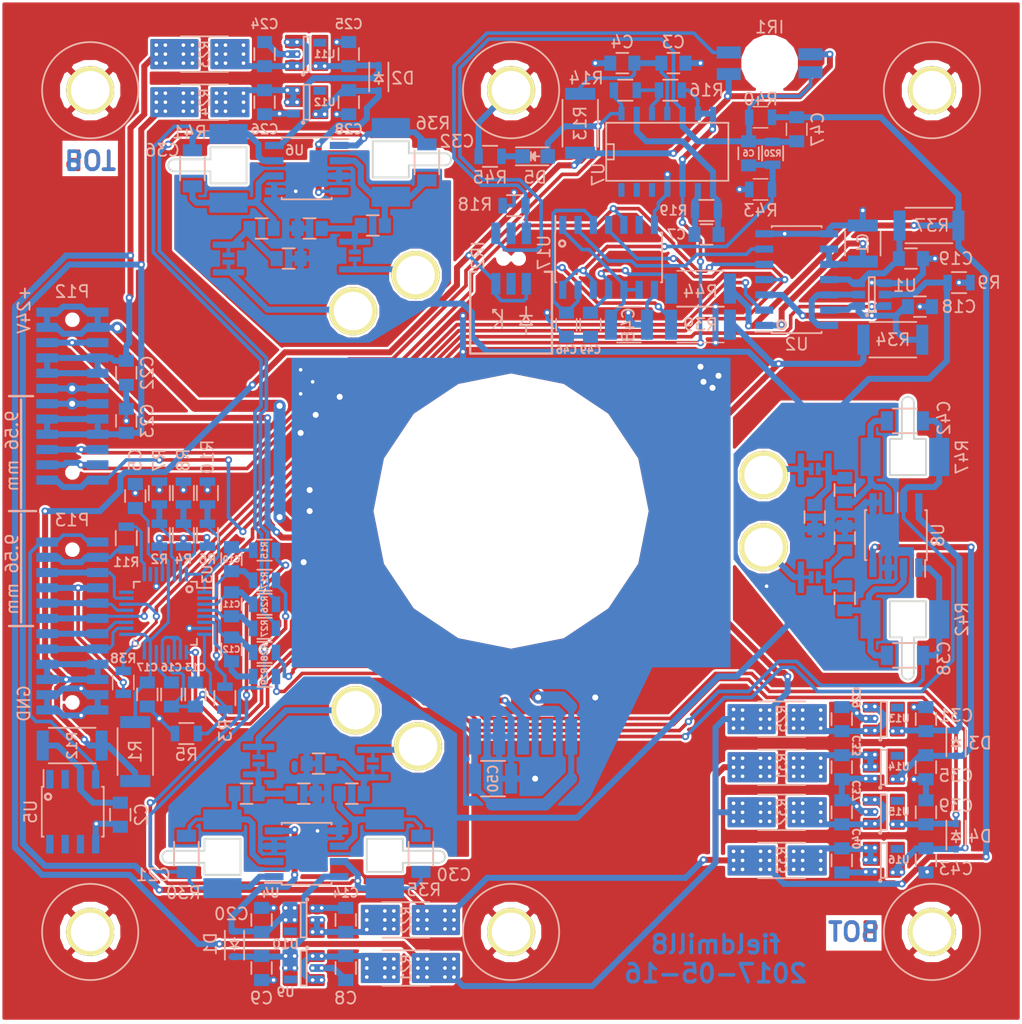
<source format=kicad_pcb>
(kicad_pcb (version 4) (host pcbnew 4.0.5+dfsg1-4)
  (layers (0 F.Cu signal) (31 B.Cu signal) (34 B.Paste user) (35 F.Paste user) (36 B.SilkS user) (37 F.SilkS user) (38 B.Mask user) (39 F.Mask user) (44 Edge.Cuts user))
  (net 0 "")
  (net 1 GND)
  (net 2 /channel1/SENSORP)
  (net 3 /channel1/SENSORN)
  (net 4 /channel2/SENSORP)
  (net 5 /channel2/SENSORN)
  (net 6 /channel3/SENSORP)
  (net 7 /channel3/SENSORN)
  (net 8 "Net-(IR1-PadK)")
  (net 9 "Net-(C24-Pad1)")
  (net 10 "Net-(C5-Pad2)")
  (net 11 "Net-(C10-Pad1)")
  (net 12 "Net-(C10-Pad2)")
  (net 13 "Net-(C11-Pad1)")
  (net 14 "Net-(C11-Pad2)")
  (net 15 "Net-(C12-Pad1)")
  (net 16 "Net-(C12-Pad2)")
  (net 17 "Net-(C13-Pad2)")
  (net 18 "Net-(C16-Pad1)")
  (net 19 +3V3)
  (net 20 /channel1/OUT+)
  (net 21 /channel1/OUT-)
  (net 22 "Net-(C29-Pad1)")
  (net 23 "Net-(C33-Pad1)")
  (net 24 /channel2/OUT+)
  (net 25 /channel2/OUT-)
  (net 26 "Net-(C37-Pad1)")
  (net 27 /channel3/OUT+)
  (net 28 /channel3/OUT-)
  (net 29 /MOSI)
  (net 30 "Net-(R2-Pad1)")
  (net 31 "Net-(R3-Pad1)")
  (net 32 "Net-(R4-Pad1)")
  (net 33 "Net-(R10-Pad1)")
  (net 34 "Net-(R11-Pad1)")
  (net 35 "Net-(R14-Pad1)")
  (net 36 "Net-(C1-Pad1)")
  (net 37 "Net-(C2-Pad1)")
  (net 38 "Net-(C3-Pad1)")
  (net 39 "Net-(C7-Pad1)")
  (net 40 "Net-(C7-Pad2)")
  (net 41 "Net-(C8-Pad1)")
  (net 42 /channel1/+2V5)
  (net 43 /vreg4/-2V5)
  (net 44 "Net-(C14-Pad1)")
  (net 45 "Net-(C15-Pad1)")
  (net 46 VGND)
  (net 47 VDD)
  (net 48 "Net-(C18-Pad1)")
  (net 49 "Net-(C19-Pad1)")
  (net 50 /channel1/-2V5)
  (net 51 "Net-(C21-Pad1)")
  (net 52 +5V)
  (net 53 -5V)
  (net 54 /channel2/+2V5)
  (net 55 "Net-(C26-Pad1)")
  (net 56 "Net-(C27-Pad2)")
  (net 57 /channel2/-2V5)
  (net 58 "Net-(C30-Pad1)")
  (net 59 /channel3/+2V5)
  (net 60 "Net-(C32-Pad1)")
  (net 61 "Net-(C34-Pad1)")
  (net 62 /channel3/-2V5)
  (net 63 "Net-(C36-Pad1)")
  (net 64 "Net-(C38-Pad1)")
  (net 65 /vreg4/+2V5)
  (net 66 "Net-(C40-Pad1)")
  (net 67 "Net-(C41-Pad2)")
  (net 68 "Net-(C42-Pad1)")
  (net 69 "Net-(C44-Pad1)")
  (net 70 "Net-(C45-Pad2)")
  (net 71 /PWM)
  (net 72 +24V)
  (net 73 /Tachometers/RAW_ITACH)
  (net 74 "Net-(U1-Pad2)")
  (net 75 /ITACH)
  (net 76 /EN_VGND)
  (net 77 /ONEWIRE)
  (net 78 /f_ADC)
  (net 79 //CS_ADC)
  (net 80 /MISO)
  (net 81 //DRDY)
  (net 82 //DONE)
  (net 83 "Net-(C6-Pad1)")
  (net 84 "Net-(C47-Pad1)")
  (net 85 "Net-(C46-Pad1)")
  (net 86 "Net-(C48-Pad1)")
  (net 87 "Net-(C49-Pad1)")
  (net 88 /CS_DACS)
  (net 89 "Net-(P13-Pad7)")
  (net 90 SCLK)
  (net 91 /Tachometers/DIN)
  (net 92 "Net-(D5-Pad1)")
  (module SCUBE:LPPB032NFSP-RC-ITR20001 (layer B.Cu) (at 100 79 180)
    (fp_text reference IR2 (at 2.75 0.25 450) (layer B.SilkS) (effects (justify mirror)))
    (fp_text value ITR20001)
    (pad A smd rect (at -1.27 -2.1 180) (size 0.76 1.8) (layers B.Cu B.Paste B.Mask) (net 19 +3V3))
    (pad K smd rect (at -1.27 2.1 180) (size 0.76 1.8) (layers B.Cu B.Paste B.Mask) (net 8 "Net-(IR1-PadK)"))
    (pad "" smd rect (at 0 -2.1 180) (size 0.76 1.8) (layers B.Cu B.Paste B.Mask))
    (pad "" smd rect (at 0 2.1 180) (size 0.76 1.8) (layers B.Cu B.Paste B.Mask))
    (pad C smd rect (at 1.27 -2.1 180) (size 0.76 1.8) (layers B.Cu B.Paste B.Mask) (net 19 +3V3))
    (pad E smd rect (at 1.27 2.1 180) (size 0.76 1.8) (layers B.Cu B.Paste B.Mask) (net 84 "Net-(C47-Pad1)"))
    (pad "" np_thru_hole circle (at 0.635 0 180) (size 0.8 0.8) (drill 0.8) (layers *.Cu))
    (pad "" np_thru_hole circle (at -0.635 0 180) (size 0.8 0.8) (drill 0.8) (layers *.Cu))
  )
  (module SCUBE:SG-2BC (layer B.Cu) (at 121.5 62.760908)
    (fp_text reference IR1 (at 0 -3) (layer B.SilkS) (effects (justify mirror)))
    (fp_text value SG-2BC)
    (pad "" np_thru_hole circle (at 0 0) (size 4.3 4.3) (drill 4.3) (layers B.Cu))
    (pad C smd rect (at -3.4 0.9) (size 2 1) (layers B.Cu B.Paste B.Mask) (net 19 +3V3))
    (pad K smd rect (at -3.4 -0.9) (size 2 1) (layers B.Cu B.Paste B.Mask) (net 8 "Net-(IR1-PadK)"))
    (pad E smd rect (at 3.4 0.75) (size 2 1) (layers B.Cu B.Paste B.Mask) (net 84 "Net-(C47-Pad1)"))
    (pad A smd rect (at 3.4 -0.75) (size 2 1) (layers B.Cu B.Paste B.Mask) (net 19 +3V3))
  )
  (module Resistors_SMD:R_0805 (layer B.Cu) (at 113.25 65 180)
    (fp_text reference R16 (at -3 0 180) (layer B.SilkS) (effects (justify mirror)))
    (fp_text value 1k)
    (pad 1 smd rect (at -0.95 0 180) (size 0.7 1.3) (layers B.Cu B.Paste B.Mask) (net 73 /Tachometers/RAW_ITACH))
    (pad 2 smd rect (at 0.95 0 180) (size 0.7 1.3) (layers B.Cu B.Paste B.Mask) (net 35 "Net-(R14-Pad1)"))
  )
  (module Housings_QFP:LQFP-32_5x5mm_Pitch0.5mm (layer B.Cu) (at 71.25 108.5 180)
    (fp_text reference U3 (at -3.5 3.25 270) (layer B.SilkS) (effects (font (size 0.8 0.8)) (justify mirror)))
    (fp_text value ADS131A04)
    (pad 1 smd rect (at -3.25 1.75 180) (size 1.2 0.28) (layers B.Cu B.Paste B.Mask) (net 11 "Net-(C10-Pad1)"))
    (pad 2 smd rect (at -3.25 1.25 180) (size 1.2 0.28) (layers B.Cu B.Paste B.Mask) (net 12 "Net-(C10-Pad2)"))
    (pad 3 smd rect (at -3.25 0.75 180) (size 1.2 0.28) (layers B.Cu B.Paste B.Mask) (net 13 "Net-(C11-Pad1)"))
    (pad 4 smd rect (at -3.25 0.25 180) (size 1.2 0.28) (layers B.Cu B.Paste B.Mask) (net 14 "Net-(C11-Pad2)"))
    (pad 5 smd rect (at -3.25 -0.25 180) (size 1.2 0.28) (layers B.Cu B.Paste B.Mask) (net 15 "Net-(C12-Pad1)"))
    (pad 6 smd rect (at -3.25 -0.75 180) (size 1.2 0.28) (layers B.Cu B.Paste B.Mask) (net 16 "Net-(C12-Pad2)"))
    (pad 7 smd rect (at -3.25 -1.25 180) (size 1.2 0.28) (layers B.Cu B.Paste B.Mask) (net 1 GND))
    (pad 8 smd rect (at -3.25 -1.75 180) (size 1.2 0.28) (layers B.Cu B.Paste B.Mask) (net 31 "Net-(R3-Pad1)"))
    (pad 9 smd rect (at -1.75 -3.25 90) (size 1.2 0.28) (layers B.Cu B.Paste B.Mask) (net 65 /vreg4/+2V5))
    (pad 10 smd rect (at -1.25 -3.25 90) (size 1.2 0.28) (layers B.Cu B.Paste B.Mask) (net 43 /vreg4/-2V5))
    (pad 11 smd rect (at -0.75 -3.25 90) (size 1.2 0.28) (layers B.Cu B.Paste B.Mask) (net 43 /vreg4/-2V5))
    (pad 12 smd rect (at -0.25 -3.25 90) (size 1.2 0.28) (layers B.Cu B.Paste B.Mask) (net 17 "Net-(C13-Pad2)"))
    (pad 13 smd rect (at 0.25 -3.25 90) (size 1.2 0.28) (layers B.Cu B.Paste B.Mask) (net 43 /vreg4/-2V5))
    (pad 14 smd rect (at 0.75 -3.25 90) (size 1.2 0.28) (layers B.Cu B.Paste B.Mask) (net 18 "Net-(C16-Pad1)"))
    (pad 15 smd rect (at 1.25 -3.25 90) (size 1.2 0.28) (layers B.Cu B.Paste B.Mask) (net 47 VDD))
    (pad 16 smd rect (at 1.75 -3.25 90) (size 1.2 0.28) (layers B.Cu B.Paste B.Mask) (net 47 VDD))
    (pad 17 smd rect (at 3.25 -1.75 180) (size 1.2 0.28) (layers B.Cu B.Paste B.Mask) (net 47 VDD))
    (pad 18 smd rect (at 3.25 -1.25 180) (size 1.2 0.28) (layers B.Cu B.Paste B.Mask) (net 82 //DONE))
    (pad 19 smd rect (at 3.25 -0.75 180) (size 1.2 0.28) (layers B.Cu B.Paste B.Mask) (net 81 //DRDY))
    (pad 20 smd rect (at 3.25 -0.25 180) (size 1.2 0.28) (layers B.Cu B.Paste B.Mask) (net 29 /MOSI))
    (pad 21 smd rect (at 3.25 0.25 180) (size 1.2 0.28) (layers B.Cu B.Paste B.Mask) (net 80 /MISO))
    (pad 22 smd rect (at 3.25 0.75 180) (size 1.2 0.28) (layers B.Cu B.Paste B.Mask) (net 90 SCLK))
    (pad 23 smd rect (at 3.25 1.25 180) (size 1.2 0.28) (layers B.Cu B.Paste B.Mask) (net 79 //CS_ADC))
    (pad 24 smd rect (at 3.25 1.75 180) (size 1.2 0.28) (layers B.Cu B.Paste B.Mask))
    (pad 25 smd rect (at 1.75 3.25 90) (size 1.2 0.28) (layers B.Cu B.Paste B.Mask) (net 34 "Net-(R11-Pad1)"))
    (pad 26 smd rect (at 1.25 3.25 90) (size 1.2 0.28) (layers B.Cu B.Paste B.Mask))
    (pad 27 smd rect (at 0.75 3.25 90) (size 1.2 0.28) (layers B.Cu B.Paste B.Mask) (net 1 GND))
    (pad 28 smd rect (at 0.25 3.25 90) (size 1.2 0.28) (layers B.Cu B.Paste B.Mask) (net 10 "Net-(C5-Pad2)"))
    (pad 29 smd rect (at -0.25 3.25 90) (size 1.2 0.28) (layers B.Cu B.Paste B.Mask) (net 47 VDD))
    (pad 30 smd rect (at -0.75 3.25 90) (size 1.2 0.28) (layers B.Cu B.Paste B.Mask) (net 30 "Net-(R2-Pad1)"))
    (pad 31 smd rect (at -1.25 3.25 90) (size 1.2 0.28) (layers B.Cu B.Paste B.Mask) (net 32 "Net-(R4-Pad1)"))
    (pad 32 smd rect (at -1.75 3.25 90) (size 1.2 0.28) (layers B.Cu B.Paste B.Mask) (net 33 "Net-(R10-Pad1)"))
  )
  (module Housings_SOIC:SOIC-8_3.9x4.9mm_Pitch1.27mm (layer B.Cu) (at 132 102 90)
    (fp_text reference U8 (at 0 3.5 90) (layer B.SilkS) (effects (justify mirror)))
    (fp_text value LTC6241IS8#PBF)
    (pad 1 smd rect (at -2.7 1.905 90) (size 1.55 0.6) (layers B.Cu B.Paste B.Mask) (net 28 /channel3/OUT-))
    (pad 2 smd rect (at -2.7 0.635 90) (size 1.55 0.6) (layers B.Cu B.Paste B.Mask) (net 64 "Net-(C38-Pad1)"))
    (pad 3 smd rect (at -2.7 -0.635 90) (size 1.55 0.6) (layers B.Cu B.Paste B.Mask) (net 46 VGND))
    (pad 4 smd rect (at -2.7 -1.905 90) (size 1.55 0.6) (layers B.Cu B.Paste B.Mask) (net 62 /channel3/-2V5))
    (pad 5 smd rect (at 2.7 -1.905 90) (size 1.55 0.6) (layers B.Cu B.Paste B.Mask) (net 46 VGND))
    (pad 6 smd rect (at 2.7 -0.635 90) (size 1.55 0.6) (layers B.Cu B.Paste B.Mask) (net 68 "Net-(C42-Pad1)"))
    (pad 7 smd rect (at 2.7 0.635 90) (size 1.55 0.6) (layers B.Cu B.Paste B.Mask) (net 27 /channel3/OUT+))
    (pad 8 smd rect (at 2.7 1.905 90) (size 1.55 0.6) (layers B.Cu B.Paste B.Mask) (net 59 /channel3/+2V5))
  )
  (module Resistors_SMD:R_0805 (layer B.Cu) (at 76.2 115.55 90)
    (fp_text reference R3 (at -2.7 0.05 90) (layer B.SilkS) (effects (justify mirror)))
    (fp_text value 10k)
    (pad 1 smd rect (at -0.95 0 90) (size 0.7 1.3) (layers B.Cu B.Paste B.Mask) (net 31 "Net-(R3-Pad1)"))
    (pad 2 smd rect (at 0.95 0 90) (size 0.7 1.3) (layers B.Cu B.Paste B.Mask) (net 73 /Tachometers/RAW_ITACH))
  )
  (module Capacitors_SMD:C_0805 (layer B.Cu) (at 86.25 134 90)
    (fp_text reference C14 (at 2.25 0 180) (layer B.SilkS) (effects (font (size 0.75 0.75)) (justify mirror)))
    (fp_text value 10u)
    (pad 1 smd rect (at -1 0 90) (size 1 1.25) (layers B.Cu B.Paste B.Mask) (net 44 "Net-(C14-Pad1)"))
    (pad 2 smd rect (at 1 0 90) (size 1 1.25) (layers B.Cu B.Paste B.Mask) (net 1 GND))
  )
  (module Capacitors_SMD:C_0805 (layer B.Cu) (at 82.75 123.5)
    (fp_text reference C15)
    (fp_text value 4p7)
    (pad 1 smd rect (at -1 0) (size 1 1.25) (layers B.Cu B.Paste B.Mask) (net 45 "Net-(C15-Pad1)"))
    (pad 2 smd rect (at 1 0) (size 1 1.25) (layers B.Cu B.Paste B.Mask) (net 46 VGND))
  )
  (module Capacitors_SMD:C_0805 (layer B.Cu) (at 134.5 121.3 270)
    (fp_text reference C35 (at 0.7 -2.5 360) (layer B.SilkS) (effects (justify mirror)))
    (fp_text value 10u)
    (pad 1 smd rect (at -1 0 270) (size 1 1.25) (layers B.Cu B.Paste B.Mask) (net 62 /channel3/-2V5))
    (pad 2 smd rect (at 1 0 270) (size 1 1.25) (layers B.Cu B.Paste B.Mask) (net 1 GND))
  )
  (module Resistors_SMD:R_2010 (layer B.Cu) (at 105.75 67.75 270)
    (fp_text reference R13 (at 0 0 270) (layer B.SilkS) (effects (justify mirror)))
    (fp_text value 56)
    (pad 1 smd rect (at -2.45 0 270) (size 1 2.5) (layers B.Cu B.Paste B.Mask) (net 38 "Net-(C3-Pad1)"))
    (pad 2 smd rect (at 2.45 0 270) (size 1 2.5) (layers B.Cu B.Paste B.Mask) (net 19 +3V3))
  )
  (module Resistors_SMD:R_2010 (layer B.Cu) (at 91.25 138)
    (fp_text reference R21 (at 0 0 90) (layer B.SilkS) (effects (font (size 0.8 0.8)) (justify mirror)))
    (fp_text value 270)
    (pad 1 smd rect (at -2.45 0) (size 1 2.5) (layers B.Cu B.Paste B.Mask) (net 41 "Net-(C8-Pad1)"))
    (pad 2 smd rect (at 2.45 0) (size 1 2.5) (layers B.Cu B.Paste B.Mask) (net 52 +5V))
  )
  (module Resistors_SMD:R_0805 (layer B.Cu) (at 116.25 75 180)
    (fp_text reference R19 (at 2.75 0 180) (layer B.SilkS) (effects (font (size 0.8 0.8)) (justify mirror)))
    (fp_text value 10k)
    (pad 1 smd rect (at -0.95 0 180) (size 0.7 1.3) (layers B.Cu B.Paste B.Mask) (net 39 "Net-(C7-Pad1)"))
    (pad 2 smd rect (at 0.95 0 180) (size 0.7 1.3) (layers B.Cu B.Paste B.Mask) (net 40 "Net-(C7-Pad2)"))
  )
  (module SCUBE:M3_PTH (layer F.Cu) (at 92.053848 80.370835 30)
    (fp_text reference P4 hide)
    (fp_text value SENSOR)
    (pad 1 thru_hole circle (at 0 0 30) (size 4 4) (drill 3.2) (layers *.Cu *.Mask F.SilkS) (net 5 /channel2/SENSORN))
  )
  (module SCUBE:M3_PTH (layer F.Cu) (at 92.25833 119.562178 150)
    (fp_text reference P1 hide)
    (fp_text value SENSOR)
    (pad 1 thru_hole circle (at 0 0 150) (size 4 4) (drill 3.2) (layers *.Cu *.Mask F.SilkS) (net 2 /channel1/SENSORP))
  )
  (module SCUBE:M3_PTH (layer F.Cu) (at 87.062178 116.562178 150)
    (fp_text reference P2 hide)
    (fp_text value SENSOR)
    (pad 1 thru_hole circle (at 0 0 150) (size 4 4) (drill 3.2) (layers *.Cu *.Mask F.SilkS) (net 3 /channel1/SENSORN))
  )
  (module SCUBE:M3_PTH (layer F.Cu) (at 86.857695 83.370835 30)
    (fp_text reference P3 hide)
    (fp_text value SENSOR)
    (pad 1 thru_hole circle (at 0 0 30) (size 4 4) (drill 3.2) (layers *.Cu *.Mask F.SilkS) (net 4 /channel2/SENSORP))
  )
  (module SCUBE:M3_PTH (layer F.Cu) (at 121 97 270)
    (fp_text reference P5 hide)
    (fp_text value SENSOR)
    (pad 1 thru_hole circle (at 0 0 270) (size 4 4) (drill 3.2) (layers *.Cu *.Mask F.SilkS) (net 6 /channel3/SENSORP))
  )
  (module SCUBE:M3_PTH (layer F.Cu) (at 121 103 270)
    (fp_text reference P6 hide)
    (fp_text value SENSOR)
    (pad 1 thru_hole circle (at 0 0 270) (size 4 4) (drill 3.2) (layers *.Cu *.Mask F.SilkS) (net 7 /channel3/SENSORN))
  )
  (module Capacitors_SMD:C_0805 (layer B.Cu) (at 68 88.5 270)
    (fp_text reference C22 (at 0 -1.75 270) (layer B.SilkS) (effects (justify mirror)))
    (fp_text value 10u)
    (pad 1 smd rect (at -1 0 270) (size 1 1.25) (layers B.Cu B.Paste B.Mask) (net 52 +5V))
    (pad 2 smd rect (at 1 0 270) (size 1 1.25) (layers B.Cu B.Paste B.Mask) (net 1 GND))
  )
  (module Capacitors_SMD:C_0805 (layer B.Cu) (at 68 92.5 270)
    (fp_text reference C23 (at 0 -1.75 270) (layer B.SilkS) (effects (justify mirror)))
    (fp_text value 10u)
    (pad 1 smd rect (at -1 0 270) (size 1 1.25) (layers B.Cu B.Paste B.Mask) (net 1 GND))
    (pad 2 smd rect (at 1 0 270) (size 1 1.25) (layers B.Cu B.Paste B.Mask) (net 53 -5V))
  )
  (module Resistors_SMD:R_0805 (layer B.Cu) (at 100.25 74.6 180)
    (fp_text reference R18 (at 3.25 0.1 180) (layer B.SilkS) (effects (justify mirror)))
    (fp_text value 680)
    (pad 1 smd rect (at -0.95 0 180) (size 0.7 1.3) (layers B.Cu B.Paste B.Mask) (net 8 "Net-(IR1-PadK)"))
    (pad 2 smd rect (at 0.95 0 180) (size 0.7 1.3) (layers B.Cu B.Paste B.Mask) (net 1 GND))
  )
  (module Resistors_SMD:R_0805 (layer B.Cu) (at 121.75 70.25 270)
    (fp_text reference R20 (at 0 0 360) (layer B.SilkS) (effects (font (size 0.5 0.5) (thickness 0.125)) (justify mirror)))
    (fp_text value 100k)
    (pad 1 smd rect (at -0.95 0 270) (size 0.7 1.3) (layers B.Cu B.Paste B.Mask) (net 84 "Net-(C47-Pad1)"))
    (pad 2 smd rect (at 0.95 0 270) (size 0.7 1.3) (layers B.Cu B.Paste B.Mask) (net 83 "Net-(C6-Pad1)"))
  )
  (module Capacitors_SMD:C_0805 (layer B.Cu) (at 79.5 62 90)
    (fp_text reference C24 (at 2.5 0 180) (layer B.SilkS) (effects (font (size 0.8 0.8)) (justify mirror)))
    (fp_text value 10u)
    (pad 1 smd rect (at -1 0 90) (size 1 1.25) (layers B.Cu B.Paste B.Mask) (net 9 "Net-(C24-Pad1)"))
    (pad 2 smd rect (at 1 0 90) (size 1 1.25) (layers B.Cu B.Paste B.Mask) (net 1 GND))
  )
  (module Capacitors_SMD:C_0805 (layer B.Cu) (at 86.5 62 90)
    (fp_text reference C25 (at 2.5 0 180) (layer B.SilkS) (effects (font (size 0.8 0.8)) (justify mirror)))
    (fp_text value 10u)
    (pad 1 smd rect (at -1 0 90) (size 1 1.25) (layers B.Cu B.Paste B.Mask) (net 54 /channel2/+2V5))
    (pad 2 smd rect (at 1 0 90) (size 1 1.25) (layers B.Cu B.Paste B.Mask) (net 1 GND))
  )
  (module Capacitors_SMD:C_0805 (layer B.Cu) (at 79.5 66 270)
    (fp_text reference C26 (at 2.25 0 360) (layer B.SilkS) (effects (font (size 0.8 0.8)) (justify mirror)))
    (fp_text value 10u)
    (pad 1 smd rect (at -1 0 270) (size 1 1.25) (layers B.Cu B.Paste B.Mask) (net 55 "Net-(C26-Pad1)"))
    (pad 2 smd rect (at 1 0 270) (size 1 1.25) (layers B.Cu B.Paste B.Mask) (net 1 GND))
  )
  (module Capacitors_SMD:C_0805 (layer B.Cu) (at 67.5 125.25 270)
    (fp_text reference C2 (at 0 -1.75 270) (layer B.SilkS) (effects (justify mirror)))
    (fp_text value 10u)
    (pad 1 smd rect (at -1 0 270) (size 1 1.25) (layers B.Cu B.Paste B.Mask) (net 37 "Net-(C2-Pad1)"))
    (pad 2 smd rect (at 1 0 270) (size 1 1.25) (layers B.Cu B.Paste B.Mask) (net 1 GND))
  )
  (module Capacitors_SMD:C_0805 (layer B.Cu) (at 113.5 62.75)
    (fp_text reference C3 (at 0 -1.75) (layer B.SilkS) (effects (justify mirror)))
    (fp_text value 100n)
    (pad 1 smd rect (at -1 0) (size 1 1.25) (layers B.Cu B.Paste B.Mask) (net 38 "Net-(C3-Pad1)"))
    (pad 2 smd rect (at 1 0) (size 1 1.25) (layers B.Cu B.Paste B.Mask) (net 1 GND))
  )
  (module Capacitors_SMD:C_0805 (layer B.Cu) (at 109.25 62.75 180)
    (fp_text reference C4 (at 0 1.75 180) (layer B.SilkS) (effects (justify mirror)))
    (fp_text value 10u)
    (pad 1 smd rect (at -1 0 180) (size 1 1.25) (layers B.Cu B.Paste B.Mask) (net 38 "Net-(C3-Pad1)"))
    (pad 2 smd rect (at 1 0 180) (size 1 1.25) (layers B.Cu B.Paste B.Mask) (net 1 GND))
  )
  (module Capacitors_SMD:C_0805 (layer B.Cu) (at 68.75 98.75 270)
    (fp_text reference C5 (at -3 0 270) (layer B.SilkS) (effects (justify mirror)))
    (fp_text value 1u)
    (pad 1 smd rect (at -1 0 270) (size 1 1.25) (layers B.Cu B.Paste B.Mask) (net 1 GND))
    (pad 2 smd rect (at 1 0 270) (size 1 1.25) (layers B.Cu B.Paste B.Mask) (net 10 "Net-(C5-Pad2)"))
  )
  (module Capacitors_SMD:C_0805 (layer B.Cu) (at 119.75 70.25 90)
    (fp_text reference C6 (at 0 0 180) (layer B.SilkS) (effects (font (size 0.5 0.5) (thickness 0.125)) (justify mirror)))
    (fp_text value 4n7)
    (pad 1 smd rect (at -1 0 90) (size 1 1.25) (layers B.Cu B.Paste B.Mask) (net 83 "Net-(C6-Pad1)"))
    (pad 2 smd rect (at 1 0 90) (size 1 1.25) (layers B.Cu B.Paste B.Mask) (net 84 "Net-(C47-Pad1)"))
  )
  (module Capacitors_SMD:C_0805 (layer B.Cu) (at 116.25 77 180)
    (fp_text reference C7 (at 2.5 0 180) (layer B.SilkS) (effects (font (size 0.8 0.8)) (justify mirror)))
    (fp_text value 10u)
    (pad 1 smd rect (at -1 0 180) (size 1 1.25) (layers B.Cu B.Paste B.Mask) (net 39 "Net-(C7-Pad1)"))
    (pad 2 smd rect (at 1 0 180) (size 1 1.25) (layers B.Cu B.Paste B.Mask) (net 40 "Net-(C7-Pad2)"))
  )
  (module Capacitors_SMD:C_0805 (layer B.Cu) (at 86.25 138 270)
    (fp_text reference C8 (at 2.5 0 360) (layer B.SilkS) (effects (justify mirror)))
    (fp_text value 10u)
    (pad 1 smd rect (at -1 0 270) (size 1 1.25) (layers B.Cu B.Paste B.Mask) (net 41 "Net-(C8-Pad1)"))
    (pad 2 smd rect (at 1 0 270) (size 1 1.25) (layers B.Cu B.Paste B.Mask) (net 1 GND))
  )
  (module Capacitors_SMD:C_0805 (layer B.Cu) (at 79.25 138 270)
    (fp_text reference C9 (at 2.5 0 360) (layer B.SilkS) (effects (justify mirror)))
    (fp_text value 10u)
    (pad 1 smd rect (at -1 0 270) (size 1 1.25) (layers B.Cu B.Paste B.Mask) (net 42 /channel1/+2V5))
    (pad 2 smd rect (at 1 0 270) (size 1 1.25) (layers B.Cu B.Paste B.Mask) (net 1 GND))
  )
  (module Capacitors_SMD:C_0805 (layer B.Cu) (at 76.75 104 270)
    (fp_text reference C10 (at 0 0 360) (layer B.SilkS) (effects (font (size 0.5 0.5) (thickness 0.125)) (justify mirror)))
    (fp_text value 1n)
    (pad 1 smd rect (at -1 0 270) (size 1 1.25) (layers B.Cu B.Paste B.Mask) (net 11 "Net-(C10-Pad1)"))
    (pad 2 smd rect (at 1 0 270) (size 1 1.25) (layers B.Cu B.Paste B.Mask) (net 12 "Net-(C10-Pad2)"))
  )
  (module Capacitors_SMD:C_0805 (layer B.Cu) (at 76.75 107.75 270)
    (fp_text reference C11 (at 0 0 360) (layer B.SilkS) (effects (font (size 0.5 0.5) (thickness 0.125)) (justify mirror)))
    (fp_text value 1n)
    (pad 1 smd rect (at -1 0 270) (size 1 1.25) (layers B.Cu B.Paste B.Mask) (net 13 "Net-(C11-Pad1)"))
    (pad 2 smd rect (at 1 0 270) (size 1 1.25) (layers B.Cu B.Paste B.Mask) (net 14 "Net-(C11-Pad2)"))
  )
  (module Capacitors_SMD:C_0805 (layer B.Cu) (at 76.75 111.5 270)
    (fp_text reference C12 (at 0 0 360) (layer B.SilkS) (effects (font (size 0.5 0.5) (thickness 0.125)) (justify mirror)))
    (fp_text value 1n)
    (pad 1 smd rect (at -1 0 270) (size 1 1.25) (layers B.Cu B.Paste B.Mask) (net 15 "Net-(C12-Pad1)"))
    (pad 2 smd rect (at 1 0 270) (size 1 1.25) (layers B.Cu B.Paste B.Mask) (net 16 "Net-(C12-Pad2)"))
  )
  (module Capacitors_SMD:C_0805 (layer B.Cu) (at 73.75 115.25 90)
    (fp_text reference C13 (at 2.25 0 180) (layer B.SilkS) (effects (font (size 0.6 0.6) (thickness 0.125)) (justify mirror)))
    (fp_text value 1u)
    (pad 1 smd rect (at -1 0 90) (size 1 1.25) (layers B.Cu B.Paste B.Mask) (net 43 /vreg4/-2V5))
    (pad 2 smd rect (at 1 0 90) (size 1 1.25) (layers B.Cu B.Paste B.Mask) (net 17 "Net-(C13-Pad2)"))
  )
  (module Capacitors_SMD:C_0805 (layer B.Cu) (at 71.75 115.25 270)
    (fp_text reference C16 (at -2.25 0 360) (layer B.SilkS) (effects (font (size 0.6 0.6)) (justify mirror)))
    (fp_text value 1u)
    (pad 1 smd rect (at -1 0 270) (size 1 1.25) (layers B.Cu B.Paste B.Mask) (net 18 "Net-(C16-Pad1)"))
    (pad 2 smd rect (at 1 0 270) (size 1 1.25) (layers B.Cu B.Paste B.Mask) (net 43 /vreg4/-2V5))
  )
  (module Capacitors_SMD:C_0805 (layer B.Cu) (at 69.75 115.25 270)
    (fp_text reference C17 (at -2.25 0 360) (layer B.SilkS) (effects (font (size 0.6 0.6)) (justify mirror)))
    (fp_text value 1u)
    (pad 1 smd rect (at -1 0 270) (size 1 1.25) (layers B.Cu B.Paste B.Mask) (net 47 VDD))
    (pad 2 smd rect (at 1 0 270) (size 1 1.25) (layers B.Cu B.Paste B.Mask) (net 1 GND))
  )
  (module Capacitors_SMD:C_0805 (layer B.Cu) (at 134 83)
    (fp_text reference C18 (at 3.25 0) (layer B.SilkS) (effects (justify mirror)))
    (fp_text value 10u)
    (pad 1 smd rect (at -1 0) (size 1 1.25) (layers B.Cu B.Paste B.Mask) (net 48 "Net-(C18-Pad1)"))
    (pad 2 smd rect (at 1 0) (size 1 1.25) (layers B.Cu B.Paste B.Mask) (net 1 GND))
  )
  (module Capacitors_SMD:C_0805 (layer B.Cu) (at 133.25 79)
    (fp_text reference C19 (at 3.75 0) (layer B.SilkS) (effects (justify mirror)))
    (fp_text value 10u)
    (pad 1 smd rect (at -1 0) (size 1 1.25) (layers B.Cu B.Paste B.Mask) (net 49 "Net-(C19-Pad1)"))
    (pad 2 smd rect (at 1 0) (size 1 1.25) (layers B.Cu B.Paste B.Mask) (net 1 GND))
  )
  (module Capacitors_SMD:C_0805 (layer B.Cu) (at 84 121)
    (fp_text reference C27)
    (fp_text value 4p7)
    (pad 1 smd rect (at -1 0) (size 1 1.25) (layers B.Cu B.Paste B.Mask) (net 46 VGND))
    (pad 2 smd rect (at 1 0) (size 1 1.25) (layers B.Cu B.Paste B.Mask) (net 56 "Net-(C27-Pad2)"))
  )
  (module Capacitors_SMD:C_0805 (layer B.Cu) (at 86.5 66 270)
    (fp_text reference C28 (at 2.25 0 360) (layer B.SilkS) (effects (font (size 0.8 0.8)) (justify mirror)))
    (fp_text value 10u)
    (pad 1 smd rect (at -1 0 270) (size 1 1.25) (layers B.Cu B.Paste B.Mask) (net 57 /channel2/-2V5))
    (pad 2 smd rect (at 1 0 270) (size 1 1.25) (layers B.Cu B.Paste B.Mask) (net 1 GND))
  )
  (module Capacitors_SMD:C_0805 (layer B.Cu) (at 127.5 121.3 270)
    (fp_text reference C33 (at -1.8 -1.25 450) (layer B.SilkS) (effects (font (size 0.6 0.6)) (justify mirror)))
    (fp_text value 10u)
    (pad 1 smd rect (at -1 0 270) (size 1 1.25) (layers B.Cu B.Paste B.Mask) (net 23 "Net-(C33-Pad1)"))
    (pad 2 smd rect (at 1 0 270) (size 1 1.25) (layers B.Cu B.Paste B.Mask) (net 1 GND))
  )
  (module Capacitors_SMD:C_0805 (layer B.Cu) (at 83.25 76.5 180)
    (fp_text reference C34)
    (fp_text value 4p7)
    (pad 1 smd rect (at -1 0 180) (size 1 1.25) (layers B.Cu B.Paste B.Mask) (net 61 "Net-(C34-Pad1)"))
    (pad 2 smd rect (at 1 0 180) (size 1 1.25) (layers B.Cu B.Paste B.Mask) (net 46 VGND))
  )
  (module Capacitors_SMD:C_0805 (layer B.Cu) (at 134.5 125.05 90)
    (fp_text reference C39 (at 0.55 2.5 180) (layer B.SilkS) (effects (justify mirror)))
    (fp_text value 10u)
    (pad 1 smd rect (at -1 0 90) (size 1 1.25) (layers B.Cu B.Paste B.Mask) (net 65 /vreg4/+2V5))
    (pad 2 smd rect (at 1 0 90) (size 1 1.25) (layers B.Cu B.Paste B.Mask) (net 1 GND))
  )
  (module Capacitors_SMD:C_0805 (layer B.Cu) (at 127.5 129.05 270)
    (fp_text reference C40 (at -1.8 -1.25 450) (layer B.SilkS) (effects (font (size 0.6 0.6)) (justify mirror)))
    (fp_text value 10u)
    (pad 1 smd rect (at -1 0 270) (size 1 1.25) (layers B.Cu B.Paste B.Mask) (net 66 "Net-(C40-Pad1)"))
    (pad 2 smd rect (at 1 0 270) (size 1 1.25) (layers B.Cu B.Paste B.Mask) (net 1 GND))
  )
  (module Resistors_SMD:R_0805 (layer B.Cu) (at 70.75 102 270)
    (fp_text reference R2 (at 2 0 360) (layer B.SilkS) (effects (font (size 0.75 0.75)) (justify mirror)))
    (fp_text value 470)
    (pad 1 smd rect (at -0.95 0 270) (size 0.7 1.3) (layers B.Cu B.Paste B.Mask) (net 30 "Net-(R2-Pad1)"))
    (pad 2 smd rect (at 0.95 0 270) (size 0.7 1.3) (layers B.Cu B.Paste B.Mask) (net 47 VDD))
  )
  (module Resistors_SMD:R_0805 (layer B.Cu) (at 72.75 102 270)
    (fp_text reference R4 (at 2 0 360) (layer B.SilkS) (effects (font (size 0.75 0.75)) (justify mirror)))
    (fp_text value 470)
    (pad 1 smd rect (at -0.95 0 270) (size 0.7 1.3) (layers B.Cu B.Paste B.Mask) (net 32 "Net-(R4-Pad1)"))
    (pad 2 smd rect (at 0.95 0 270) (size 0.7 1.3) (layers B.Cu B.Paste B.Mask) (net 47 VDD))
  )
  (module Resistors_SMD:R_0805 (layer B.Cu) (at 73 118.5 180)
    (fp_text reference R5 (at 0 -1.75 180) (layer B.SilkS) (effects (justify mirror)))
    (fp_text value 10k)
    (pad 1 smd rect (at -0.95 0 180) (size 0.7 1.3) (layers B.Cu B.Paste B.Mask) (net 31 "Net-(R3-Pad1)"))
    (pad 2 smd rect (at 0.95 0 180) (size 0.7 1.3) (layers B.Cu B.Paste B.Mask) (net 1 GND))
  )
  (module Resistors_SMD:R_0805 (layer B.Cu) (at 74.75 102 270)
    (fp_text reference R6 (at 2 0 360) (layer B.SilkS) (effects (font (size 0.75 0.75)) (justify mirror)))
    (fp_text value 470)
    (pad 1 smd rect (at -0.95 0 270) (size 0.7 1.3) (layers B.Cu B.Paste B.Mask) (net 33 "Net-(R10-Pad1)"))
    (pad 2 smd rect (at 0.95 0 270) (size 0.7 1.3) (layers B.Cu B.Paste B.Mask) (net 47 VDD))
  )
  (module Resistors_SMD:R_0805 (layer B.Cu) (at 70.75 98.5 90)
    (fp_text reference R7 (at 2.75 0 90) (layer B.SilkS) (effects (justify mirror)))
    (fp_text value 470)
    (pad 1 smd rect (at -0.95 0 90) (size 0.7 1.3) (layers B.Cu B.Paste B.Mask) (net 30 "Net-(R2-Pad1)"))
    (pad 2 smd rect (at 0.95 0 90) (size 0.7 1.3) (layers B.Cu B.Paste B.Mask) (net 1 GND))
  )
  (module Resistors_SMD:R_0805 (layer B.Cu) (at 72.75 98.5 90)
    (fp_text reference R8 (at 2.75 0 90) (layer B.SilkS) (effects (justify mirror)))
    (fp_text value 470)
    (pad 1 smd rect (at -0.95 0 90) (size 0.7 1.3) (layers B.Cu B.Paste B.Mask) (net 32 "Net-(R4-Pad1)"))
    (pad 2 smd rect (at 0.95 0 90) (size 0.7 1.3) (layers B.Cu B.Paste B.Mask) (net 1 GND))
  )
  (module Resistors_SMD:R_0805 (layer B.Cu) (at 137.24999 80.99999)
    (fp_text reference R9 (at 2.50001 0.00001) (layer B.SilkS) (effects (justify mirror)))
    (fp_text value 10k)
    (pad 1 smd rect (at -0.95 0) (size 0.7 1.3) (layers B.Cu B.Paste B.Mask) (net 46 VGND))
    (pad 2 smd rect (at 0.95 0) (size 0.7 1.3) (layers B.Cu B.Paste B.Mask) (net 1 GND))
  )
  (module Resistors_SMD:R_0805 (layer B.Cu) (at 74.75 98.5 90)
    (fp_text reference R10 (at 3 0 90) (layer B.SilkS) (effects (justify mirror)))
    (fp_text value 470)
    (pad 1 smd rect (at -0.95 0 90) (size 0.7 1.3) (layers B.Cu B.Paste B.Mask) (net 33 "Net-(R10-Pad1)"))
    (pad 2 smd rect (at 0.95 0 90) (size 0.7 1.3) (layers B.Cu B.Paste B.Mask) (net 1 GND))
  )
  (module Resistors_SMD:R_0805 (layer B.Cu) (at 68 102.25 270)
    (fp_text reference R11 (at 2 0 360) (layer B.SilkS) (effects (font (size 0.75 0.75)) (justify mirror)))
    (fp_text value 50)
    (pad 1 smd rect (at -0.95 0 270) (size 0.7 1.3) (layers B.Cu B.Paste B.Mask) (net 34 "Net-(R11-Pad1)"))
    (pad 2 smd rect (at 0.95 0 270) (size 0.7 1.3) (layers B.Cu B.Paste B.Mask) (net 78 /f_ADC))
  )
  (module Resistors_SMD:R_0805 (layer B.Cu) (at 79.5 103.25)
    (fp_text reference R15 (at 0 0 90) (layer B.SilkS) (effects (font (size 0.5 0.5) (thickness 0.125)) (justify mirror)))
    (fp_text value 10k)
    (pad 1 smd rect (at -0.95 0) (size 0.7 1.3) (layers B.Cu B.Paste B.Mask) (net 11 "Net-(C10-Pad1)"))
    (pad 2 smd rect (at 0.95 0) (size 0.7 1.3) (layers B.Cu B.Paste B.Mask) (net 21 /channel1/OUT-))
  )
  (module Resistors_SMD:R_0805 (layer B.Cu) (at 79.5 105.75 180)
    (fp_text reference R17 (at 0 0 270) (layer B.SilkS) (effects (font (size 0.5 0.5) (thickness 0.125)) (justify mirror)))
    (fp_text value 10k)
    (pad 1 smd rect (at -0.95 0 180) (size 0.7 1.3) (layers B.Cu B.Paste B.Mask) (net 20 /channel1/OUT+))
    (pad 2 smd rect (at 0.95 0 180) (size 0.7 1.3) (layers B.Cu B.Paste B.Mask) (net 12 "Net-(C10-Pad2)"))
  )
  (module Resistors_SMD:R_0805 (layer B.Cu) (at 79.5 107.75)
    (fp_text reference R26 (at 0 0 90) (layer B.SilkS) (effects (font (size 0.5 0.5) (thickness 0.125)) (justify mirror)))
    (fp_text value 10k)
    (pad 1 smd rect (at -0.95 0) (size 0.7 1.3) (layers B.Cu B.Paste B.Mask) (net 13 "Net-(C11-Pad1)"))
    (pad 2 smd rect (at 0.95 0) (size 0.7 1.3) (layers B.Cu B.Paste B.Mask) (net 25 /channel2/OUT-))
  )
  (module Resistors_SMD:R_0805 (layer B.Cu) (at 79.5 109.75 180)
    (fp_text reference R27 (at 0 0 270) (layer B.SilkS) (effects (font (size 0.5 0.5) (thickness 0.125)) (justify mirror)))
    (fp_text value 10k)
    (pad 1 smd rect (at -0.95 0 180) (size 0.7 1.3) (layers B.Cu B.Paste B.Mask) (net 24 /channel2/OUT+))
    (pad 2 smd rect (at 0.95 0 180) (size 0.7 1.3) (layers B.Cu B.Paste B.Mask) (net 14 "Net-(C11-Pad2)"))
  )
  (module Resistors_SMD:R_0805 (layer B.Cu) (at 79.5 111.75)
    (fp_text reference R28 (at 0 0 90) (layer B.SilkS) (effects (font (size 0.5 0.5) (thickness 0.125)) (justify mirror)))
    (fp_text value 10k)
    (pad 1 smd rect (at -0.95 0) (size 0.7 1.3) (layers B.Cu B.Paste B.Mask) (net 15 "Net-(C12-Pad1)"))
    (pad 2 smd rect (at 0.95 0) (size 0.7 1.3) (layers B.Cu B.Paste B.Mask) (net 28 /channel3/OUT-))
  )
  (module Resistors_SMD:R_0805 (layer B.Cu) (at 79.5 113.75 180)
    (fp_text reference R29 (at 0 0 270) (layer B.SilkS) (effects (font (size 0.5 0.5) (thickness 0.125)) (justify mirror)))
    (fp_text value 10k)
    (pad 1 smd rect (at -0.95 0 180) (size 0.7 1.3) (layers B.Cu B.Paste B.Mask) (net 27 /channel3/OUT+))
    (pad 2 smd rect (at 0.95 0 180) (size 0.7 1.3) (layers B.Cu B.Paste B.Mask) (net 16 "Net-(C12-Pad2)"))
  )
  (module SCUBE:Resistor_2010_2512_combined (layer B.Cu) (at 76 128.5 270)
    (fp_text reference R30 (at 3.25 3.25 360) (layer B.SilkS) (effects (justify mirror)))
    (fp_text value 100M)
    (pad 1 smd rect (at -2.8575 0 270) (size 1.655 3.18) (layers B.Cu B.Paste B.Mask) (net 51 "Net-(C21-Pad1)"))
    (pad 2 smd rect (at 2.8575 0 270) (size 1.655 3.18) (layers B.Cu B.Paste B.Mask) (net 21 /channel1/OUT-))
  )
  (module SCUBE:Resistor_2010_2512_combined (layer B.Cu) (at 89.5 128.5 270)
    (fp_text reference R35 (at 3 -3.25 360) (layer B.SilkS) (effects (justify mirror)))
    (fp_text value 100M)
    (pad 1 smd rect (at -2.8575 0 270) (size 1.655 3.18) (layers B.Cu B.Paste B.Mask) (net 58 "Net-(C30-Pad1)"))
    (pad 2 smd rect (at 2.8575 0 270) (size 1.655 3.18) (layers B.Cu B.Paste B.Mask) (net 20 /channel1/OUT+))
  )
  (module SCUBE:Resistor_2010_2512_combined (layer B.Cu) (at 90 71 90)
    (fp_text reference R36 (at 3.25 3.5 180) (layer B.SilkS) (effects (justify mirror)))
    (fp_text value 100M)
    (pad 1 smd rect (at -2.8575 0 90) (size 1.655 3.18) (layers B.Cu B.Paste B.Mask) (net 60 "Net-(C32-Pad1)"))
    (pad 2 smd rect (at 2.8575 0 90) (size 1.655 3.18) (layers B.Cu B.Paste B.Mask) (net 25 /channel2/OUT-))
  )
  (module SCUBE:Resistor_2010_2512_combined (layer B.Cu) (at 76.5 71.5 90)
    (fp_text reference R41 (at 3 -3.25 180) (layer B.SilkS) (effects (justify mirror)))
    (fp_text value 100M)
    (pad 1 smd rect (at -2.8575 0 90) (size 1.655 3.18) (layers B.Cu B.Paste B.Mask) (net 63 "Net-(C36-Pad1)"))
    (pad 2 smd rect (at 2.8575 0 90) (size 1.655 3.18) (layers B.Cu B.Paste B.Mask) (net 24 /channel2/OUT+))
  )
  (module SCUBE:Resistor_2010_2512_combined (layer B.Cu) (at 132.75 109)
    (fp_text reference R42 (at 4.75 0 90) (layer B.SilkS) (effects (justify mirror)))
    (fp_text value 100M)
    (pad 1 smd rect (at -2.8575 0) (size 1.655 3.18) (layers B.Cu B.Paste B.Mask) (net 64 "Net-(C38-Pad1)"))
    (pad 2 smd rect (at 2.8575 0) (size 1.655 3.18) (layers B.Cu B.Paste B.Mask) (net 28 /channel3/OUT-))
  )
  (module SCUBE:Resistor_2010_2512_combined (layer B.Cu) (at 132.75 95.5)
    (fp_text reference R47 (at 4.75 0 90) (layer B.SilkS) (effects (justify mirror)))
    (fp_text value 100M)
    (pad 1 smd rect (at -2.8575 0) (size 1.655 3.18) (layers B.Cu B.Paste B.Mask) (net 68 "Net-(C42-Pad1)"))
    (pad 2 smd rect (at 2.8575 0) (size 1.655 3.18) (layers B.Cu B.Paste B.Mask) (net 27 /channel3/OUT+))
  )
  (module Housings_SOIC:SOIC-8_3.9x4.9mm_Pitch1.27mm (layer B.Cu) (at 83 128.5)
    (fp_text reference U4 (at -3 3.25) (layer B.SilkS) (effects (font (size 0.75 0.75)) (justify mirror)))
    (fp_text value LTC6241IS8#PBF)
    (pad 1 smd rect (at -2.7 1.905) (size 1.55 0.6) (layers B.Cu B.Paste B.Mask) (net 21 /channel1/OUT-))
    (pad 2 smd rect (at -2.7 0.635) (size 1.55 0.6) (layers B.Cu B.Paste B.Mask) (net 51 "Net-(C21-Pad1)"))
    (pad 3 smd rect (at -2.7 -0.635) (size 1.55 0.6) (layers B.Cu B.Paste B.Mask) (net 46 VGND))
    (pad 4 smd rect (at -2.7 -1.905) (size 1.55 0.6) (layers B.Cu B.Paste B.Mask) (net 50 /channel1/-2V5))
    (pad 5 smd rect (at 2.7 -1.905) (size 1.55 0.6) (layers B.Cu B.Paste B.Mask) (net 46 VGND))
    (pad 6 smd rect (at 2.7 -0.635) (size 1.55 0.6) (layers B.Cu B.Paste B.Mask) (net 58 "Net-(C30-Pad1)"))
    (pad 7 smd rect (at 2.7 0.635) (size 1.55 0.6) (layers B.Cu B.Paste B.Mask) (net 20 /channel1/OUT+))
    (pad 8 smd rect (at 2.7 1.905) (size 1.55 0.6) (layers B.Cu B.Paste B.Mask) (net 42 /channel1/+2V5))
  )
  (module Housings_SOIC:SOIC-8_3.9x4.9mm_Pitch1.27mm (layer B.Cu) (at 63.55 125 270)
    (fp_text reference U5 (at 0 3.5 270) (layer B.SilkS) (effects (justify mirror)))
    (fp_text value DS18B20Z)
    (pad 1 smd rect (at -2.7 1.905 270) (size 1.55 0.6) (layers B.Cu B.Paste B.Mask))
    (pad 2 smd rect (at -2.7 0.635 270) (size 1.55 0.6) (layers B.Cu B.Paste B.Mask))
    (pad 3 smd rect (at -2.7 -0.635 270) (size 1.55 0.6) (layers B.Cu B.Paste B.Mask) (net 37 "Net-(C2-Pad1)"))
    (pad 4 smd rect (at -2.7 -1.905 270) (size 1.55 0.6) (layers B.Cu B.Paste B.Mask) (net 77 /ONEWIRE))
    (pad 5 smd rect (at 2.7 -1.905 270) (size 1.55 0.6) (layers B.Cu B.Paste B.Mask) (net 1 GND))
    (pad 6 smd rect (at 2.7 -0.635 270) (size 1.55 0.6) (layers B.Cu B.Paste B.Mask))
    (pad 7 smd rect (at 2.7 0.635 270) (size 1.55 0.6) (layers B.Cu B.Paste B.Mask))
    (pad 8 smd rect (at 2.7 1.905 270) (size 1.55 0.6) (layers B.Cu B.Paste B.Mask))
  )
  (module Housings_SOIC:SOIC-8_3.9x4.9mm_Pitch1.27mm (layer B.Cu) (at 83 71.5 180)
    (fp_text reference U6 (at 1 1.5 180) (layer B.SilkS) (effects (font (size 0.8 0.8)) (justify mirror)))
    (fp_text value LTC6241IS8#PBF)
    (pad 1 smd rect (at -2.7 1.905 180) (size 1.55 0.6) (layers B.Cu B.Paste B.Mask) (net 25 /channel2/OUT-))
    (pad 2 smd rect (at -2.7 0.635 180) (size 1.55 0.6) (layers B.Cu B.Paste B.Mask) (net 60 "Net-(C32-Pad1)"))
    (pad 3 smd rect (at -2.7 -0.635 180) (size 1.55 0.6) (layers B.Cu B.Paste B.Mask) (net 46 VGND))
    (pad 4 smd rect (at -2.7 -1.905 180) (size 1.55 0.6) (layers B.Cu B.Paste B.Mask) (net 57 /channel2/-2V5))
    (pad 5 smd rect (at 2.7 -1.905 180) (size 1.55 0.6) (layers B.Cu B.Paste B.Mask) (net 46 VGND))
    (pad 6 smd rect (at 2.7 -0.635 180) (size 1.55 0.6) (layers B.Cu B.Paste B.Mask) (net 63 "Net-(C36-Pad1)"))
    (pad 7 smd rect (at 2.7 0.635 180) (size 1.55 0.6) (layers B.Cu B.Paste B.Mask) (net 24 /channel2/OUT+))
    (pad 8 smd rect (at 2.7 1.905 180) (size 1.55 0.6) (layers B.Cu B.Paste B.Mask) (net 54 /channel2/+2V5))
  )
  (module Capacitors_SMD:C_1206 (layer B.Cu) (at 73 128.5 270)
    (fp_text reference C21 (at 1.75 2.75 540) (layer B.SilkS) (effects (justify mirror)))
    (fp_text value 1p)
    (pad 1 smd rect (at -1.5 0 270) (size 1 1.6) (layers B.Cu B.Paste B.Mask) (net 51 "Net-(C21-Pad1)"))
    (pad 2 smd rect (at 1.5 0 270) (size 1 1.6) (layers B.Cu B.Paste B.Mask) (net 21 /channel1/OUT-))
  )
  (module Capacitors_SMD:C_1206 (layer B.Cu) (at 92.5 128.5 270)
    (fp_text reference C30 (at 1.75 -2.75 360) (layer B.SilkS) (effects (justify mirror)))
    (fp_text value 1p)
    (pad 1 smd rect (at -1.5 0 270) (size 1 1.6) (layers B.Cu B.Paste B.Mask) (net 58 "Net-(C30-Pad1)"))
    (pad 2 smd rect (at 1.5 0 270) (size 1 1.6) (layers B.Cu B.Paste B.Mask) (net 20 /channel1/OUT+))
  )
  (module Capacitors_SMD:C_1206 (layer B.Cu) (at 93 71 90)
    (fp_text reference C32 (at 1.75 2.5 180) (layer B.SilkS) (effects (justify mirror)))
    (fp_text value 1p)
    (pad 1 smd rect (at -1.5 0 90) (size 1 1.6) (layers B.Cu B.Paste B.Mask) (net 60 "Net-(C32-Pad1)"))
    (pad 2 smd rect (at 1.5 0 90) (size 1 1.6) (layers B.Cu B.Paste B.Mask) (net 25 /channel2/OUT-))
  )
  (module Capacitors_SMD:C_1206 (layer B.Cu) (at 73.5 71.5 90)
    (fp_text reference C36 (at 1.5 -2.5 180) (layer B.SilkS) (effects (justify mirror)))
    (fp_text value 1p)
    (pad 1 smd rect (at -1.5 0 90) (size 1 1.6) (layers B.Cu B.Paste B.Mask) (net 63 "Net-(C36-Pad1)"))
    (pad 2 smd rect (at 1.5 0 90) (size 1 1.6) (layers B.Cu B.Paste B.Mask) (net 24 /channel2/OUT+))
  )
  (module Capacitors_SMD:C_1206 (layer B.Cu) (at 132.75 112)
    (fp_text reference C38 (at 3.25 0.25 90) (layer B.SilkS) (effects (justify mirror)))
    (fp_text value 1p)
    (pad 1 smd rect (at -1.5 0) (size 1 1.6) (layers B.Cu B.Paste B.Mask) (net 64 "Net-(C38-Pad1)"))
    (pad 2 smd rect (at 1.5 0) (size 1 1.6) (layers B.Cu B.Paste B.Mask) (net 28 /channel3/OUT-))
  )
  (module Capacitors_SMD:C_1206 (layer B.Cu) (at 132.75 92.5)
    (fp_text reference C42 (at 3.25 -0.25 90) (layer B.SilkS) (effects (justify mirror)))
    (fp_text value 1p)
    (pad 1 smd rect (at -1.5 0) (size 1 1.6) (layers B.Cu B.Paste B.Mask) (net 68 "Net-(C42-Pad1)"))
    (pad 2 smd rect (at 1.5 0) (size 1 1.6) (layers B.Cu B.Paste B.Mask) (net 27 /channel3/OUT+))
  )
  (module Resistors_SMD:R_0805 (layer B.Cu) (at 109.5 65 180)
    (fp_text reference R14 (at 3.25 1 180) (layer B.SilkS) (effects (justify mirror)))
    (fp_text value 1M)
    (pad 1 smd rect (at -0.95 0 180) (size 0.7 1.3) (layers B.Cu B.Paste B.Mask) (net 35 "Net-(R14-Pad1)"))
    (pad 2 smd rect (at 0.95 0 180) (size 0.7 1.3) (layers B.Cu B.Paste B.Mask) (net 75 /ITACH))
  )
  (module Capacitors_SMD:C_0805 (layer B.Cu) (at 134.5 129.05 270)
    (fp_text reference C43 (at 0.7 -2.5 360) (layer B.SilkS) (effects (justify mirror)))
    (fp_text value 10u)
    (pad 1 smd rect (at -1 0 270) (size 1 1.25) (layers B.Cu B.Paste B.Mask) (net 43 /vreg4/-2V5))
    (pad 2 smd rect (at 1 0 270) (size 1 1.25) (layers B.Cu B.Paste B.Mask) (net 1 GND))
  )
  (module Capacitors_SMD:C_0805 (layer B.Cu) (at 127.75 102.25 90)
    (fp_text reference C44)
    (fp_text value 4p7)
    (pad 1 smd rect (at -1 0 90) (size 1 1.25) (layers B.Cu B.Paste B.Mask) (net 69 "Net-(C44-Pad1)"))
    (pad 2 smd rect (at 1 0 90) (size 1 1.25) (layers B.Cu B.Paste B.Mask) (net 46 VGND))
  )
  (module Capacitors_SMD:C_0805 (layer B.Cu) (at 125.25 100.5 90)
    (fp_text reference C45)
    (fp_text value 4p7)
    (pad 1 smd rect (at -1 0 90) (size 1 1.25) (layers B.Cu B.Paste B.Mask) (net 46 VGND))
    (pad 2 smd rect (at 1 0 90) (size 1 1.25) (layers B.Cu B.Paste B.Mask) (net 70 "Net-(C45-Pad2)"))
  )
  (module Diodes_SMD:SOD-323 (layer B.Cu) (at 137 127.05 270)
    (fp_text reference D4 (at 0 -2 360) (layer B.SilkS) (effects (justify mirror)))
    (fp_text value TDZ5V6J)
    (pad 1 smd rect (at -1.055 0 270) (size 0.59 0.45) (layers B.Cu B.Paste B.Mask) (net 65 /vreg4/+2V5))
    (pad 2 smd rect (at 1.055 0 270) (size 0.59 0.45) (layers B.Cu B.Paste B.Mask) (net 43 /vreg4/-2V5))
  )
  (module Capacitors_SMD:C_0805 (layer B.Cu) (at 78 123.5 180)
    (fp_text reference L1)
    (fp_text value 470n)
    (pad 1 smd rect (at -1 0 180) (size 1 1.25) (layers B.Cu B.Paste B.Mask) (net 45 "Net-(C15-Pad1)"))
    (pad 2 smd rect (at 1 0 180) (size 1 1.25) (layers B.Cu B.Paste B.Mask) (net 51 "Net-(C21-Pad1)"))
  )
  (module SCUBE:0806SQ-19N (layer B.Cu) (at 79 120.75 270)
    (fp_text reference L2)
    (fp_text value 19n4)
    (pad 1 smd rect (at -1.145 0 270) (size 0.51 2.6) (layers B.Cu B.Paste B.Mask) (net 3 /channel1/SENSORN))
    (pad 2 smd rect (at 1.145 0 270) (size 0.51 2.6) (layers B.Cu B.Paste B.Mask) (net 45 "Net-(C15-Pad1)"))
  )
  (module Capacitors_SMD:C_0805 (layer B.Cu) (at 86.75 123.5 180)
    (fp_text reference L3)
    (fp_text value 470n)
    (pad 1 smd rect (at -1 0 180) (size 1 1.25) (layers B.Cu B.Paste B.Mask) (net 56 "Net-(C27-Pad2)"))
    (pad 2 smd rect (at 1 0 180) (size 1 1.25) (layers B.Cu B.Paste B.Mask) (net 58 "Net-(C30-Pad1)"))
  )
  (module SCUBE:0806SQ-19N (layer B.Cu) (at 88.5 121 270)
    (fp_text reference L4)
    (fp_text value 19n4)
    (pad 1 smd rect (at -1.145 0 270) (size 0.51 2.6) (layers B.Cu B.Paste B.Mask) (net 2 /channel1/SENSORP))
    (pad 2 smd rect (at 1.145 0 270) (size 0.51 2.6) (layers B.Cu B.Paste B.Mask) (net 56 "Net-(C27-Pad2)"))
  )
  (module Capacitors_SMD:C_0805 (layer B.Cu) (at 88.5 76.25)
    (fp_text reference L5)
    (fp_text value 470n)
    (pad 1 smd rect (at -1 0) (size 1 1.25) (layers B.Cu B.Paste B.Mask) (net 61 "Net-(C34-Pad1)"))
    (pad 2 smd rect (at 1 0) (size 1 1.25) (layers B.Cu B.Paste B.Mask) (net 60 "Net-(C32-Pad1)"))
  )
  (module SCUBE:0806SQ-19N (layer B.Cu) (at 87 78.75 90)
    (fp_text reference L6)
    (fp_text value 19n4)
    (pad 1 smd rect (at -1.145 0 90) (size 0.51 2.6) (layers B.Cu B.Paste B.Mask) (net 5 /channel2/SENSORN))
    (pad 2 smd rect (at 1.145 0 90) (size 0.51 2.6) (layers B.Cu B.Paste B.Mask) (net 61 "Net-(C34-Pad1)"))
  )
  (module Capacitors_SMD:C_0805 (layer B.Cu) (at 79.25 76.5)
    (fp_text reference L7)
    (fp_text value 470n)
    (pad 1 smd rect (at -1 0) (size 1 1.25) (layers B.Cu B.Paste B.Mask) (net 67 "Net-(C41-Pad2)"))
    (pad 2 smd rect (at 1 0) (size 1 1.25) (layers B.Cu B.Paste B.Mask) (net 63 "Net-(C36-Pad1)"))
  )
  (module SCUBE:0806SQ-19N (layer B.Cu) (at 76.5 79 90)
    (fp_text reference L8)
    (fp_text value 19n4)
    (pad 1 smd rect (at -1.145 0 90) (size 0.51 2.6) (layers B.Cu B.Paste B.Mask) (net 4 /channel2/SENSORP))
    (pad 2 smd rect (at 1.145 0 90) (size 0.51 2.6) (layers B.Cu B.Paste B.Mask) (net 67 "Net-(C41-Pad2)"))
  )
  (module Capacitors_SMD:C_0805 (layer B.Cu) (at 127.75 107.25 270)
    (fp_text reference L9)
    (fp_text value 470n)
    (pad 1 smd rect (at -1 0 270) (size 1 1.25) (layers B.Cu B.Paste B.Mask) (net 69 "Net-(C44-Pad1)"))
    (pad 2 smd rect (at 1 0 270) (size 1 1.25) (layers B.Cu B.Paste B.Mask) (net 64 "Net-(C38-Pad1)"))
  )
  (module SCUBE:0806SQ-19N (layer B.Cu) (at 125.25 105.5)
    (fp_text reference L10)
    (fp_text value 19n4)
    (pad 1 smd rect (at -1.145 0) (size 0.51 2.6) (layers B.Cu B.Paste B.Mask) (net 7 /channel3/SENSORN))
    (pad 2 smd rect (at 1.145 0) (size 0.51 2.6) (layers B.Cu B.Paste B.Mask) (net 69 "Net-(C44-Pad1)"))
  )
  (module Capacitors_SMD:C_0805 (layer B.Cu) (at 127.75 98.25 270)
    (fp_text reference L11)
    (fp_text value 470n)
    (pad 1 smd rect (at -1 0 270) (size 1 1.25) (layers B.Cu B.Paste B.Mask) (net 70 "Net-(C45-Pad2)"))
    (pad 2 smd rect (at 1 0 270) (size 1 1.25) (layers B.Cu B.Paste B.Mask) (net 68 "Net-(C42-Pad1)"))
  )
  (module SCUBE:0806SQ-19N (layer B.Cu) (at 125.25 96.5)
    (fp_text reference L12)
    (fp_text value 19n4)
    (pad 1 smd rect (at -1.145 0) (size 0.51 2.6) (layers B.Cu B.Paste B.Mask) (net 6 /channel3/SENSORP))
    (pad 2 smd rect (at 1.145 0) (size 0.51 2.6) (layers B.Cu B.Paste B.Mask) (net 70 "Net-(C45-Pad2)"))
  )
  (module TO_SOT_Packages_SMD:SOT-23-5 (layer B.Cu) (at 83 62)
    (fp_text reference U11 (at 1.5 0) (layer B.SilkS) (effects (font (size 0.6 0.6)) (justify mirror)))
    (fp_text value ADM7160)
    (pad 1 smd rect (at -1.1 0.95) (size 1.06 0.65) (layers B.Cu B.Paste B.Mask) (net 9 "Net-(C24-Pad1)"))
    (pad 2 smd rect (at -1.1 0) (size 1.06 0.65) (layers B.Cu B.Paste B.Mask) (net 1 GND))
    (pad 3 smd rect (at -1.1 -0.95) (size 1.06 0.65) (layers B.Cu B.Paste B.Mask) (net 9 "Net-(C24-Pad1)"))
    (pad 4 smd rect (at 1.1 -0.95) (size 1.06 0.65) (layers B.Cu B.Paste B.Mask))
    (pad 5 smd rect (at 1.1 0.95) (size 1.06 0.65) (layers B.Cu B.Paste B.Mask) (net 54 /channel2/+2V5))
  )
  (module TO_SOT_Packages_SMD:SOT-23-5 (layer B.Cu) (at 83 66)
    (fp_text reference U12 (at 1.5 0) (layer B.SilkS) (effects (font (size 0.6 0.6)) (justify mirror)))
    (fp_text value ADP7182)
    (pad 1 smd rect (at -1.1 0.95) (size 1.06 0.65) (layers B.Cu B.Paste B.Mask) (net 1 GND))
    (pad 2 smd rect (at -1.1 0) (size 1.06 0.65) (layers B.Cu B.Paste B.Mask) (net 55 "Net-(C26-Pad1)"))
    (pad 3 smd rect (at -1.1 -0.95) (size 1.06 0.65) (layers B.Cu B.Paste B.Mask) (net 55 "Net-(C26-Pad1)"))
    (pad 4 smd rect (at 1.1 -0.95) (size 1.06 0.65) (layers B.Cu B.Paste B.Mask))
    (pad 5 smd rect (at 1.1 0.95) (size 1.06 0.65) (layers B.Cu B.Paste B.Mask) (net 57 /channel2/-2V5))
  )
  (module TO_SOT_Packages_SMD:SOT-23-5 (layer B.Cu) (at 131 117.3)
    (fp_text reference U13 (at 1.25 -0.05) (layer B.SilkS) (effects (font (size 0.6 0.6)) (justify mirror)))
    (fp_text value ADM7160)
    (pad 1 smd rect (at -1.1 0.95) (size 1.06 0.65) (layers B.Cu B.Paste B.Mask) (net 22 "Net-(C29-Pad1)"))
    (pad 2 smd rect (at -1.1 0) (size 1.06 0.65) (layers B.Cu B.Paste B.Mask) (net 1 GND))
    (pad 3 smd rect (at -1.1 -0.95) (size 1.06 0.65) (layers B.Cu B.Paste B.Mask) (net 22 "Net-(C29-Pad1)"))
    (pad 4 smd rect (at 1.1 -0.95) (size 1.06 0.65) (layers B.Cu B.Paste B.Mask))
    (pad 5 smd rect (at 1.1 0.95) (size 1.06 0.65) (layers B.Cu B.Paste B.Mask) (net 59 /channel3/+2V5))
  )
  (module TO_SOT_Packages_SMD:SOT-23-5 (layer B.Cu) (at 131 121.3)
    (fp_text reference U14 (at 1.25 -0.05) (layer B.SilkS) (effects (font (size 0.6 0.6)) (justify mirror)))
    (fp_text value ADP7182)
    (pad 1 smd rect (at -1.1 0.95) (size 1.06 0.65) (layers B.Cu B.Paste B.Mask) (net 1 GND))
    (pad 2 smd rect (at -1.1 0) (size 1.06 0.65) (layers B.Cu B.Paste B.Mask) (net 23 "Net-(C33-Pad1)"))
    (pad 3 smd rect (at -1.1 -0.95) (size 1.06 0.65) (layers B.Cu B.Paste B.Mask) (net 23 "Net-(C33-Pad1)"))
    (pad 4 smd rect (at 1.1 -0.95) (size 1.06 0.65) (layers B.Cu B.Paste B.Mask))
    (pad 5 smd rect (at 1.1 0.95) (size 1.06 0.65) (layers B.Cu B.Paste B.Mask) (net 62 /channel3/-2V5))
  )
  (module TO_SOT_Packages_SMD:SOT-23-5 (layer B.Cu) (at 131 125.05)
    (fp_text reference U15 (at 1.25 -0.05 180) (layer B.SilkS) (effects (font (size 0.6 0.6)) (justify mirror)))
    (fp_text value ADM7160)
    (pad 1 smd rect (at -1.1 0.95) (size 1.06 0.65) (layers B.Cu B.Paste B.Mask) (net 26 "Net-(C37-Pad1)"))
    (pad 2 smd rect (at -1.1 0) (size 1.06 0.65) (layers B.Cu B.Paste B.Mask) (net 1 GND))
    (pad 3 smd rect (at -1.1 -0.95) (size 1.06 0.65) (layers B.Cu B.Paste B.Mask) (net 26 "Net-(C37-Pad1)"))
    (pad 4 smd rect (at 1.1 -0.95) (size 1.06 0.65) (layers B.Cu B.Paste B.Mask))
    (pad 5 smd rect (at 1.1 0.95) (size 1.06 0.65) (layers B.Cu B.Paste B.Mask) (net 65 /vreg4/+2V5))
  )
  (module TO_SOT_Packages_SMD:SOT-23-5 (layer B.Cu) (at 131 129.05)
    (fp_text reference U16 (at 1.25 -0.05) (layer B.SilkS) (effects (font (size 0.6 0.6)) (justify mirror)))
    (fp_text value ADP7182)
    (pad 1 smd rect (at -1.1 0.95) (size 1.06 0.65) (layers B.Cu B.Paste B.Mask) (net 1 GND))
    (pad 2 smd rect (at -1.1 0) (size 1.06 0.65) (layers B.Cu B.Paste B.Mask) (net 66 "Net-(C40-Pad1)"))
    (pad 3 smd rect (at -1.1 -0.95) (size 1.06 0.65) (layers B.Cu B.Paste B.Mask) (net 66 "Net-(C40-Pad1)"))
    (pad 4 smd rect (at 1.1 -0.95) (size 1.06 0.65) (layers B.Cu B.Paste B.Mask))
    (pad 5 smd rect (at 1.1 0.95) (size 1.06 0.65) (layers B.Cu B.Paste B.Mask) (net 43 /vreg4/-2V5))
  )
  (module Capacitors_SMD:C_1210 (layer B.Cu) (at 129.25 77.75 90)
    (fp_text reference C1 (at 0 0 90) (layer B.SilkS) (effects (font (size 0.9 0.9)) (justify mirror)))
    (fp_text value 33u)
    (pad 1 smd rect (at -1.5 0 90) (size 1 2.5) (layers B.Cu B.Paste B.Mask) (net 36 "Net-(C1-Pad1)"))
    (pad 2 smd rect (at 1.5 0 90) (size 1 2.5) (layers B.Cu B.Paste B.Mask) (net 1 GND))
  )
  (module Capacitors_SMD:C_0805 (layer B.Cu) (at 79.25 134 90)
    (fp_text reference C20 (at 0.5 -2.5 360) (layer B.SilkS) (effects (justify mirror)))
    (fp_text value 10u)
    (pad 1 smd rect (at -1 0 90) (size 1 1.25) (layers B.Cu B.Paste B.Mask) (net 50 /channel1/-2V5))
    (pad 2 smd rect (at 1 0 90) (size 1 1.25) (layers B.Cu B.Paste B.Mask) (net 1 GND))
  )
  (module Capacitors_SMD:C_0805 (layer B.Cu) (at 127.5 117.3 90)
    (fp_text reference C29 (at 1.8 1.25 270) (layer B.SilkS) (effects (font (size 0.6 0.6)) (justify mirror)))
    (fp_text value 10u)
    (pad 1 smd rect (at -1 0 90) (size 1 1.25) (layers B.Cu B.Paste B.Mask) (net 22 "Net-(C29-Pad1)"))
    (pad 2 smd rect (at 1 0 90) (size 1 1.25) (layers B.Cu B.Paste B.Mask) (net 1 GND))
  )
  (module Capacitors_SMD:C_0805 (layer B.Cu) (at 134.5 117.3 90)
    (fp_text reference C31 (at 0.3 2.5 180) (layer B.SilkS) (effects (justify mirror)))
    (fp_text value 10u)
    (pad 1 smd rect (at -1 0 90) (size 1 1.25) (layers B.Cu B.Paste B.Mask) (net 59 /channel3/+2V5))
    (pad 2 smd rect (at 1 0 90) (size 1 1.25) (layers B.Cu B.Paste B.Mask) (net 1 GND))
  )
  (module Capacitors_SMD:C_0805 (layer B.Cu) (at 127.5 125.05 90)
    (fp_text reference C37 (at 1.8 1.25 90) (layer B.SilkS) (effects (font (size 0.6 0.6)) (justify mirror)))
    (fp_text value 10u)
    (pad 1 smd rect (at -1 0 90) (size 1 1.25) (layers B.Cu B.Paste B.Mask) (net 26 "Net-(C37-Pad1)"))
    (pad 2 smd rect (at 1 0 90) (size 1 1.25) (layers B.Cu B.Paste B.Mask) (net 1 GND))
  )
  (module Capacitors_SMD:C_0805 (layer B.Cu) (at 81.5 79 180)
    (fp_text reference C41)
    (fp_text value 4p7)
    (pad 1 smd rect (at -1 0 180) (size 1 1.25) (layers B.Cu B.Paste B.Mask) (net 46 VGND))
    (pad 2 smd rect (at 1 0 180) (size 1 1.25) (layers B.Cu B.Paste B.Mask) (net 67 "Net-(C41-Pad2)"))
  )
  (module Diodes_SMD:SOD-323 (layer B.Cu) (at 77 136 90)
    (fp_text reference D1 (at 0 -2 270) (layer B.SilkS) (effects (justify mirror)))
    (fp_text value TDZ5V6J)
    (pad 1 smd rect (at -1.055 0 90) (size 0.59 0.45) (layers B.Cu B.Paste B.Mask) (net 42 /channel1/+2V5))
    (pad 2 smd rect (at 1.055 0 90) (size 0.59 0.45) (layers B.Cu B.Paste B.Mask) (net 50 /channel1/-2V5))
  )
  (module Diodes_SMD:SOD-323 (layer B.Cu) (at 89 64 270)
    (fp_text reference D2 (at 0 -2 360) (layer B.SilkS) (effects (justify mirror)))
    (fp_text value TDZ5V6J)
    (pad 1 smd rect (at -1.055 0 270) (size 0.59 0.45) (layers B.Cu B.Paste B.Mask) (net 54 /channel2/+2V5))
    (pad 2 smd rect (at 1.055 0 270) (size 0.59 0.45) (layers B.Cu B.Paste B.Mask) (net 57 /channel2/-2V5))
  )
  (module Diodes_SMD:SOD-323 (layer B.Cu) (at 137 119.3 270)
    (fp_text reference D3 (at 0 -2 360) (layer B.SilkS) (effects (justify mirror)))
    (fp_text value TDZ5V6J)
    (pad 1 smd rect (at -1.055 0 270) (size 0.59 0.45) (layers B.Cu B.Paste B.Mask) (net 59 /channel3/+2V5))
    (pad 2 smd rect (at 1.055 0 270) (size 0.59 0.45) (layers B.Cu B.Paste B.Mask) (net 62 /channel3/-2V5))
  )
  (module Resistors_SMD:R_2010 (layer B.Cu) (at 68.75 120 90)
    (fp_text reference R1 (at 0 0 90) (layer B.SilkS) (effects (justify mirror)))
    (fp_text value 150)
    (pad 1 smd rect (at -2.45 0 90) (size 1 2.5) (layers B.Cu B.Paste B.Mask) (net 19 +3V3))
    (pad 2 smd rect (at 2.45 0 90) (size 1 2.5) (layers B.Cu B.Paste B.Mask) (net 47 VDD))
  )
  (module Resistors_SMD:R_2010 (layer B.Cu) (at 63.5 119.5)
    (fp_text reference R12 (at 0 0 90) (layer B.SilkS) (effects (font (size 0.8 0.8)) (justify mirror)))
    (fp_text value 120)
    (pad 1 smd rect (at -2.45 0) (size 1 2.5) (layers B.Cu B.Paste B.Mask) (net 37 "Net-(C2-Pad1)"))
    (pad 2 smd rect (at 2.45 0) (size 1 2.5) (layers B.Cu B.Paste B.Mask) (net 19 +3V3))
  )
  (module Resistors_SMD:R_2010 (layer B.Cu) (at 91.25 134)
    (fp_text reference R22 (at 0 0 90) (layer B.SilkS) (effects (font (size 0.8 0.8)) (justify mirror)))
    (fp_text value 270)
    (pad 1 smd rect (at -2.45 0) (size 1 2.5) (layers B.Cu B.Paste B.Mask) (net 44 "Net-(C14-Pad1)"))
    (pad 2 smd rect (at 2.45 0) (size 1 2.5) (layers B.Cu B.Paste B.Mask) (net 53 -5V))
  )
  (module Resistors_SMD:R_2010 (layer B.Cu) (at 74.5 62 180)
    (fp_text reference R23 (at 0 0 270) (layer B.SilkS) (effects (font (size 0.8 0.8)) (justify mirror)))
    (fp_text value 270)
    (pad 1 smd rect (at -2.45 0 180) (size 1 2.5) (layers B.Cu B.Paste B.Mask) (net 9 "Net-(C24-Pad1)"))
    (pad 2 smd rect (at 2.45 0 180) (size 1 2.5) (layers B.Cu B.Paste B.Mask) (net 52 +5V))
  )
  (module Resistors_SMD:R_2010 (layer B.Cu) (at 74.5 66 180)
    (fp_text reference R24 (at 0 0 270) (layer B.SilkS) (effects (font (size 0.8 0.8)) (justify mirror)))
    (fp_text value 270)
    (pad 1 smd rect (at -2.45 0 180) (size 1 2.5) (layers B.Cu B.Paste B.Mask) (net 55 "Net-(C26-Pad1)"))
    (pad 2 smd rect (at 2.45 0 180) (size 1 2.5) (layers B.Cu B.Paste B.Mask) (net 53 -5V))
  )
  (module Resistors_SMD:R_2010 (layer B.Cu) (at 122.5 117.3 180)
    (fp_text reference R25 (at 0 0.05 270) (layer B.SilkS) (effects (font (size 0.8 0.8)) (justify mirror)))
    (fp_text value 270)
    (pad 1 smd rect (at -2.45 0 180) (size 1 2.5) (layers B.Cu B.Paste B.Mask) (net 22 "Net-(C29-Pad1)"))
    (pad 2 smd rect (at 2.45 0 180) (size 1 2.5) (layers B.Cu B.Paste B.Mask) (net 52 +5V))
  )
  (module Resistors_SMD:R_2010 (layer B.Cu) (at 122.5 121.3 180)
    (fp_text reference R31 (at 0 0.05 270) (layer B.SilkS) (effects (font (size 0.8 0.8)) (justify mirror)))
    (fp_text value 270)
    (pad 1 smd rect (at -2.45 0 180) (size 1 2.5) (layers B.Cu B.Paste B.Mask) (net 23 "Net-(C33-Pad1)"))
    (pad 2 smd rect (at 2.45 0 180) (size 1 2.5) (layers B.Cu B.Paste B.Mask) (net 53 -5V))
  )
  (module Resistors_SMD:R_2010 (layer B.Cu) (at 122.5 125.05 180)
    (fp_text reference R32 (at 0 0.05 270) (layer B.SilkS) (effects (font (size 0.8 0.8)) (justify mirror)))
    (fp_text value 270)
    (pad 1 smd rect (at -2.45 0 180) (size 1 2.5) (layers B.Cu B.Paste B.Mask) (net 26 "Net-(C37-Pad1)"))
    (pad 2 smd rect (at 2.45 0 180) (size 1 2.5) (layers B.Cu B.Paste B.Mask) (net 52 +5V))
  )
  (module Resistors_SMD:R_2010 (layer B.Cu) (at 122.5 129.05 180)
    (fp_text reference R33 (at 0 0.05 270) (layer B.SilkS) (effects (font (size 0.8 0.8)) (justify mirror)))
    (fp_text value 270)
    (pad 1 smd rect (at -2.45 0 180) (size 1 2.5) (layers B.Cu B.Paste B.Mask) (net 66 "Net-(C40-Pad1)"))
    (pad 2 smd rect (at 2.45 0 180) (size 1 2.5) (layers B.Cu B.Paste B.Mask) (net 53 -5V))
  )
  (module Resistors_SMD:R_2010 (layer B.Cu) (at 131.75 85.75)
    (fp_text reference R34 (at 0 0) (layer B.SilkS) (effects (justify mirror)))
    (fp_text value 390)
    (pad 1 smd rect (at -2.45 0) (size 1 2.5) (layers B.Cu B.Paste B.Mask) (net 52 +5V))
    (pad 2 smd rect (at 2.45 0) (size 1 2.5) (layers B.Cu B.Paste B.Mask) (net 48 "Net-(C18-Pad1)"))
  )
  (module Resistors_SMD:R_2010 (layer B.Cu) (at 134.75 76.25)
    (fp_text reference R37 (at 0.25 0) (layer B.SilkS) (effects (justify mirror)))
    (fp_text value 390)
    (pad 1 smd rect (at -2.45 0) (size 1 2.5) (layers B.Cu B.Paste B.Mask) (net 49 "Net-(C19-Pad1)"))
    (pad 2 smd rect (at 2.45 0) (size 1 2.5) (layers B.Cu B.Paste B.Mask) (net 53 -5V))
  )
  (module TO_SOT_Packages_SMD:SOT-23-6 (layer B.Cu) (at 130 82)
    (fp_text reference U1 (at 2.75 -0.75) (layer B.SilkS) (effects (justify mirror)))
    (fp_text value ADG601)
    (pad 1 smd rect (at -1.1 0.95) (size 1.06 0.65) (layers B.Cu B.Paste B.Mask) (net 48 "Net-(C18-Pad1)"))
    (pad 2 smd rect (at -1.1 0) (size 1.06 0.65) (layers B.Cu B.Paste B.Mask) (net 74 "Net-(U1-Pad2)"))
    (pad 3 smd rect (at -1.1 -0.95) (size 1.06 0.65) (layers B.Cu B.Paste B.Mask) (net 49 "Net-(C19-Pad1)"))
    (pad 4 smd rect (at 1.1 -0.95) (size 1.06 0.65) (layers B.Cu B.Paste B.Mask) (net 1 GND))
    (pad 6 smd rect (at 1.1 0.95) (size 1.06 0.65) (layers B.Cu B.Paste B.Mask) (net 76 /EN_VGND))
    (pad 5 smd rect (at 1.1 0) (size 1.06 0.65) (layers B.Cu B.Paste B.Mask) (net 46 VGND))
  )
  (module Housings_SOIC:SOIC-14_3.9x8.7mm_Pitch1.27mm (layer B.Cu) (at 123.75 80.75)
    (fp_text reference U2 (at 0 5.375) (layer B.SilkS) (effects (justify mirror)))
    (fp_text value MAX504)
    (pad 1 smd rect (at -2.7 3.81) (size 1.5 0.6) (layers B.Cu B.Paste B.Mask) (net 36 "Net-(C1-Pad1)"))
    (pad 2 smd rect (at -2.7 2.54) (size 1.5 0.6) (layers B.Cu B.Paste B.Mask) (net 29 /MOSI))
    (pad 3 smd rect (at -2.7 1.27) (size 1.5 0.6) (layers B.Cu B.Paste B.Mask) (net 48 "Net-(C18-Pad1)"))
    (pad 4 smd rect (at -2.7 0) (size 1.5 0.6) (layers B.Cu B.Paste B.Mask) (net 90 SCLK))
    (pad 5 smd rect (at -2.7 -1.27) (size 1.5 0.6) (layers B.Cu B.Paste B.Mask) (net 88 /CS_DACS))
    (pad 6 smd rect (at -2.7 -2.54) (size 1.5 0.6) (layers B.Cu B.Paste B.Mask) (net 91 /Tachometers/DIN))
    (pad 7 smd rect (at -2.7 -3.81) (size 1.5 0.6) (layers B.Cu B.Paste B.Mask) (net 1 GND))
    (pad 8 smd rect (at 2.7 -3.81) (size 1.5 0.6) (layers B.Cu B.Paste B.Mask) (net 1 GND))
    (pad 9 smd rect (at 2.7 -2.54) (size 1.5 0.6) (layers B.Cu B.Paste B.Mask) (net 36 "Net-(C1-Pad1)"))
    (pad 10 smd rect (at 2.7 -1.27) (size 1.5 0.6) (layers B.Cu B.Paste B.Mask) (net 36 "Net-(C1-Pad1)"))
    (pad 11 smd rect (at 2.7 0) (size 1.5 0.6) (layers B.Cu B.Paste B.Mask) (net 49 "Net-(C19-Pad1)"))
    (pad 12 smd rect (at 2.7 1.27) (size 1.5 0.6) (layers B.Cu B.Paste B.Mask) (net 74 "Net-(U1-Pad2)"))
    (pad 13 smd rect (at 2.7 2.54) (size 1.5 0.6) (layers B.Cu B.Paste B.Mask) (net 48 "Net-(C18-Pad1)"))
    (pad 14 smd rect (at 2.7 3.81) (size 1.5 0.6) (layers B.Cu B.Paste B.Mask) (net 74 "Net-(U1-Pad2)"))
  )
  (module SMD_Packages:SOIC-14_N (layer B.Cu) (at 112.99 70.25)
    (fp_text reference U7 (at -5.74 1.75 90) (layer B.SilkS) (effects (justify mirror)))
    (fp_text value MAX44252ASD+)
    (pad 1 smd rect (at -3.81 -3.302) (size 0.508 1.143) (layers B.Cu B.Paste B.Mask) (net 75 /ITACH))
    (pad 2 smd rect (at -2.54 -3.302) (size 0.508 1.143) (layers B.Cu B.Paste B.Mask) (net 39 "Net-(C7-Pad1)"))
    (pad 3 smd rect (at -1.27 -3.302) (size 0.508 1.143) (layers B.Cu B.Paste B.Mask) (net 35 "Net-(R14-Pad1)"))
    (pad 4 smd rect (at 0 -3.302) (size 0.508 1.143) (layers B.Cu B.Paste B.Mask) (net 38 "Net-(C3-Pad1)"))
    (pad 5 smd rect (at 1.27 -3.302) (size 0.508 1.143) (layers B.Cu B.Paste B.Mask) (net 84 "Net-(C47-Pad1)"))
    (pad 6 smd rect (at 2.54 -3.302) (size 0.508 1.143) (layers B.Cu B.Paste B.Mask) (net 73 /Tachometers/RAW_ITACH))
    (pad 7 smd rect (at 3.81 -3.302) (size 0.508 1.143) (layers B.Cu B.Paste B.Mask) (net 73 /Tachometers/RAW_ITACH))
    (pad 8 smd rect (at 3.81 3.048) (size 0.508 1.143) (layers B.Cu B.Paste B.Mask) (net 39 "Net-(C7-Pad1)"))
    (pad 9 smd rect (at 2.54 3.048) (size 0.508 1.143) (layers B.Cu B.Paste B.Mask) (net 40 "Net-(C7-Pad2)"))
    (pad 11 smd rect (at 0 3.048) (size 0.508 1.143) (layers B.Cu B.Paste B.Mask) (net 1 GND))
    (pad 12 smd rect (at -1.27 3.048) (size 0.508 1.143) (layers B.Cu B.Paste B.Mask))
    (pad 13 smd rect (at -2.54 3.048) (size 0.508 1.143) (layers B.Cu B.Paste B.Mask))
    (pad 14 smd rect (at -3.81 3.048) (size 0.508 1.143) (layers B.Cu B.Paste B.Mask))
    (pad 10 smd rect (at 1.27 3.048) (size 0.508 1.143) (layers B.Cu B.Paste B.Mask) (net 73 /Tachometers/RAW_ITACH))
  )
  (module TO_SOT_Packages_SMD:SOT-23-5 (layer B.Cu) (at 82.75 138 180)
    (fp_text reference U9 (at 1.5 -2 180) (layer B.SilkS) (effects (font (size 0.75 0.75)) (justify mirror)))
    (fp_text value ADM7160)
    (pad 1 smd rect (at -1.1 0.95 180) (size 1.06 0.65) (layers B.Cu B.Paste B.Mask) (net 41 "Net-(C8-Pad1)"))
    (pad 2 smd rect (at -1.1 0 180) (size 1.06 0.65) (layers B.Cu B.Paste B.Mask) (net 1 GND))
    (pad 3 smd rect (at -1.1 -0.95 180) (size 1.06 0.65) (layers B.Cu B.Paste B.Mask) (net 41 "Net-(C8-Pad1)"))
    (pad 4 smd rect (at 1.1 -0.95 180) (size 1.06 0.65) (layers B.Cu B.Paste B.Mask))
    (pad 5 smd rect (at 1.1 0.95 180) (size 1.06 0.65) (layers B.Cu B.Paste B.Mask) (net 42 /channel1/+2V5))
  )
  (module TO_SOT_Packages_SMD:SOT-23-5 (layer B.Cu) (at 82.75 134 180)
    (fp_text reference U10 (at 1.5 -2 180) (layer B.SilkS) (effects (font (size 0.75 0.75)) (justify mirror)))
    (fp_text value ADP7182)
    (pad 1 smd rect (at -1.1 0.95 180) (size 1.06 0.65) (layers B.Cu B.Paste B.Mask) (net 1 GND))
    (pad 2 smd rect (at -1.1 0 180) (size 1.06 0.65) (layers B.Cu B.Paste B.Mask) (net 44 "Net-(C14-Pad1)"))
    (pad 3 smd rect (at -1.1 -0.95 180) (size 1.06 0.65) (layers B.Cu B.Paste B.Mask) (net 44 "Net-(C14-Pad1)"))
    (pad 4 smd rect (at 1.1 -0.95 180) (size 1.06 0.65) (layers B.Cu B.Paste B.Mask))
    (pad 5 smd rect (at 1.1 0.95 180) (size 1.06 0.65) (layers B.Cu B.Paste B.Mask) (net 50 /channel1/-2V5))
  )
  (module Capacitors_SMD:C_0805 (layer B.Cu) (at 104.60179 84.5 270)
    (fp_text reference C46 (at 2.1 0.00179 360) (layer B.SilkS) (effects (font (size 0.6 0.6)) (justify mirror)))
    (fp_text value 10u)
    (pad 1 smd rect (at -1 0 270) (size 1 1.25) (layers B.Cu B.Paste B.Mask) (net 85 "Net-(C46-Pad1)"))
    (pad 2 smd rect (at 1 0 270) (size 1 1.25) (layers B.Cu B.Paste B.Mask) (net 1 GND))
  )
  (module Capacitors_SMD:C_0805 (layer B.Cu) (at 123.75 68.25 90)
    (fp_text reference C47 (at 0 1.75 90) (layer B.SilkS) (effects (justify mirror)))
    (fp_text value open)
    (pad 1 smd rect (at -1 0 90) (size 1 1.25) (layers B.Cu B.Paste B.Mask) (net 84 "Net-(C47-Pad1)"))
    (pad 2 smd rect (at 1 0 90) (size 1 1.25) (layers B.Cu B.Paste B.Mask) (net 53 -5V))
  )
  (module Capacitors_SMD:C_1210 (layer B.Cu) (at 109.80179 84.5)
    (fp_text reference C48 (at -0.05179 0 90) (layer B.SilkS) (effects (justify mirror)))
    (fp_text value 33u)
    (pad 1 smd rect (at -1.5 0) (size 1 2.5) (layers B.Cu B.Paste B.Mask) (net 86 "Net-(C48-Pad1)"))
    (pad 2 smd rect (at 1.5 0) (size 1 2.5) (layers B.Cu B.Paste B.Mask) (net 1 GND))
  )
  (module Capacitors_SMD:C_0805 (layer B.Cu) (at 106.60179 84.5 270)
    (fp_text reference C49 (at 2.1 0.00179 360) (layer B.SilkS) (effects (font (size 0.6 0.6)) (justify mirror)))
    (fp_text value 10u)
    (pad 1 smd rect (at -1 0 270) (size 1 1.25) (layers B.Cu B.Paste B.Mask) (net 87 "Net-(C49-Pad1)"))
    (pad 2 smd rect (at 1 0 270) (size 1 1.25) (layers B.Cu B.Paste B.Mask) (net 1 GND))
  )
  (module Resistors_SMD:R_0805 (layer B.Cu) (at 67.75 114.25 270)
    (fp_text reference R38 (at -2 0 360) (layer B.SilkS) (effects (font (size 0.75 0.75)) (justify mirror)))
    (fp_text value 50)
    (pad 1 smd rect (at -0.95 0 270) (size 0.7 1.3) (layers B.Cu B.Paste B.Mask) (net 90 SCLK))
    (pad 2 smd rect (at 0.95 0 270) (size 0.7 1.3) (layers B.Cu B.Paste B.Mask) (net 89 "Net-(P13-Pad7)"))
  )
  (module Resistors_SMD:R_2010 (layer B.Cu) (at 115.75 84.5 180)
    (fp_text reference R39 (at 0 0 360) (layer B.SilkS) (effects (justify mirror)))
    (fp_text value 390)
    (pad 1 smd rect (at -2.45 0 180) (size 1 2.5) (layers B.Cu B.Paste B.Mask) (net 52 +5V))
    (pad 2 smd rect (at 2.45 0 180) (size 1 2.5) (layers B.Cu B.Paste B.Mask) (net 85 "Net-(C46-Pad1)"))
  )
  (module Resistors_SMD:R_0805 (layer B.Cu) (at 120.75 67.25)
    (fp_text reference R40 (at 0 -1.5) (layer B.SilkS) (effects (justify mirror)))
    (fp_text value open)
    (pad 1 smd rect (at -0.95 0) (size 0.7 1.3) (layers B.Cu B.Paste B.Mask) (net 84 "Net-(C47-Pad1)"))
    (pad 2 smd rect (at 0.95 0) (size 0.7 1.3) (layers B.Cu B.Paste B.Mask) (net 53 -5V))
  )
  (module Resistors_SMD:R_0805 (layer B.Cu) (at 120.75 73.25 180)
    (fp_text reference R43 (at 0 -1.75 180) (layer B.SilkS) (effects (justify mirror)))
    (fp_text value 0)
    (pad 1 smd rect (at -0.95 0 180) (size 0.7 1.3) (layers B.Cu B.Paste B.Mask) (net 83 "Net-(C6-Pad1)"))
    (pad 2 smd rect (at 0.95 0 180) (size 0.7 1.3) (layers B.Cu B.Paste B.Mask) (net 1 GND))
  )
  (module Resistors_SMD:R_2010 (layer B.Cu) (at 115.75 81.5)
    (fp_text reference R44 (at 0 0.25) (layer B.SilkS) (effects (justify mirror)))
    (fp_text value 390)
    (pad 1 smd rect (at -2.45 0) (size 1 2.5) (layers B.Cu B.Paste B.Mask) (net 87 "Net-(C49-Pad1)"))
    (pad 2 smd rect (at 2.45 0) (size 1 2.5) (layers B.Cu B.Paste B.Mask) (net 53 -5V))
  )
  (module Housings_SOIC:SOIC-14_3.9x8.7mm_Pitch1.27mm (layer B.Cu) (at 108.11 78.9 270)
    (fp_text reference U17 (at -0.4 5.36 450) (layer B.SilkS) (effects (justify mirror)))
    (fp_text value MAX504)
    (pad 1 smd rect (at -2.7 3.81 270) (size 1.5 0.6) (layers B.Cu B.Paste B.Mask) (net 86 "Net-(C48-Pad1)"))
    (pad 2 smd rect (at -2.7 2.54 270) (size 1.5 0.6) (layers B.Cu B.Paste B.Mask) (net 91 /Tachometers/DIN))
    (pad 3 smd rect (at -2.7 1.27 270) (size 1.5 0.6) (layers B.Cu B.Paste B.Mask) (net 85 "Net-(C46-Pad1)"))
    (pad 4 smd rect (at -2.7 0 270) (size 1.5 0.6) (layers B.Cu B.Paste B.Mask) (net 90 SCLK))
    (pad 5 smd rect (at -2.7 -1.27 270) (size 1.5 0.6) (layers B.Cu B.Paste B.Mask) (net 88 /CS_DACS))
    (pad 6 smd rect (at -2.7 -2.54 270) (size 1.5 0.6) (layers B.Cu B.Paste B.Mask))
    (pad 7 smd rect (at -2.7 -3.81 270) (size 1.5 0.6) (layers B.Cu B.Paste B.Mask) (net 1 GND))
    (pad 8 smd rect (at 2.7 -3.81 270) (size 1.5 0.6) (layers B.Cu B.Paste B.Mask) (net 1 GND))
    (pad 9 smd rect (at 2.7 -2.54 270) (size 1.5 0.6) (layers B.Cu B.Paste B.Mask) (net 86 "Net-(C48-Pad1)"))
    (pad 10 smd rect (at 2.7 -1.27 270) (size 1.5 0.6) (layers B.Cu B.Paste B.Mask) (net 86 "Net-(C48-Pad1)"))
    (pad 11 smd rect (at 2.7 0 270) (size 1.5 0.6) (layers B.Cu B.Paste B.Mask) (net 87 "Net-(C49-Pad1)"))
    (pad 12 smd rect (at 2.7 1.27 270) (size 1.5 0.6) (layers B.Cu B.Paste B.Mask) (net 83 "Net-(C6-Pad1)"))
    (pad 13 smd rect (at 2.7 2.54 270) (size 1.5 0.6) (layers B.Cu B.Paste B.Mask) (net 85 "Net-(C46-Pad1)"))
    (pad 14 smd rect (at 2.7 3.81 270) (size 1.5 0.6) (layers B.Cu B.Paste B.Mask) (net 83 "Net-(C6-Pad1)"))
  )
  (module SCUBE:M3_FM_PTH (layer F.Cu) (at 65 135)
    (fp_text reference P7 hide)
    (fp_text value M3)
    (pad 1 thru_hole circle (at 0 0) (size 4 4) (drill 3.2) (layers *.Cu *.Mask F.SilkS) (net 1 GND))
  )
  (module SCUBE:M3_FM_PTH (layer F.Cu) (at 135 135)
    (fp_text reference P8 hide)
    (fp_text value M3)
    (pad 1 thru_hole circle (at 0 0) (size 4 4) (drill 3.2) (layers *.Cu *.Mask F.SilkS) (net 1 GND))
  )
  (module SCUBE:M3_FM_PTH (layer F.Cu) (at 65 65)
    (fp_text reference P9 hide)
    (fp_text value M3)
    (pad 1 thru_hole circle (at 0 0) (size 4 4) (drill 3.2) (layers *.Cu *.Mask F.SilkS) (net 1 GND))
  )
  (module SCUBE:M3_FM_PTH (layer F.Cu) (at 135 65)
    (fp_text reference P10 hide)
    (fp_text value M3)
    (pad 1 thru_hole circle (at 0 0) (size 4 4) (drill 3.2) (layers *.Cu *.Mask F.SilkS) (net 1 GND))
  )
  (module SCUBE:M3_FM_PTH (layer F.Cu) (at 100 135)
    (fp_text reference P26 hide)
    (fp_text value M3)
    (pad 1 thru_hole circle (at 0 0) (size 4 4) (drill 3.2) (layers *.Cu *.Mask F.SilkS) (net 1 GND))
  )
  (module SCUBE:M3_FM_PTH (layer F.Cu) (at 100 65)
    (fp_text reference P27 hide)
    (fp_text value M3)
    (pad 1 thru_hole circle (at 0 0) (size 4 4) (drill 3.2) (layers *.Cu *.Mask F.SilkS) (net 1 GND))
  )
  (module SCUBE:LPPB122NFSP-RC (layer B.Cu) (at 63.52 109.56 270)
    (fp_text reference P13 (at -8.81 0.02 360) (layer B.SilkS) (effects (justify mirror)))
    (fp_text value CONN_02X12)
    (pad 1 smd rect (at -6.985 -2.1 270) (size 0.76 1.8) (layers B.Cu B.Paste B.Mask) (net 77 /ONEWIRE))
    (pad 2 smd rect (at -6.985 2.1 270) (size 0.76 1.8) (layers B.Cu B.Paste B.Mask) (net 77 /ONEWIRE))
    (pad 3 smd rect (at -5.715 -2.1 270) (size 0.76 1.8) (layers B.Cu B.Paste B.Mask) (net 78 /f_ADC))
    (pad 4 smd rect (at -5.715 2.1 270) (size 0.76 1.8) (layers B.Cu B.Paste B.Mask) (net 78 /f_ADC))
    (pad 5 smd rect (at -4.445 -2.1 270) (size 0.76 1.8) (layers B.Cu B.Paste B.Mask) (net 79 //CS_ADC))
    (pad 6 smd rect (at -4.445 2.1 270) (size 0.76 1.8) (layers B.Cu B.Paste B.Mask) (net 79 //CS_ADC))
    (pad 7 smd rect (at -3.175 -2.1 270) (size 0.76 1.8) (layers B.Cu B.Paste B.Mask) (net 89 "Net-(P13-Pad7)"))
    (pad 8 smd rect (at -3.175 2.1 270) (size 0.76 1.8) (layers B.Cu B.Paste B.Mask) (net 89 "Net-(P13-Pad7)"))
    (pad 9 smd rect (at -1.905 -2.1 270) (size 0.76 1.8) (layers B.Cu B.Paste B.Mask) (net 80 /MISO))
    (pad 10 smd rect (at -1.905 2.1 270) (size 0.76 1.8) (layers B.Cu B.Paste B.Mask) (net 80 /MISO))
    (pad 11 smd rect (at -0.635 -2.1 270) (size 0.76 1.8) (layers B.Cu B.Paste B.Mask) (net 29 /MOSI))
    (pad 12 smd rect (at -0.635 2.1 270) (size 0.76 1.8) (layers B.Cu B.Paste B.Mask) (net 29 /MOSI))
    (pad 13 smd rect (at 0.635 -2.1 270) (size 0.76 1.8) (layers B.Cu B.Paste B.Mask) (net 81 //DRDY))
    (pad 14 smd rect (at 0.635 2.1 270) (size 0.76 1.8) (layers B.Cu B.Paste B.Mask) (net 81 //DRDY))
    (pad 15 smd rect (at 1.905 -2.1 270) (size 0.76 1.8) (layers B.Cu B.Paste B.Mask) (net 82 //DONE))
    (pad 16 smd rect (at 1.905 2.1 270) (size 0.76 1.8) (layers B.Cu B.Paste B.Mask) (net 82 //DONE))
    (pad 17 smd rect (at 3.175 -2.1 270) (size 0.76 1.8) (layers B.Cu B.Paste B.Mask) (net 19 +3V3))
    (pad 18 smd rect (at 3.175 2.1 270) (size 0.76 1.8) (layers B.Cu B.Paste B.Mask) (net 19 +3V3))
    (pad 19 smd rect (at 4.445 -2.1 270) (size 0.76 1.8) (layers B.Cu B.Paste B.Mask) (net 19 +3V3))
    (pad 20 smd rect (at 4.445 2.1 270) (size 0.76 1.8) (layers B.Cu B.Paste B.Mask) (net 19 +3V3))
    (pad 21 smd rect (at 5.715 -2.1 270) (size 0.76 1.8) (layers B.Cu B.Paste B.Mask) (net 1 GND))
    (pad 22 smd rect (at 5.715 2.1 270) (size 0.76 1.8) (layers B.Cu B.Paste B.Mask) (net 1 GND))
    (pad 23 smd rect (at 6.985 -2.1 270) (size 0.76 1.8) (layers B.Cu B.Paste B.Mask) (net 1 GND))
    (pad 24 smd rect (at 6.985 2.1 270) (size 0.76 1.8) (layers B.Cu B.Paste B.Mask) (net 1 GND))
    (pad "" np_thru_hole circle (at 6.35 0 270) (size 0.8 0.8) (drill 0.8) (layers *.Cu))
    (pad "" np_thru_hole circle (at -6.35 0 270) (size 0.8 0.8) (drill 0.8) (layers *.Cu))
  )
  (module SCUBE:LPPB122NFSP-RC (layer B.Cu) (at 63.52 90.44 270)
    (fp_text reference P12 (at -8.69 0.02 540) (layer B.SilkS) (effects (justify mirror)))
    (fp_text value CONN_02X12)
    (pad 1 smd rect (at -6.985 -2.1 270) (size 0.76 1.8) (layers B.Cu B.Paste B.Mask) (net 72 +24V))
    (pad 2 smd rect (at -6.985 2.1 270) (size 0.76 1.8) (layers B.Cu B.Paste B.Mask) (net 72 +24V))
    (pad 3 smd rect (at -5.715 -2.1 270) (size 0.76 1.8) (layers B.Cu B.Paste B.Mask) (net 72 +24V))
    (pad 4 smd rect (at -5.715 2.1 270) (size 0.76 1.8) (layers B.Cu B.Paste B.Mask) (net 72 +24V))
    (pad 5 smd rect (at -4.445 -2.1 270) (size 0.76 1.8) (layers B.Cu B.Paste B.Mask) (net 71 /PWM))
    (pad 6 smd rect (at -4.445 2.1 270) (size 0.76 1.8) (layers B.Cu B.Paste B.Mask) (net 71 /PWM))
    (pad 7 smd rect (at -3.175 -2.1 270) (size 0.76 1.8) (layers B.Cu B.Paste B.Mask) (net 52 +5V))
    (pad 8 smd rect (at -3.175 2.1 270) (size 0.76 1.8) (layers B.Cu B.Paste B.Mask) (net 52 +5V))
    (pad 9 smd rect (at -1.905 -2.1 270) (size 0.76 1.8) (layers B.Cu B.Paste B.Mask) (net 52 +5V))
    (pad 10 smd rect (at -1.905 2.1 270) (size 0.76 1.8) (layers B.Cu B.Paste B.Mask) (net 52 +5V))
    (pad 11 smd rect (at -0.635 -2.1 270) (size 0.76 1.8) (layers B.Cu B.Paste B.Mask) (net 1 GND))
    (pad 12 smd rect (at -0.635 2.1 270) (size 0.76 1.8) (layers B.Cu B.Paste B.Mask) (net 1 GND))
    (pad 13 smd rect (at 0.635 -2.1 270) (size 0.76 1.8) (layers B.Cu B.Paste B.Mask) (net 1 GND))
    (pad 14 smd rect (at 0.635 2.1 270) (size 0.76 1.8) (layers B.Cu B.Paste B.Mask) (net 1 GND))
    (pad 15 smd rect (at 1.905 -2.1 270) (size 0.76 1.8) (layers B.Cu B.Paste B.Mask) (net 53 -5V))
    (pad 16 smd rect (at 1.905 2.1 270) (size 0.76 1.8) (layers B.Cu B.Paste B.Mask) (net 53 -5V))
    (pad 17 smd rect (at 3.175 -2.1 270) (size 0.76 1.8) (layers B.Cu B.Paste B.Mask) (net 53 -5V))
    (pad 18 smd rect (at 3.175 2.1 270) (size 0.76 1.8) (layers B.Cu B.Paste B.Mask) (net 53 -5V))
    (pad 19 smd rect (at 4.445 -2.1 270) (size 0.76 1.8) (layers B.Cu B.Paste B.Mask) (net 75 /ITACH))
    (pad 20 smd rect (at 4.445 2.1 270) (size 0.76 1.8) (layers B.Cu B.Paste B.Mask) (net 75 /ITACH))
    (pad 21 smd rect (at 5.715 -2.1 270) (size 0.76 1.8) (layers B.Cu B.Paste B.Mask) (net 88 /CS_DACS))
    (pad 22 smd rect (at 5.715 2.1 270) (size 0.76 1.8) (layers B.Cu B.Paste B.Mask) (net 88 /CS_DACS))
    (pad 23 smd rect (at 6.985 -2.1 270) (size 0.76 1.8) (layers B.Cu B.Paste B.Mask) (net 76 /EN_VGND))
    (pad 24 smd rect (at 6.985 2.1 270) (size 0.76 1.8) (layers B.Cu B.Paste B.Mask) (net 76 /EN_VGND))
    (pad "" np_thru_hole circle (at 6.35 0 270) (size 0.8 0.8) (drill 0.8) (layers *.Cu))
    (pad "" np_thru_hole circle (at -6.35 0 270) (size 0.8 0.8) (drill 0.8) (layers *.Cu))
  )
  (module Capacitors_SMD:C_1210 (layer B.Cu) (at 98.5 122.25)
    (fp_text reference C50 (at 0 0 90) (layer B.SilkS) (effects (font (size 0.8 0.8)) (justify mirror)))
    (fp_text value 10u)
    (pad 1 smd rect (at -1.5 0) (size 1 2.5) (layers B.Cu B.Paste B.Mask) (net 72 +24V))
    (pad 2 smd rect (at 1.5 0) (size 1 2.5) (layers B.Cu B.Paste B.Mask) (net 1 GND))
  )
  (module LEDs:LED_0805 (layer B.Cu) (at 102 70.5)
    (fp_text reference D5 (at 0 1.75) (layer B.SilkS) (effects (justify mirror)))
    (fp_text value LED)
    (pad 2 smd rect (at 1.04902 0 180) (size 1.19888 1.19888) (layers B.Cu B.Paste B.Mask) (net 75 /ITACH))
    (pad 1 smd rect (at -1.04902 0 180) (size 1.19888 1.19888) (layers B.Cu B.Paste B.Mask) (net 92 "Net-(D5-Pad1)"))
  )
  (module SCUBE:MOTOR_SMD (layer B.Cu) (at 101 118.75 180)
    (fp_text reference P11 hide)
    (fp_text value CONN_01X05)
    (pad 1 smd rect (at -4 0 180) (size 1 3) (layers B.Cu B.Paste B.Mask) (net 72 +24V))
    (pad 2 smd rect (at -2 0 180) (size 1 3) (layers B.Cu B.Paste B.Mask))
    (pad 3 smd rect (at 0 0 180) (size 1 3) (layers B.Cu B.Paste B.Mask) (net 71 /PWM))
    (pad 4 smd rect (at 2 0 180) (size 1 3) (layers B.Cu B.Paste B.Mask) (net 1 GND))
    (pad 5 smd rect (at 4 0 180) (size 1 3) (layers B.Cu B.Paste B.Mask) (net 72 +24V))
  )
  (module Resistors_SMD:R_0805 (layer B.Cu) (at 98.25 70.5 180)
    (fp_text reference R45 (at 0 -1.75 180) (layer B.SilkS) (effects (justify mirror)))
    (fp_text value 1k2)
    (pad 1 smd rect (at -0.95 0 180) (size 0.7 1.3) (layers B.Cu B.Paste B.Mask) (net 92 "Net-(D5-Pad1)"))
    (pad 2 smd rect (at 0.95 0 180) (size 0.7 1.3) (layers B.Cu B.Paste B.Mask) (net 1 GND))
  )
  (module SCUBE:solder_bridge_1mm (layer B.Cu) (at 79 120.75 90)
    (fp_text reference R46 hide)
    (fp_text value 0)
    (pad 1 smd rect (at -0.3 0 90) (size 0.4 1) (layers B.Cu B.Paste B.Mask) (net 45 "Net-(C15-Pad1)"))
    (pad 2 smd rect (at 0.3 0 90) (size 0.4 1) (layers B.Cu B.Paste B.Mask) (net 3 /channel1/SENSORN))
  )
  (module SCUBE:solder_bridge_1mm (layer B.Cu) (at 88.5 121 270)
    (fp_text reference R48 hide)
    (fp_text value 0)
    (pad 1 smd rect (at -0.3 0 270) (size 0.4 1) (layers B.Cu B.Paste B.Mask) (net 2 /channel1/SENSORP))
    (pad 2 smd rect (at 0.3 0 270) (size 0.4 1) (layers B.Cu B.Paste B.Mask) (net 56 "Net-(C27-Pad2)"))
  )
  (module SCUBE:solder_bridge_1mm (layer B.Cu) (at 87 78.75 270)
    (fp_text reference R49 hide)
    (fp_text value 0)
    (pad 1 smd rect (at -0.3 0 270) (size 0.4 1) (layers B.Cu B.Paste B.Mask) (net 61 "Net-(C34-Pad1)"))
    (pad 2 smd rect (at 0.3 0 270) (size 0.4 1) (layers B.Cu B.Paste B.Mask) (net 5 /channel2/SENSORN))
  )
  (module SCUBE:solder_bridge_1mm (layer B.Cu) (at 76.5 79 90)
    (fp_text reference R50 hide)
    (fp_text value 0)
    (pad 1 smd rect (at -0.3 0 90) (size 0.4 1) (layers B.Cu B.Paste B.Mask) (net 4 /channel2/SENSORP))
    (pad 2 smd rect (at 0.3 0 90) (size 0.4 1) (layers B.Cu B.Paste B.Mask) (net 67 "Net-(C41-Pad2)"))
  )
  (module SCUBE:solder_bridge_1mm (layer B.Cu) (at 125.25 105.5 180)
    (fp_text reference R51 hide)
    (fp_text value 0)
    (pad 1 smd rect (at -0.3 0 180) (size 0.4 1) (layers B.Cu B.Paste B.Mask) (net 69 "Net-(C44-Pad1)"))
    (pad 2 smd rect (at 0.3 0 180) (size 0.4 1) (layers B.Cu B.Paste B.Mask) (net 7 /channel3/SENSORN))
  )
  (module SCUBE:solder_bridge_1mm (layer B.Cu) (at 125.25 96.5)
    (fp_text reference R52 hide)
    (fp_text value 0)
    (pad 1 smd rect (at -0.3 0) (size 0.4 1) (layers B.Cu B.Paste B.Mask) (net 6 /channel3/SENSORP))
    (pad 2 smd rect (at 0.3 0) (size 0.4 1) (layers B.Cu B.Paste B.Mask) (net 70 "Net-(C45-Pad2)"))
  )
  (gr_text "9.56 mm" (at 58.5 105.25 90) (layer B.SilkS) (effects (font (size 1 1)) (justify mirror)))
  (gr_line (start 59.25 100.25) (end 59.25 109.25) (layer B.SilkS) (width 0.2))
  (gr_line (start 59.25 90.75) (end 59.25 99.75) (layer B.SilkS) (width 0.2))
  (gr_line (start 60.25 109.56) (end 58.25 109.56) (layer B.SilkS) (width 0.2))
  (gr_line (start 60.5 100) (end 58.25 100) (layer B.SilkS) (width 0.2))
  (gr_line (start 60.25 90.44) (end 58.25 90.44) (layer B.SilkS) (width 0.2))
  (gr_text "9.56 mm" (at 58.5 95 90) (layer B.SilkS) (effects (font (size 1 1)) (justify mirror)))
  (gr_text GND (at 59.5 116 90) (layer B.SilkS) (effects (font (size 1 1)) (justify mirror)))
  (gr_text +24V (at 59.5 83.25 90) (layer B.SilkS) (effects (font (size 1 1)) (justify mirror)))
  (gr_circle (center 104.25 77.75) (end 104.5 77.75) (layer B.SilkS) (width 0.2))
  (gr_circle (center 122.5 84.5) (end 122.75 84.25) (layer B.SilkS) (width 0.2))
  (gr_circle (center 61.5 123.75) (end 61.75 123.75) (layer B.SilkS) (width 0.2))
  (gr_circle (center 73.25 106.5) (end 73.25 106.75) (layer B.SilkS) (width 0.2))
  (gr_line (start 96.6 80.1) (end 97.1 80.1) (layer B.SilkS) (width 0.2))
  (gr_line (start 96.6 86.9) (end 96.6 80.1) (layer B.SilkS) (width 0.2))
  (gr_line (start 103.4 86.9) (end 96.6 86.9) (layer B.SilkS) (width 0.2))
  (gr_line (start 103.4 80.1) (end 103.4 86.9) (layer B.SilkS) (width 0.2))
  (gr_line (start 102.8 80.1) (end 103.4 80.1) (layer B.SilkS) (width 0.2))
  (gr_line (start 91.5 72.25) (end 91.5 71.25) (layer Edge.Cuts) (width 0.15))
  (gr_line (start 132.5 91) (end 132.5 94) (layer Edge.Cuts) (width 0.15))
  (gr_arc (start 133 91) (end 132.5 91) (angle 180) (layer Edge.Cuts) (width 0.15))
  (gr_line (start 133.5 94) (end 133.5 91) (layer Edge.Cuts) (width 0.15))
  (gr_line (start 134.5 94) (end 133.5 94) (layer Edge.Cuts) (width 0.15))
  (gr_line (start 132.5 94) (end 131.5 94) (layer Edge.Cuts) (width 0.15))
  (gr_line (start 131.5 94) (end 131.5 97) (layer Edge.Cuts) (width 0.15))
  (gr_line (start 131.5 97) (end 134.5 97) (layer Edge.Cuts) (width 0.15))
  (gr_line (start 134.5 97) (end 134.5 94) (layer Edge.Cuts) (width 0.15))
  (gr_line (start 132.5 113.5) (end 132.5 110.5) (layer Edge.Cuts) (width 0.15))
  (gr_arc (start 133 113.5) (end 132.5 113.5) (angle -180) (layer Edge.Cuts) (width 0.15))
  (gr_line (start 133.5 110.5) (end 133.5 113.5) (layer Edge.Cuts) (width 0.15))
  (gr_line (start 134.5 110.5) (end 133.5 110.5) (layer Edge.Cuts) (width 0.15))
  (gr_line (start 132.5 110.5) (end 131.5 110.5) (layer Edge.Cuts) (width 0.15))
  (gr_line (start 131.5 110.5) (end 131.5 107.5) (layer Edge.Cuts) (width 0.15))
  (gr_line (start 131.5 107.5) (end 134.5 107.5) (layer Edge.Cuts) (width 0.15))
  (gr_line (start 134.5 107.5) (end 134.5 110.5) (layer Edge.Cuts) (width 0.15))
  (gr_line (start 75 70.75) (end 75 69.75) (layer Edge.Cuts) (width 0.15))
  (gr_line (start 78 69.75) (end 78 72.75) (layer Edge.Cuts) (width 0.15))
  (gr_line (start 78 72.75) (end 75 72.75) (layer Edge.Cuts) (width 0.15))
  (gr_line (start 75 72.75) (end 75 71.75) (layer Edge.Cuts) (width 0.15))
  (gr_line (start 75 69.75) (end 78 69.75) (layer Edge.Cuts) (width 0.15))
  (gr_line (start 72 70.75) (end 75 70.75) (layer Edge.Cuts) (width 0.15))
  (gr_line (start 75 71.75) (end 72 71.75) (layer Edge.Cuts) (width 0.15))
  (gr_arc (start 72 71.25) (end 72 70.75) (angle -180) (layer Edge.Cuts) (width 0.15))
  (gr_line (start 91.5 70.25) (end 91.5 69.25) (layer Edge.Cuts) (width 0.15))
  (gr_line (start 88.5 69.25) (end 88.5 72.25) (layer Edge.Cuts) (width 0.15))
  (gr_line (start 88.5 72.25) (end 91.5 72.25) (layer Edge.Cuts) (width 0.15))
  (gr_line (start 91.5 69.25) (end 88.5 69.25) (layer Edge.Cuts) (width 0.15))
  (gr_line (start 94.5 70.25) (end 91.5 70.25) (layer Edge.Cuts) (width 0.15))
  (gr_line (start 91.5 71.25) (end 94.5 71.25) (layer Edge.Cuts) (width 0.15))
  (gr_arc (start 94.5 70.75) (end 94.5 70.25) (angle 180) (layer Edge.Cuts) (width 0.15))
  (gr_arc (start 94 128.75) (end 94 128.25) (angle 180) (layer Edge.Cuts) (width 0.15))
  (gr_arc (start 71.5 128.75) (end 71.5 129.25) (angle 180) (layer Edge.Cuts) (width 0.15))
  (gr_line (start 77.5 130.25) (end 77.5 127.25) (layer Edge.Cuts) (width 0.15))
  (gr_line (start 74.5 130.25) (end 77.5 130.25) (layer Edge.Cuts) (width 0.15))
  (gr_line (start 74.5 129.25) (end 74.5 130.25) (layer Edge.Cuts) (width 0.15))
  (gr_line (start 71.5 129.25) (end 74.5 129.25) (layer Edge.Cuts) (width 0.15))
  (gr_line (start 74.5 128.25) (end 71.5 128.25) (layer Edge.Cuts) (width 0.15))
  (gr_line (start 74.5 127.25) (end 74.5 128.25) (layer Edge.Cuts) (width 0.15))
  (gr_line (start 77.5 127.25) (end 74.5 127.25) (layer Edge.Cuts) (width 0.15))
  (gr_line (start 88 130) (end 88 127.25) (layer Edge.Cuts) (width 0.15))
  (gr_line (start 91 130) (end 88 130) (layer Edge.Cuts) (width 0.15))
  (gr_line (start 91 129.25) (end 91 130) (layer Edge.Cuts) (width 0.15))
  (gr_line (start 94 129.25) (end 91 129.25) (layer Edge.Cuts) (width 0.15))
  (gr_line (start 91 128.25) (end 94 128.25) (layer Edge.Cuts) (width 0.15))
  (gr_line (start 91 127.25) (end 91 128.25) (layer Edge.Cuts) (width 0.15))
  (gr_line (start 88 127.25) (end 91 127.25) (layer Edge.Cuts) (width 0.15))
  (gr_text "fieldmill8\n2017-05-16" (at 117 137.25) (layer B.Cu) (effects (font (size 1.5 1.5) (thickness 0.3)) (justify mirror)))
  (gr_text BOT (at 65 70.75 180) (layer B.Cu) (effects (font (size 1.5 1.5) (thickness 0.3)) (justify mirror)))
  (gr_text TOP (at 65 70.75 180) (layer F.Cu) (effects (font (size 1.5 1.5) (thickness 0.3))))
  (gr_text BOT (at 128.5 135) (layer B.Cu) (effects (font (size 1.5 1.5) (thickness 0.3)) (justify mirror)))
  (gr_text TOP (at 128.5 135) (layer F.Cu) (effects (font (size 1.5 1.5) (thickness 0.3))))
  (gr_circle (center 100 100) (end 111.25 100) (layer Edge.Cuts) (width 0.001))
  (gr_line (start 57.5 142.5) (end 57.5 57.5) (layer Edge.Cuts) (width 0.001))
  (gr_line (start 142.5 142.5) (end 57.5 142.5) (layer Edge.Cuts) (width 0.001))
  (gr_line (start 142.5 57.5) (end 142.5 142.5) (layer Edge.Cuts) (width 0.001))
  (gr_line (start 57.5 57.5) (end 142.5 57.5) (layer Edge.Cuts) (width 0.001))
  (segment (start 82 121) (end 82 121.5) (width 0.5) (layer B.Cu) (net 0))
  (segment (start 98.75 114.25) (end 105.75 114.25) (width 0.5) (layer B.Cu) (net 1))
  (segment (start 105.75 114.25) (end 107 115.5) (width 0.5) (layer B.Cu) (net 1))
  (via (at 107 115.5) (size 1) (drill 0.5) (layers F.Cu B.Cu) (net 1))
  (segment (start 98 115) (end 98.75 114.25) (width 0.5) (layer B.Cu) (net 1))
  (segment (start 98 115.75) (end 98 115) (width 0.5) (layer B.Cu) (net 1))
  (segment (start 99 116.75) (end 98 115.75) (width 0.5) (layer B.Cu) (net 1))
  (segment (start 99 118.75) (end 99 116.75) (width 0.5) (layer B.Cu) (net 1))
  (segment (start 100 122.25) (end 102 122.25) (width 0.5) (layer B.Cu) (net 1))
  (via (at 102 122.25) (size 1) (drill 0.5) (layers F.Cu B.Cu) (net 1))
  (segment (start 100.25 74.5) (end 100.25 73.924264) (width 0.3) (layer B.Cu) (net 1))
  (segment (start 100.25 73.924264) (end 100.25 73.5) (width 0.5) (layer F.Cu) (net 1))
  (via (at 100.25 73.5) (size 0.6) (drill 0.3) (layers F.Cu B.Cu) (net 1))
  (segment (start 100.15 74.6) (end 100.25 74.5) (width 0.3) (layer B.Cu) (net 1))
  (segment (start 99.85 74.6) (end 100.15 74.6) (width 0.3) (layer B.Cu) (net 1))
  (segment (start 99.3 74.6) (end 100.15 74.6) (width 0.3) (layer B.Cu) (net 1))
  (segment (start 100.25 73.924264) (end 100.25 73.5) (width 0.3) (layer B.Cu) (net 1))
  (segment (start 113 72.424264) (end 113 72) (width 0.5) (layer F.Cu) (net 1))
  (segment (start 113 76.213996) (end 113 72.424264) (width 0.5) (layer F.Cu) (net 1))
  (segment (start 115 78.213996) (end 113 76.213996) (width 0.5) (layer F.Cu) (net 1))
  (segment (start 115 78.25) (end 115 78.213996) (width 0.5) (layer F.Cu) (net 1))
  (segment (start 111.30179 84.5) (end 111.30179 82.66821) (width 0.3) (layer B.Cu) (net 1))
  (segment (start 111.30179 82.66821) (end 111.92 82.05) (width 0.3) (layer B.Cu) (net 1))
  (segment (start 111.92 82.05) (end 111.92 81.6) (width 0.3) (layer B.Cu) (net 1))
  (segment (start 111.92 76.2) (end 111.92 75.08) (width 0.3) (layer B.Cu) (net 1))
  (segment (start 111.92 75.08) (end 112.25 74.75) (width 0.3) (layer B.Cu) (net 1))
  (segment (start 112.25 74.75) (end 112.25 74.3555) (width 0.3) (layer B.Cu) (net 1))
  (segment (start 112.25 74.3555) (end 112.99 73.6155) (width 0.3) (layer B.Cu) (net 1))
  (segment (start 112.99 73.6155) (end 112.99 73.298) (width 0.3) (layer B.Cu) (net 1))
  (segment (start 104.60179 85.5) (end 104.5 85.5) (width 0.3) (layer B.Cu) (net 1))
  (segment (start 104.5 85.5) (end 103 84) (width 0.3) (layer B.Cu) (net 1))
  (segment (start 103 84) (end 103 83.5) (width 0.3) (layer B.Cu) (net 1))
  (segment (start 106.60179 85.5) (end 104.60179 85.5) (width 0.3) (layer B.Cu) (net 1))
  (segment (start 80.625 62) (end 81.4 62) (width 0.5) (layer B.Cu) (net 1))
  (segment (start 81.4 62) (end 80.8 62) (width 0.5) (layer F.Cu) (net 1))
  (segment (start 82.2 62) (end 81.4 62) (width 0.5) (layer F.Cu) (net 1))
  (via (at 81.4 62) (size 0.6) (drill 0.3) (layers F.Cu B.Cu) (net 1))
  (segment (start 79.5 61) (end 79.625 61) (width 0.5) (layer B.Cu) (net 1))
  (segment (start 79.625 61) (end 80.625 62) (width 0.5) (layer B.Cu) (net 1))
  (via (at 82.2 62) (size 0.6) (drill 0.3) (layers F.Cu B.Cu) (net 1))
  (segment (start 134.55 130) (end 134.6 130) (width 0.5) (layer B.Cu) (net 1))
  (segment (start 134.5 130.05) (end 134.55 130) (width 0.5) (layer B.Cu) (net 1))
  (via (at 134.6 130) (size 0.6) (drill 0.3) (layers F.Cu B.Cu) (net 1))
  (via (at 130.25 117.25) (size 0.6) (drill 0.3) (layers F.Cu B.Cu) (net 1))
  (segment (start 129.2 117.25) (end 129.5 117.25) (width 0.5) (layer B.Cu) (net 1))
  (segment (start 128.75 116.8) (end 129.2 117.25) (width 0.5) (layer B.Cu) (net 1))
  (via (at 129.5 117.25) (size 0.6) (drill 0.3) (layers F.Cu B.Cu) (net 1))
  (via (at 130.25 130) (size 0.6) (drill 0.3) (layers F.Cu B.Cu) (net 1))
  (segment (start 129.450002 130.05) (end 129.500002 130) (width 0.5) (layer B.Cu) (net 1))
  (segment (start 127.5 130.05) (end 129.450002 130.05) (width 0.5) (layer B.Cu) (net 1))
  (via (at 129.500002 130) (size 0.6) (drill 0.3) (layers F.Cu B.Cu) (net 1))
  (via (at 129.5 125) (size 0.6) (drill 0.3) (layers F.Cu B.Cu) (net 1))
  (segment (start 129.825736 125) (end 130.25 125) (width 0.5) (layer B.Cu) (net 1))
  (segment (start 129.2 125) (end 129.825736 125) (width 0.5) (layer B.Cu) (net 1))
  (segment (start 128.75 124.55) (end 129.2 125) (width 0.5) (layer B.Cu) (net 1))
  (via (at 130.25 125) (size 0.6) (drill 0.3) (layers F.Cu B.Cu) (net 1))
  (segment (start 129.549999 122.200001) (end 129.5 122.25) (width 0.5) (layer B.Cu) (net 1))
  (segment (start 129.850001 122.200001) (end 129.549999 122.200001) (width 0.5) (layer B.Cu) (net 1))
  (segment (start 129.9 122.25) (end 129.850001 122.200001) (width 0.5) (layer B.Cu) (net 1))
  (via (at 129.5 122.25) (size 0.6) (drill 0.3) (layers F.Cu B.Cu) (net 1))
  (segment (start 129.9 122.25) (end 130.25 122.25) (width 0.5) (layer B.Cu) (net 1))
  (via (at 130.25 122.25) (size 0.6) (drill 0.3) (layers F.Cu B.Cu) (net 1))
  (segment (start 83.5 133) (end 84.25 133) (width 0.5) (layer F.Cu) (net 1))
  (via (at 84.25 133) (size 0.6) (drill 0.3) (layers F.Cu B.Cu) (net 1))
  (segment (start 83.55 133.05) (end 83.5 133) (width 0.5) (layer B.Cu) (net 1))
  (segment (start 83.85 133.05) (end 83.55 133.05) (width 0.5) (layer B.Cu) (net 1))
  (segment (start 82.75 132.25) (end 83.200001 132.700001) (width 0.5) (layer F.Cu) (net 1))
  (segment (start 83.200001 132.700001) (end 83.5 133) (width 0.5) (layer F.Cu) (net 1))
  (segment (start 81 132.25) (end 82.75 132.25) (width 0.5) (layer F.Cu) (net 1))
  (segment (start 80.25 133) (end 81 132.25) (width 0.5) (layer F.Cu) (net 1))
  (segment (start 86.25 133) (end 83.5 133) (width 0.5) (layer B.Cu) (net 1))
  (via (at 83.5 133) (size 0.6) (drill 0.3) (layers F.Cu B.Cu) (net 1))
  (segment (start 80.25 139) (end 80.25 139.25) (width 0.5) (layer F.Cu) (net 1))
  (segment (start 80.25 139.25) (end 81 140) (width 0.5) (layer F.Cu) (net 1))
  (segment (start 81 140) (end 84.75 140) (width 0.5) (layer F.Cu) (net 1))
  (segment (start 84.75 140) (end 85.25 139.5) (width 0.5) (layer F.Cu) (net 1))
  (segment (start 85.25 139.5) (end 85.25 138.424264) (width 0.5) (layer F.Cu) (net 1))
  (segment (start 84.25 138) (end 84.825736 138) (width 0.5) (layer F.Cu) (net 1))
  (segment (start 84.825736 138) (end 85.25 138.424264) (width 0.5) (layer F.Cu) (net 1))
  (segment (start 85.25 137.5) (end 85.25 137) (width 0.5) (layer F.Cu) (net 1))
  (segment (start 84.75 138) (end 85.25 137.5) (width 0.5) (layer F.Cu) (net 1))
  (segment (start 84.25 138) (end 84.75 138) (width 0.5) (layer F.Cu) (net 1))
  (segment (start 83.5 138) (end 84.25 138) (width 0.5) (layer F.Cu) (net 1))
  (via (at 84.25 138) (size 0.6) (drill 0.3) (layers F.Cu B.Cu) (net 1))
  (segment (start 85.25 138) (end 83.5 138) (width 0.5) (layer B.Cu) (net 1))
  (via (at 83.5 138) (size 0.6) (drill 0.3) (layers F.Cu B.Cu) (net 1))
  (segment (start 100 135) (end 94.25 140.75) (width 0.5) (layer F.Cu) (net 1))
  (segment (start 88 140.75) (end 85.549999 138.299999) (width 0.5) (layer F.Cu) (net 1))
  (segment (start 94.25 140.75) (end 88 140.75) (width 0.5) (layer F.Cu) (net 1))
  (segment (start 84.75 138) (end 85.25 138) (width 0.5) (layer B.Cu) (net 1))
  (segment (start 85.25 138.424264) (end 85.25 138) (width 0.5) (layer F.Cu) (net 1))
  (segment (start 85.549999 138.299999) (end 85.25 138) (width 0.5) (layer F.Cu) (net 1))
  (segment (start 86.25 139) (end 85.25 138) (width 0.5) (layer B.Cu) (net 1))
  (segment (start 97.3 70.5) (end 97.3 67.7) (width 0.5) (layer B.Cu) (net 1))
  (segment (start 97.3 67.7) (end 100 65) (width 0.5) (layer B.Cu) (net 1))
  (segment (start 63.5 91.075) (end 61.42 91.075) (width 0.5) (layer B.Cu) (net 1))
  (segment (start 65.62 91.075) (end 63.5 91.075) (width 0.5) (layer B.Cu) (net 1))
  (via (at 63.5 91.075) (size 1) (drill 0.5) (layers F.Cu B.Cu) (net 1))
  (segment (start 63.5 89.805) (end 65.62 89.805) (width 0.5) (layer B.Cu) (net 1))
  (segment (start 61.42 89.805) (end 63.5 89.805) (width 0.5) (layer B.Cu) (net 1))
  (via (at 63.5 89.805) (size 1) (drill 0.5) (layers F.Cu B.Cu) (net 1))
  (segment (start 61.42 115.275) (end 61.42 116.545) (width 0.5) (layer B.Cu) (net 1))
  (segment (start 65.62 115.275) (end 65.62 116.545) (width 0.5) (layer B.Cu) (net 1))
  (via (at 64.25 117) (size 0.6) (drill 0.3) (layers F.Cu B.Cu) (net 1))
  (via (at 64.25 114.75) (size 0.6) (drill 0.3) (layers F.Cu B.Cu) (net 1))
  (segment (start 72.05 118.5) (end 72 118.5) (width 0.3) (layer B.Cu) (net 1))
  (segment (start 72 118.5) (end 70.75 117.25) (width 0.3) (layer B.Cu) (net 1))
  (segment (start 70.75 117.25) (end 69.75 116.25) (width 0.3) (layer B.Cu) (net 1))
  (segment (start 83.25 94.250002) (end 83.25 97.825736) (width 0.5) (layer B.Cu) (net 1))
  (segment (start 82.499998 93.5) (end 83.25 94.250002) (width 0.5) (layer B.Cu) (net 1))
  (via (at 83.25 98.25) (size 1) (drill 0.5) (layers F.Cu B.Cu) (net 1))
  (segment (start 83.25 97.825736) (end 83.25 98.25) (width 0.5) (layer B.Cu) (net 1))
  (segment (start 83.25 100) (end 83.25 98.25) (width 0.5) (layer F.Cu) (net 1))
  (segment (start 61.42 115.275) (end 62.225 115.275) (width 0.5) (layer B.Cu) (net 1))
  (segment (start 62.225 115.275) (end 62.75 114.75) (width 0.5) (layer B.Cu) (net 1))
  (segment (start 62.75 114.75) (end 64.25 114.75) (width 0.5) (layer B.Cu) (net 1))
  (segment (start 64.25 114.75) (end 64.775 115.275) (width 0.5) (layer B.Cu) (net 1))
  (segment (start 64.775 115.275) (end 65.62 115.275) (width 0.5) (layer B.Cu) (net 1))
  (segment (start 61.42 116.545) (end 62.295 116.545) (width 0.5) (layer B.Cu) (net 1))
  (segment (start 62.295 116.545) (end 62.75 117) (width 0.5) (layer B.Cu) (net 1))
  (segment (start 62.75 117) (end 64.25 117) (width 0.5) (layer B.Cu) (net 1))
  (segment (start 64.25 117) (end 64.705 116.545) (width 0.5) (layer B.Cu) (net 1))
  (segment (start 64.705 116.545) (end 65.62 116.545) (width 0.5) (layer B.Cu) (net 1))
  (segment (start 65.455 127.7) (end 65.455 126.045) (width 0.5) (layer B.Cu) (net 1))
  (segment (start 65.455 126.045) (end 65.5 126) (width 0.5) (layer B.Cu) (net 1))
  (segment (start 83.5 89.25) (end 93.507776 89.25) (width 0.5) (layer B.Cu) (net 1))
  (segment (start 93.507776 89.25) (end 94.257776 88.5) (width 0.5) (layer B.Cu) (net 1))
  (segment (start 94.257776 88.5) (end 96 88.5) (width 0.5) (layer B.Cu) (net 1))
  (segment (start 96 88.5) (end 96 86.757776) (width 0.5) (layer B.Cu) (net 1))
  (segment (start 96 86.757776) (end 96.003888 86.753888) (width 0.5) (layer B.Cu) (net 1))
  (segment (start 83.75 92) (end 84.25 92) (width 0.5) (layer F.Cu) (net 1))
  (segment (start 84.25 92) (end 85.75 90.5) (width 0.5) (layer F.Cu) (net 1))
  (via (at 85.75 90.5) (size 1) (drill 0.5) (layers F.Cu B.Cu) (net 1))
  (segment (start 82.499998 93.5) (end 82.499998 93.250002) (width 0.5) (layer F.Cu) (net 1))
  (segment (start 82.499998 93.250002) (end 83.75 92) (width 0.5) (layer F.Cu) (net 1))
  (via (at 83.75 92) (size 1) (drill 0.5) (layers F.Cu B.Cu) (net 1))
  (segment (start 82.499998 90.25) (end 82.499998 93.5) (width 0.5) (layer B.Cu) (net 1))
  (via (at 82.499998 93.5) (size 1) (drill 0.5) (layers F.Cu B.Cu) (net 1))
  (segment (start 96 83.75) (end 96 86.75) (width 0.5) (layer B.Cu) (net 1))
  (segment (start 97.25 88) (end 96.003888 86.753888) (width 0.5) (layer F.Cu) (net 1))
  (segment (start 115.75 88) (end 97.25 88) (width 0.5) (layer F.Cu) (net 1))
  (segment (start 96 86.75) (end 96.003888 86.753888) (width 0.5) (layer B.Cu) (net 1))
  (via (at 96.003888 86.753888) (size 0.6) (drill 0.3) (layers F.Cu B.Cu) (net 1))
  (segment (start 113 72) (end 107 66) (width 0.5) (layer F.Cu) (net 1))
  (segment (start 107 66) (end 107 62.75) (width 0.5) (layer F.Cu) (net 1))
  (segment (start 129.25 75) (end 122.75 75) (width 0.5) (layer F.Cu) (net 1))
  (segment (start 122.75 75) (end 120.75 75) (width 0.5) (layer F.Cu) (net 1))
  (segment (start 122.75 76.94) (end 122.75 75) (width 0.5) (layer F.Cu) (net 1))
  (segment (start 121.05 76.94) (end 122.25 76.94) (width 0.5) (layer B.Cu) (net 1))
  (segment (start 122.75 76.94) (end 126.45 76.94) (width 0.5) (layer B.Cu) (net 1))
  (via (at 122.75 76.94) (size 0.6) (drill 0.3) (layers F.Cu B.Cu) (net 1))
  (segment (start 122.25 76.94) (end 122.75 76.94) (width 0.5) (layer B.Cu) (net 1))
  (segment (start 117 86) (end 117 83) (width 0.5) (layer B.Cu) (net 1))
  (via (at 117 83) (size 0.6) (drill 0.3) (layers F.Cu B.Cu) (net 1))
  (segment (start 117.25 88.75) (end 117.25 86.25) (width 0.5) (layer F.Cu) (net 1))
  (segment (start 117.25 86.25) (end 117 86) (width 0.5) (layer F.Cu) (net 1))
  (via (at 117 86) (size 0.6) (drill 0.3) (layers F.Cu B.Cu) (net 1))
  (segment (start 103 83.5) (end 96.25 83.5) (width 0.5) (layer F.Cu) (net 1))
  (segment (start 96.25 83.5) (end 96 83.75) (width 0.5) (layer F.Cu) (net 1))
  (via (at 96 83.75) (size 0.6) (drill 0.3) (layers F.Cu B.Cu) (net 1))
  (segment (start 116.75 89.75) (end 116.5 89.75) (width 0.5) (layer B.Cu) (net 1))
  (segment (start 116.5 89.75) (end 116 89.25) (width 0.5) (layer B.Cu) (net 1))
  (via (at 116 89.25) (size 1) (drill 0.5) (layers F.Cu B.Cu) (net 1))
  (segment (start 117.25 88.75) (end 117.25 89.25) (width 0.5) (layer F.Cu) (net 1))
  (segment (start 117.25 89.25) (end 116.75 89.75) (width 0.5) (layer F.Cu) (net 1))
  (via (at 116.75 89.75) (size 1) (drill 0.5) (layers F.Cu B.Cu) (net 1))
  (segment (start 115.75 88) (end 116.5 88) (width 0.5) (layer B.Cu) (net 1))
  (segment (start 116.5 88) (end 117.25 88.75) (width 0.5) (layer B.Cu) (net 1))
  (via (at 117.25 88.75) (size 1) (drill 0.5) (layers F.Cu B.Cu) (net 1))
  (via (at 115.75 88) (size 1) (drill 0.5) (layers F.Cu B.Cu) (net 1))
  (via (at 103 83.5) (size 0.6) (drill 0.3) (layers F.Cu B.Cu) (net 1))
  (segment (start 109.75 83.5) (end 103 83.5) (width 0.5) (layer F.Cu) (net 1))
  (segment (start 70.75 117.25) (end 70.8 117.25) (width 0.5) (layer B.Cu) (net 1))
  (segment (start 65.5 126) (end 67.25 126) (width 0.5) (layer B.Cu) (net 1))
  (segment (start 67.25 126) (end 67.5 126.25) (width 0.5) (layer B.Cu) (net 1))
  (segment (start 134 81.25) (end 134.25 81) (width 0.5) (layer F.Cu) (net 1))
  (segment (start 134.25 81) (end 137.25 81) (width 0.5) (layer F.Cu) (net 1))
  (segment (start 137.25 81) (end 138 80.25) (width 0.5) (layer F.Cu) (net 1))
  (segment (start 138 80.25) (end 138 68) (width 0.5) (layer F.Cu) (net 1))
  (segment (start 138 68) (end 135 65) (width 0.5) (layer F.Cu) (net 1))
  (segment (start 138.19999 80.99999) (end 137.25001 80.99999) (width 0.5) (layer B.Cu) (net 1))
  (segment (start 137.25001 80.99999) (end 137.25 81) (width 0.5) (layer B.Cu) (net 1))
  (via (at 137.25 81) (size 0.6) (drill 0.3) (layers F.Cu B.Cu) (net 1))
  (segment (start 129.75 69.174262) (end 129.75 68.749998) (width 0.5) (layer F.Cu) (net 1))
  (segment (start 129.75 74.5) (end 129.75 69.174262) (width 0.5) (layer F.Cu) (net 1))
  (segment (start 129.25 75) (end 129.75 74.5) (width 0.5) (layer F.Cu) (net 1))
  (segment (start 131.250002 68.749998) (end 130.174264 68.749998) (width 0.5) (layer F.Cu) (net 1))
  (segment (start 135 65) (end 131.250002 68.749998) (width 0.5) (layer F.Cu) (net 1))
  (segment (start 130.174264 68.749998) (end 129.75 68.749998) (width 0.5) (layer F.Cu) (net 1))
  (segment (start 115.75 62.75) (end 107 62.75) (width 0.5) (layer F.Cu) (net 1))
  (segment (start 114.5 62.75) (end 115.75 62.75) (width 0.5) (layer B.Cu) (net 1))
  (via (at 115.75 62.75) (size 0.6) (drill 0.3) (layers F.Cu B.Cu) (net 1))
  (segment (start 107 62.75) (end 102.25 62.75) (width 0.5) (layer F.Cu) (net 1))
  (segment (start 102.25 62.75) (end 100 65) (width 0.5) (layer F.Cu) (net 1))
  (segment (start 108.25 62.75) (end 107 62.75) (width 0.5) (layer B.Cu) (net 1))
  (via (at 107 62.75) (size 0.6) (drill 0.3) (layers F.Cu B.Cu) (net 1))
  (segment (start 134.25 79) (end 135.25 79) (width 0.5) (layer B.Cu) (net 1))
  (via (at 135.25 79) (size 0.6) (drill 0.3) (layers F.Cu B.Cu) (net 1))
  (segment (start 130.6 81.05) (end 133.45 81.05) (width 0.5) (layer B.Cu) (net 1))
  (segment (start 133.45 81.05) (end 134.25 80.25) (width 0.5) (layer B.Cu) (net 1))
  (segment (start 134.25 80.25) (end 134.25 79) (width 0.5) (layer B.Cu) (net 1))
  (segment (start 130.424264 81) (end 130 81) (width 0.5) (layer B.Cu) (net 1))
  (segment (start 130.55 81) (end 130.424264 81) (width 0.5) (layer B.Cu) (net 1))
  (segment (start 130.6 81.05) (end 130.55 81) (width 0.5) (layer B.Cu) (net 1))
  (segment (start 133.75 81) (end 130.424264 81) (width 0.5) (layer F.Cu) (net 1))
  (segment (start 130.424264 81) (end 130 81) (width 0.5) (layer F.Cu) (net 1))
  (segment (start 134 81.25) (end 133.75 81) (width 0.5) (layer F.Cu) (net 1))
  (via (at 130 81) (size 0.6) (drill 0.3) (layers F.Cu B.Cu) (net 1))
  (segment (start 134 83) (end 134 81.25) (width 0.5) (layer F.Cu) (net 1))
  (segment (start 135 83) (end 134 83) (width 0.5) (layer B.Cu) (net 1))
  (via (at 134 83) (size 0.6) (drill 0.3) (layers F.Cu B.Cu) (net 1))
  (segment (start 82.75 104.25) (end 82.75 105.75) (width 0.5) (layer B.Cu) (net 1))
  (segment (start 82.75 105.75) (end 91.450001 114.450001) (width 0.5) (layer B.Cu) (net 1))
  (via (at 82.5 88.25) (size 0.6) (drill 0.3) (layers F.Cu B.Cu) (net 1))
  (segment (start 83.5 89.25) (end 82.5 88.25) (width 0.5) (layer B.Cu) (net 1))
  (segment (start 82.799997 89.950001) (end 82.499998 90.25) (width 0.5) (layer F.Cu) (net 1))
  (segment (start 83.5 89.25) (end 82.799997 89.950001) (width 0.5) (layer F.Cu) (net 1))
  (via (at 82.499998 90.25) (size 0.6) (drill 0.3) (layers F.Cu B.Cu) (net 1))
  (via (at 83.5 89.25) (size 0.6) (drill 0.3) (layers F.Cu B.Cu) (net 1))
  (segment (start 83.25 103.75) (end 83.25 100) (width 0.5) (layer B.Cu) (net 1))
  (via (at 83.25 100) (size 1) (drill 0.5) (layers F.Cu B.Cu) (net 1))
  (segment (start 82.75 104.25) (end 83.25 103.75) (width 0.5) (layer B.Cu) (net 1))
  (via (at 82.75 104.25) (size 1) (drill 0.5) (layers F.Cu B.Cu) (net 1))
  (segment (start 133.25 136.75) (end 135 135) (width 0.5) (layer F.Cu) (net 1))
  (segment (start 121.750001 136.999999) (end 128.450001 130.299999) (width 0.5) (layer F.Cu) (net 1))
  (segment (start 100 135) (end 101.999999 136.999999) (width 0.5) (layer F.Cu) (net 1))
  (segment (start 101.999999 136.999999) (end 121.750001 136.999999) (width 0.5) (layer F.Cu) (net 1))
  (segment (start 128.450001 130.299999) (end 128.75 130) (width 0.5) (layer F.Cu) (net 1))
  (segment (start 65.5 126) (end 63 126) (width 0.5) (layer F.Cu) (net 1))
  (segment (start 63 126) (end 61.25 127.75) (width 0.5) (layer F.Cu) (net 1))
  (segment (start 61.25 131.25) (end 65 135) (width 0.5) (layer F.Cu) (net 1))
  (segment (start 61.25 127.75) (end 61.25 131.25) (width 0.5) (layer F.Cu) (net 1))
  (segment (start 65 135) (end 68.5 138.5) (width 0.5) (layer F.Cu) (net 1))
  (segment (start 68.5 138.5) (end 71.5 138.5) (width 0.5) (layer F.Cu) (net 1))
  (segment (start 71.5 138.5) (end 74.75 135.25) (width 0.5) (layer F.Cu) (net 1))
  (segment (start 74.75 135) (end 74.75 135.25) (width 0.5) (layer F.Cu) (net 1))
  (segment (start 74.75 135.25) (end 74.75 137.75) (width 0.5) (layer F.Cu) (net 1))
  (segment (start 80.25 134.25) (end 75.5 134.25) (width 0.5) (layer F.Cu) (net 1))
  (segment (start 80.25 133) (end 80.25 134.25) (width 0.5) (layer F.Cu) (net 1))
  (segment (start 75.5 134.25) (end 74.75 135) (width 0.5) (layer F.Cu) (net 1))
  (segment (start 76 139) (end 80.25 139) (width 0.5) (layer F.Cu) (net 1))
  (segment (start 74.75 137.75) (end 76 139) (width 0.5) (layer F.Cu) (net 1))
  (segment (start 109.75 83.924264) (end 109.75 83.5) (width 0.5) (layer B.Cu) (net 1))
  (segment (start 110.25 84.5) (end 109.75 84) (width 0.5) (layer B.Cu) (net 1))
  (segment (start 109.75 84) (end 109.75 83.924264) (width 0.5) (layer B.Cu) (net 1))
  (via (at 109.75 83.5) (size 0.6) (drill 0.3) (layers F.Cu B.Cu) (net 1))
  (segment (start 111.30179 84.5) (end 110.25 84.5) (width 0.5) (layer B.Cu) (net 1))
  (segment (start 106.30179 85.5) (end 106.25 85.44821) (width 0.5) (layer B.Cu) (net 1))
  (segment (start 120.75 75) (end 119 73.25) (width 0.5) (layer F.Cu) (net 1))
  (via (at 129.25 75) (size 0.6) (drill 0.3) (layers F.Cu B.Cu) (net 1))
  (segment (start 129.25 75) (end 129.25 76.25) (width 0.5) (layer B.Cu) (net 1))
  (segment (start 113 72) (end 113 73.288) (width 0.5) (layer B.Cu) (net 1))
  (segment (start 113 73.288) (end 112.99 73.298) (width 0.5) (layer B.Cu) (net 1))
  (segment (start 119 73.25) (end 114.25 73.25) (width 0.5) (layer F.Cu) (net 1))
  (segment (start 114.25 73.25) (end 113 72) (width 0.5) (layer F.Cu) (net 1))
  (via (at 113 72) (size 0.6) (drill 0.3) (layers F.Cu B.Cu) (net 1))
  (segment (start 119.8 73.25) (end 119 73.25) (width 0.5) (layer B.Cu) (net 1))
  (via (at 119 73.25) (size 0.6) (drill 0.3) (layers F.Cu B.Cu) (net 1))
  (via (at 70.75 117.25) (size 0.6) (drill 0.3) (layers F.Cu B.Cu) (net 1))
  (segment (start 68 91.5) (end 68 92.5) (width 0.3) (layer B.Cu) (net 1))
  (via (at 68 92.5) (size 0.6) (drill 0.3) (layers F.Cu B.Cu) (net 1))
  (segment (start 68 91.25) (end 68 89.5) (width 0.5) (layer B.Cu) (net 1))
  (segment (start 134.5 124.05) (end 134.5 122.3) (width 0.5) (layer B.Cu) (net 1))
  (segment (start 134.5 122.3) (end 133.5 122.3) (width 0.5) (layer B.Cu) (net 1))
  (via (at 133.5 122.3) (size 0.6) (drill 0.3) (layers F.Cu B.Cu) (net 1))
  (segment (start 134.5 116.3) (end 133.5 116.3) (width 0.5) (layer B.Cu) (net 1))
  (via (at 133.5 116.3) (size 0.6) (drill 0.3) (layers F.Cu B.Cu) (net 1))
  (segment (start 128.25 116.3) (end 128.75 116.8) (width 0.5) (layer B.Cu) (net 1))
  (via (at 128.75 116.8) (size 0.6) (drill 0.3) (layers F.Cu B.Cu) (net 1))
  (segment (start 127.5 116.3) (end 128.25 116.3) (width 0.5) (layer B.Cu) (net 1))
  (segment (start 127.5 124.05) (end 127.5 122.3) (width 0.5) (layer B.Cu) (net 1))
  (segment (start 128.75 124.55) (end 128.25 124.05) (width 0.5) (layer B.Cu) (net 1))
  (via (at 128.75 124.55) (size 0.6) (drill 0.3) (layers F.Cu B.Cu) (net 1))
  (segment (start 128.25 124.05) (end 127.5 124.05) (width 0.5) (layer B.Cu) (net 1))
  (segment (start 79.25 133) (end 80.25 133) (width 0.5) (layer B.Cu) (net 1))
  (via (at 80.25 133) (size 0.6) (drill 0.3) (layers F.Cu B.Cu) (net 1))
  (segment (start 79.25 139) (end 80.25 139) (width 0.5) (layer B.Cu) (net 1))
  (via (at 80.25 139) (size 0.6) (drill 0.3) (layers F.Cu B.Cu) (net 1))
  (segment (start 86.5 61) (end 85.5 61) (width 0.5) (layer B.Cu) (net 1))
  (via (at 85.5 61) (size 0.6) (drill 0.3) (layers F.Cu B.Cu) (net 1))
  (segment (start 86.5 67) (end 85.5 67) (width 0.5) (layer B.Cu) (net 1))
  (via (at 85.5 67) (size 0.6) (drill 0.3) (layers F.Cu B.Cu) (net 1))
  (segment (start 80.75 66.95) (end 79.55 66.95) (width 0.5) (layer B.Cu) (net 1))
  (via (at 80.75 66.95) (size 0.6) (drill 0.3) (layers F.Cu B.Cu) (net 1))
  (segment (start 81.9 66.95) (end 80.75 66.95) (width 0.5) (layer B.Cu) (net 1))
  (via (at 65.5 126) (size 0.6) (drill 0.3) (layers F.Cu B.Cu) (net 1))
  (segment (start 74.5 109.75) (end 73.25 109.75) (width 0.25) (layer B.Cu) (net 1))
  (via (at 73.25 109.75) (size 0.6) (drill 0.3) (layers F.Cu B.Cu) (net 1))
  (segment (start 70.5 105.25) (end 70.5 106.25) (width 0.25) (layer B.Cu) (net 1))
  (via (at 70.5 106.25) (size 0.6) (drill 0.3) (layers F.Cu B.Cu) (net 1))
  (segment (start 74.75 97.55) (end 74.75 98.25) (width 0.5) (layer B.Cu) (net 1))
  (via (at 74.75 98.25) (size 0.6) (drill 0.3) (layers F.Cu B.Cu) (net 1))
  (segment (start 72.75 97.55) (end 72.75 98.25) (width 0.5) (layer B.Cu) (net 1))
  (via (at 72.75 98.25) (size 0.6) (drill 0.3) (layers F.Cu B.Cu) (net 1))
  (segment (start 70.75 97.55) (end 70.75 98.25) (width 0.5) (layer B.Cu) (net 1))
  (via (at 70.75 98.25) (size 0.6) (drill 0.3) (layers F.Cu B.Cu) (net 1))
  (segment (start 68.75 97.75) (end 68.75 98.5) (width 0.5) (layer B.Cu) (net 1))
  (via (at 68.75 98.5) (size 0.6) (drill 0.3) (layers F.Cu B.Cu) (net 1))
  (segment (start 126.45 76.55) (end 126.75 76.25) (width 0.5) (layer B.Cu) (net 1))
  (segment (start 126.75 76.25) (end 129.25 76.25) (width 0.5) (layer B.Cu) (net 1))
  (segment (start 126.45 76.94) (end 126.45 76.55) (width 0.5) (layer B.Cu) (net 1))
  (segment (start 130.805 81.05) (end 130.6 81.05) (width 0.5) (layer B.Cu) (net 1))
  (segment (start 130.6 81.05) (end 130.7 81.05) (width 0.5) (layer B.Cu) (net 1))
  (segment (start 126.45 76.94) (end 126.9 76.94) (width 0.5) (layer B.Cu) (net 1))
  (segment (start 111.30179 84.5) (end 111.30179 85.520002) (width 0.5) (layer B.Cu) (net 1))
  (segment (start 111.11179 84.31) (end 111.30179 84.5) (width 0.5) (layer B.Cu) (net 1))
  (segment (start 129.9 122.25) (end 127.55 122.25) (width 0.5) (layer B.Cu) (net 1))
  (segment (start 127.55 122.25) (end 127.5 122.3) (width 0.5) (layer B.Cu) (net 1))
  (segment (start 79.55 66.95) (end 79.5 67) (width 0.5) (layer B.Cu) (net 1))
  (segment (start 88.5 120.7) (end 88.5 119.855) (width 0.3) (layer B.Cu) (net 2))
  (segment (start 88.5 119.855) (end 91.965508 119.855) (width 0.5) (layer B.Cu) (net 2))
  (segment (start 91.965508 119.855) (end 92.25833 119.562178) (width 0.5) (layer B.Cu) (net 2))
  (segment (start 79 120.45) (end 79 119.605) (width 0.3) (layer B.Cu) (net 3))
  (segment (start 79 119.605) (end 79 118.85) (width 0.5) (layer B.Cu) (net 3))
  (segment (start 84.233751 116.562178) (end 87.062178 116.562178) (width 0.5) (layer B.Cu) (net 3))
  (segment (start 79 118.85) (end 81.287822 116.562178) (width 0.5) (layer B.Cu) (net 3))
  (segment (start 81.287822 116.562178) (end 84.233751 116.562178) (width 0.5) (layer B.Cu) (net 3))
  (segment (start 76.5 79.3) (end 76.5 80.145) (width 0.3) (layer B.Cu) (net 4))
  (segment (start 76.5 80.145) (end 76.645 80.145) (width 0.5) (layer B.Cu) (net 4))
  (segment (start 76.645 80.145) (end 79.75 83.25) (width 0.5) (layer B.Cu) (net 4))
  (segment (start 79.75 83.25) (end 86.73686 83.25) (width 0.5) (layer B.Cu) (net 4))
  (segment (start 86.73686 83.25) (end 86.857695 83.370835) (width 0.5) (layer B.Cu) (net 4))
  (segment (start 86.857695 82.702695) (end 86.857695 83.370835) (width 0.3) (layer B.Cu) (net 4))
  (segment (start 87 79.05) (end 87 79.895) (width 0.3) (layer B.Cu) (net 5))
  (segment (start 87 79.895) (end 91.578013 79.895) (width 0.5) (layer B.Cu) (net 5))
  (segment (start 91.578013 79.895) (end 92.053848 80.370835) (width 0.5) (layer B.Cu) (net 5))
  (segment (start 92.75 79.674683) (end 92.053848 80.370835) (width 0.3) (layer B.Cu) (net 5))
  (segment (start 91.683013 80) (end 92.053848 80.370835) (width 0.3) (layer B.Cu) (net 5))
  (segment (start 124.95 96.5) (end 124.105 96.5) (width 0.3) (layer B.Cu) (net 6))
  (segment (start 124.105 96.5) (end 121.5 96.5) (width 0.5) (layer B.Cu) (net 6))
  (segment (start 121.5 96.5) (end 121 97) (width 0.5) (layer B.Cu) (net 6))
  (segment (start 124.95 105.5) (end 124.105 105.5) (width 0.3) (layer B.Cu) (net 7))
  (segment (start 124.105 105.5) (end 123.5 105.5) (width 0.5) (layer B.Cu) (net 7))
  (segment (start 123.5 105.5) (end 121 103) (width 0.5) (layer B.Cu) (net 7))
  (segment (start 121.5 103.5) (end 121 103) (width 0.5) (layer B.Cu) (net 7))
  (segment (start 121.905 103) (end 121 103) (width 0.3) (layer B.Cu) (net 7))
  (segment (start 98 60.25) (end 95.25 63) (width 0.3) (layer B.Cu) (net 8))
  (segment (start 100.538001 72.899999) (end 101.2 73.561998) (width 0.3) (layer B.Cu) (net 8))
  (segment (start 118.1 61.860908) (end 116.8 61.860908) (width 0.3) (layer B.Cu) (net 8))
  (segment (start 101.2 73.561998) (end 101.2 73.65) (width 0.3) (layer B.Cu) (net 8))
  (segment (start 95.25 70.626413) (end 97.523586 72.899999) (width 0.3) (layer B.Cu) (net 8))
  (segment (start 95.25 63) (end 95.25 70.626413) (width 0.3) (layer B.Cu) (net 8))
  (segment (start 115.189092 60.25) (end 98 60.25) (width 0.3) (layer B.Cu) (net 8))
  (segment (start 101.2 73.65) (end 101.2 74.6) (width 0.3) (layer B.Cu) (net 8))
  (segment (start 97.523586 72.899999) (end 100.538001 72.899999) (width 0.3) (layer B.Cu) (net 8))
  (segment (start 116.8 61.860908) (end 115.189092 60.25) (width 0.3) (layer B.Cu) (net 8))
  (segment (start 101.27 76.9) (end 101.27 74.67) (width 0.3) (layer B.Cu) (net 8))
  (segment (start 101.27 74.67) (end 101.2 74.6) (width 0.3) (layer B.Cu) (net 8))
  (segment (start 101.2 76.83) (end 101.27 76.9) (width 0.3) (layer B.Cu) (net 8))
  (segment (start 118.1 61.860908) (end 117.6 61.860908) (width 0.3) (layer B.Cu) (net 8))
  (via (at 81.4 63) (size 0.6) (drill 0.3) (layers F.Cu B.Cu) (net 9))
  (via (at 81.4 61) (size 0.6) (drill 0.3) (layers F.Cu B.Cu) (net 9))
  (via (at 82.200008 63) (size 0.6) (drill 0.3) (layers F.Cu B.Cu) (net 9))
  (segment (start 82.624264 61) (end 83 61.375736) (width 0.5) (layer B.Cu) (net 9))
  (segment (start 83 61.375736) (end 83 62.624272) (width 0.5) (layer B.Cu) (net 9))
  (segment (start 83 62.624272) (end 82.624272 63) (width 0.5) (layer B.Cu) (net 9))
  (segment (start 82.624272 63) (end 82.200008 63) (width 0.5) (layer B.Cu) (net 9))
  (segment (start 82.2 61) (end 82.624264 61) (width 0.5) (layer B.Cu) (net 9))
  (segment (start 79.5 63) (end 82.200008 63) (width 0.5) (layer B.Cu) (net 9))
  (via (at 82.2 61) (size 0.6) (drill 0.3) (layers F.Cu B.Cu) (net 9))
  (via (at 77.75 62.75) (size 0.6) (drill 0.3) (layers F.Cu B.Cu) (net 9))
  (segment (start 77.75 62) (end 77.75 62.75) (width 0.5) (layer F.Cu) (net 9))
  (segment (start 77.75 61.25) (end 77.75 62) (width 0.5) (layer F.Cu) (net 9))
  (via (at 77.75 62) (size 0.6) (drill 0.3) (layers F.Cu B.Cu) (net 9))
  (segment (start 76.25 61.25) (end 77.75 61.25) (width 0.3) (layer F.Cu) (net 9))
  (via (at 77.75 61.25) (size 0.6) (drill 0.3) (layers F.Cu B.Cu) (net 9))
  (segment (start 75.5 61.25) (end 76.25 61.25) (width 0.3) (layer B.Cu) (net 9))
  (via (at 76.25 61.25) (size 0.6) (drill 0.3) (layers F.Cu B.Cu) (net 9))
  (segment (start 75.5 62) (end 75.5 61.25) (width 0.3) (layer F.Cu) (net 9))
  (via (at 75.5 61.25) (size 0.6) (drill 0.3) (layers F.Cu B.Cu) (net 9))
  (segment (start 76.25 62) (end 75.5 62) (width 0.3) (layer B.Cu) (net 9))
  (via (at 75.5 62) (size 0.6) (drill 0.3) (layers F.Cu B.Cu) (net 9))
  (segment (start 77.95 63) (end 76.95 62) (width 0.5) (layer B.Cu) (net 9))
  (segment (start 76.25 62.75) (end 76.25 62) (width 0.3) (layer B.Cu) (net 9))
  (via (at 76.25 62) (size 0.6) (drill 0.3) (layers F.Cu B.Cu) (net 9))
  (segment (start 75.5 62.75) (end 76.25 62.75) (width 0.3) (layer F.Cu) (net 9))
  (via (at 76.25 62.75) (size 0.6) (drill 0.3) (layers F.Cu B.Cu) (net 9))
  (segment (start 76.95 62) (end 76.25 62) (width 0.3) (layer B.Cu) (net 9))
  (segment (start 76.25 62) (end 75.5 62.75) (width 0.3) (layer B.Cu) (net 9))
  (via (at 75.5 62.75) (size 0.6) (drill 0.3) (layers F.Cu B.Cu) (net 9))
  (segment (start 79.5 63) (end 77.95 63) (width 0.5) (layer B.Cu) (net 9))
  (segment (start 68.875 100) (end 69 100) (width 0.25) (layer B.Cu) (net 10))
  (segment (start 69 100) (end 69.824999 100.824999) (width 0.25) (layer B.Cu) (net 10))
  (segment (start 69.824999 100.824999) (end 69.824999 103.520001) (width 0.25) (layer B.Cu) (net 10))
  (segment (start 69.824999 103.520001) (end 70.304998 104) (width 0.25) (layer B.Cu) (net 10))
  (segment (start 70.304998 104) (end 70.75 104) (width 0.25) (layer B.Cu) (net 10))
  (segment (start 70.75 104) (end 71 104.25) (width 0.25) (layer B.Cu) (net 10))
  (segment (start 71 104.25) (end 71 105.25) (width 0.25) (layer B.Cu) (net 10))
  (segment (start 68.75 99.75) (end 68.875 99.75) (width 0.25) (layer B.Cu) (net 10))
  (segment (start 78.55 103.25) (end 77 103.25) (width 0.3) (layer B.Cu) (net 11))
  (segment (start 77 103.25) (end 76.75 103) (width 0.3) (layer B.Cu) (net 11))
  (segment (start 76.75 103) (end 76.75 103.379998) (width 0.25) (layer B.Cu) (net 11))
  (segment (start 76.75 103.379998) (end 74.504998 105.625) (width 0.25) (layer B.Cu) (net 11))
  (segment (start 74.504998 105.625) (end 74.5 105.625) (width 0.25) (layer B.Cu) (net 11))
  (segment (start 76.625 103) (end 76.75 103) (width 0.25) (layer B.Cu) (net 11))
  (segment (start 74.5 106.75) (end 74.5 105.625) (width 0.25) (layer B.Cu) (net 11))
  (segment (start 76.75 105) (end 77.8 105) (width 0.5) (layer B.Cu) (net 12))
  (segment (start 77.8 105) (end 78.55 105.75) (width 0.5) (layer B.Cu) (net 12))
  (segment (start 74.5 107.25) (end 75.35 107.25) (width 0.25) (layer B.Cu) (net 12))
  (segment (start 75.35 107.25) (end 75.5 107.1) (width 0.25) (layer B.Cu) (net 12))
  (segment (start 75.5 107.1) (end 75.5 106.125) (width 0.25) (layer B.Cu) (net 12))
  (segment (start 75.5 106.125) (end 76.625 105) (width 0.25) (layer B.Cu) (net 12))
  (segment (start 76.625 105) (end 76.75 105) (width 0.25) (layer B.Cu) (net 12))
  (segment (start 76.25 105) (end 76.75 105) (width 0.25) (layer B.Cu) (net 12))
  (segment (start 76.75 106.75) (end 77.55 106.75) (width 0.5) (layer B.Cu) (net 13))
  (segment (start 77.55 106.75) (end 78.55 107.75) (width 0.5) (layer B.Cu) (net 13))
  (segment (start 74.5 107.75) (end 75.5 107.75) (width 0.25) (layer B.Cu) (net 13))
  (segment (start 76.5 106.75) (end 76.75 106.75) (width 0.25) (layer B.Cu) (net 13))
  (segment (start 75.5 107.75) (end 76.5 106.75) (width 0.25) (layer B.Cu) (net 13))
  (segment (start 76.32 106.68) (end 76.75 106.68) (width 0.25) (layer B.Cu) (net 13))
  (segment (start 76.75 108.75) (end 77.55 108.75) (width 0.5) (layer B.Cu) (net 14))
  (segment (start 77.55 108.75) (end 78.55 109.75) (width 0.5) (layer B.Cu) (net 14))
  (segment (start 76 108.75) (end 76.75 108.75) (width 0.25) (layer B.Cu) (net 14))
  (segment (start 75.5 108.25) (end 76 108.75) (width 0.25) (layer B.Cu) (net 14))
  (segment (start 74.5 108.25) (end 75.5 108.25) (width 0.25) (layer B.Cu) (net 14))
  (segment (start 76.75 108.5) (end 76.75 108.68) (width 0.25) (layer B.Cu) (net 14))
  (segment (start 76.75 110.5) (end 77.3 110.5) (width 0.5) (layer B.Cu) (net 15))
  (segment (start 77.3 110.5) (end 78.55 111.75) (width 0.5) (layer B.Cu) (net 15))
  (segment (start 74.5 108.75) (end 75.35 108.75) (width 0.25) (layer B.Cu) (net 15))
  (segment (start 76.25 110.5) (end 76.75 110.5) (width 0.25) (layer B.Cu) (net 15))
  (segment (start 75.35 108.75) (end 75.775012 109.175012) (width 0.25) (layer B.Cu) (net 15))
  (segment (start 75.775012 109.175012) (end 75.775012 110.025012) (width 0.25) (layer B.Cu) (net 15))
  (segment (start 75.775012 110.025012) (end 76.25 110.5) (width 0.25) (layer B.Cu) (net 15))
  (segment (start 76.75 112.398996) (end 76.75 112.5) (width 0.25) (layer B.Cu) (net 16))
  (segment (start 75.375001 109.389999) (end 75.375001 111.023997) (width 0.25) (layer B.Cu) (net 16))
  (segment (start 75.235002 109.25) (end 75.375001 109.389999) (width 0.25) (layer B.Cu) (net 16))
  (segment (start 74.5 109.25) (end 75.235002 109.25) (width 0.25) (layer B.Cu) (net 16))
  (segment (start 75.375001 111.023997) (end 76.75 112.398996) (width 0.25) (layer B.Cu) (net 16))
  (segment (start 78.55 113.75) (end 77.25 113.75) (width 0.5) (layer B.Cu) (net 16))
  (segment (start 77.25 113.75) (end 76.75 113.25) (width 0.5) (layer B.Cu) (net 16))
  (segment (start 76.75 113.25) (end 76.75 112.5) (width 0.5) (layer B.Cu) (net 16))
  (segment (start 76.55 112.7) (end 76.75 112.5) (width 0.5) (layer B.Cu) (net 16))
  (segment (start 76.625 112.5) (end 76.75 112.5) (width 0.25) (layer B.Cu) (net 16))
  (segment (start 72.040688 113.074988) (end 73.324988 113.074988) (width 0.25) (layer B.Cu) (net 17))
  (segment (start 73.75 113.5) (end 73.75 114.25) (width 0.25) (layer B.Cu) (net 17))
  (segment (start 71.5 111.75) (end 71.5 112.5343) (width 0.25) (layer B.Cu) (net 17))
  (segment (start 73.324988 113.074988) (end 73.75 113.5) (width 0.25) (layer B.Cu) (net 17))
  (segment (start 71.5 112.5343) (end 72.040688 113.074988) (width 0.25) (layer B.Cu) (net 17))
  (segment (start 70.5 113) (end 71.75 114.25) (width 0.25) (layer B.Cu) (net 18))
  (segment (start 70.5 111.75) (end 70.5 113) (width 0.25) (layer B.Cu) (net 18))
  (segment (start 95.5 79.75) (end 96.5 78.75) (width 0.5) (layer F.Cu) (net 19))
  (segment (start 96.5 78.75) (end 104.000008 71.249992) (width 0.5) (layer F.Cu) (net 19))
  (segment (start 97.214643 79.464647) (end 97.214643 79.464643) (width 0.3) (layer B.Cu) (net 19))
  (segment (start 97.214643 79.464643) (end 96.5 78.75) (width 0.3) (layer B.Cu) (net 19))
  (via (at 96.5 78.75) (size 0.6) (drill 0.3) (layers F.Cu B.Cu) (net 19))
  (segment (start 104.000008 71.249992) (end 104.825736 71.249992) (width 0.5) (layer F.Cu) (net 19))
  (segment (start 89.9222 86.799967) (end 95.5 81.222168) (width 0.5) (layer F.Cu) (net 19))
  (segment (start 78.5 89.499996) (end 81.200029 86.799967) (width 0.5) (layer F.Cu) (net 19))
  (segment (start 104.825736 71.249992) (end 105.25 71.249992) (width 0.5) (layer F.Cu) (net 19))
  (segment (start 81.200029 86.799967) (end 89.9222 86.799967) (width 0.5) (layer F.Cu) (net 19))
  (segment (start 95.5 81.222168) (end 95.5 79.75) (width 0.5) (layer F.Cu) (net 19))
  (segment (start 98.73 81.1) (end 98.73 80.980004) (width 0.3) (layer B.Cu) (net 19))
  (segment (start 98.73 80.980004) (end 97.214643 79.464647) (width 0.3) (layer B.Cu) (net 19))
  (segment (start 101.27 81.1) (end 101.27 82.3) (width 0.3) (layer B.Cu) (net 19))
  (segment (start 101.27 82.3) (end 101.07 82.5) (width 0.3) (layer B.Cu) (net 19))
  (segment (start 101.07 82.5) (end 99.2 82.5) (width 0.3) (layer B.Cu) (net 19))
  (segment (start 99.2 82.5) (end 98.73 82.03) (width 0.3) (layer B.Cu) (net 19))
  (segment (start 98.73 82.03) (end 98.73 81.1) (width 0.3) (layer B.Cu) (net 19))
  (segment (start 61.42 112.735) (end 61.42 114.005) (width 0.5) (layer B.Cu) (net 19))
  (segment (start 65.62 112.735) (end 65.62 114.005) (width 0.5) (layer B.Cu) (net 19))
  (segment (start 67.904998 96.75) (end 67.5 97.154998) (width 0.5) (layer B.Cu) (net 19))
  (segment (start 78.5 89.499996) (end 72.249996 95.75) (width 0.5) (layer B.Cu) (net 19))
  (segment (start 72.249996 95.75) (end 72.249996 95.750004) (width 0.5) (layer B.Cu) (net 19))
  (segment (start 71.25 96.75) (end 67.904998 96.75) (width 0.5) (layer B.Cu) (net 19))
  (segment (start 72.249996 95.750004) (end 71.25 96.75) (width 0.5) (layer B.Cu) (net 19))
  (segment (start 67.5 97.154998) (end 67.5 98.310002) (width 0.5) (layer B.Cu) (net 19))
  (segment (start 67.5 98.310002) (end 65.810002 100) (width 0.5) (layer B.Cu) (net 19))
  (segment (start 65.810002 100) (end 61.25 100) (width 0.5) (layer B.Cu) (net 19))
  (segment (start 61.42 112.735) (end 65.62 112.735) (width 0.5) (layer B.Cu) (net 19))
  (segment (start 63 114) (end 62.25 114.75) (width 0.5) (layer F.Cu) (net 19))
  (segment (start 62.25 114.75) (end 62.25 116.75) (width 0.5) (layer F.Cu) (net 19))
  (segment (start 62.25 116.75) (end 64.499996 118.999996) (width 0.5) (layer F.Cu) (net 19))
  (segment (start 64.499996 118.999996) (end 64.5 118.999996) (width 0.5) (layer F.Cu) (net 19))
  (segment (start 64.5 119.05) (end 64.5 118.999996) (width 0.5) (layer B.Cu) (net 19))
  (segment (start 64.95 119.5) (end 64.5 119.05) (width 0.5) (layer B.Cu) (net 19))
  (segment (start 65.95 119.5) (end 64.95 119.5) (width 0.5) (layer B.Cu) (net 19))
  (via (at 64.5 118.999996) (size 0.6) (drill 0.3) (layers F.Cu B.Cu) (net 19))
  (segment (start 65.95 119.5) (end 66.5 119.5) (width 0.5) (layer B.Cu) (net 19))
  (segment (start 66.5 119.5) (end 68.75 121.75) (width 0.5) (layer B.Cu) (net 19))
  (segment (start 68.75 121.75) (end 68.75 122.45) (width 0.5) (layer B.Cu) (net 19))
  (segment (start 65.62 114.005) (end 63.005 114.005) (width 0.5) (layer B.Cu) (net 19))
  (segment (start 63.005 114.005) (end 63 114) (width 0.5) (layer B.Cu) (net 19))
  (segment (start 61.42 114.005) (end 62.995 114.005) (width 0.5) (layer B.Cu) (net 19))
  (segment (start 62.995 114.005) (end 63 114) (width 0.5) (layer B.Cu) (net 19))
  (via (at 63 114) (size 0.6) (drill 0.3) (layers F.Cu B.Cu) (net 19))
  (segment (start 63 114) (end 61.25 112.25) (width 0.5) (layer F.Cu) (net 19))
  (segment (start 61.25 112.25) (end 61.25 100) (width 0.5) (layer F.Cu) (net 19))
  (segment (start 105.75 70.2) (end 105.75 70.75) (width 0.5) (layer B.Cu) (net 19))
  (segment (start 105.75 70.75) (end 105.250008 71.249992) (width 0.5) (layer B.Cu) (net 19))
  (segment (start 105.250008 71.249992) (end 105.25 71.249992) (width 0.5) (layer B.Cu) (net 19))
  (via (at 105.25 71.249992) (size 0.6) (drill 0.3) (layers F.Cu B.Cu) (net 19))
  (segment (start 126.510908 62.010908) (end 126.510908 62.989092) (width 0.5) (layer F.Cu) (net 19))
  (segment (start 126.510908 62.989092) (end 124 65.5) (width 0.5) (layer F.Cu) (net 19))
  (segment (start 124 65.5) (end 118 65.5) (width 0.5) (layer F.Cu) (net 19))
  (segment (start 113.5 70.25) (end 118 65.75) (width 0.5) (layer F.Cu) (net 19))
  (segment (start 118 65.75) (end 118 65.5) (width 0.5) (layer F.Cu) (net 19))
  (segment (start 118.1 63.660908) (end 118.1 65.4) (width 0.5) (layer B.Cu) (net 19))
  (segment (start 118.1 65.4) (end 118 65.5) (width 0.5) (layer B.Cu) (net 19))
  (via (at 118 65.5) (size 0.6) (drill 0.3) (layers F.Cu B.Cu) (net 19))
  (via (at 126.510908 62.010908) (size 0.6) (drill 0.3) (layers F.Cu B.Cu) (net 19))
  (segment (start 124.9 62.010908) (end 126.510908 62.010908) (width 0.5) (layer B.Cu) (net 19))
  (via (at 78.5 89.499996) (size 0.6) (drill 0.3) (layers F.Cu B.Cu) (net 19))
  (segment (start 125 61.910908) (end 124.9 62.010908) (width 0.5) (layer B.Cu) (net 19))
  (segment (start 105.75 70.2) (end 105.8 70.25) (width 0.5) (layer B.Cu) (net 19))
  (segment (start 105.8 70.25) (end 113.5 70.25) (width 0.5) (layer B.Cu) (net 19))
  (segment (start 106.05 70.25) (end 106 70.2) (width 0.5) (layer B.Cu) (net 19))
  (via (at 113.5 70.25) (size 0.6) (drill 0.3) (layers F.Cu B.Cu) (net 19))
  (via (at 61.25 100) (size 0.6) (drill 0.3) (layers F.Cu B.Cu) (net 19))
  (segment (start 81.25 109.75) (end 81.25 108.75) (width 0.3) (layer F.Cu) (net 20))
  (via (at 81.25 108.75) (size 0.6) (drill 0.3) (layers F.Cu B.Cu) (net 20))
  (segment (start 79.5 111.50001) (end 79.5 114.424264) (width 0.3) (layer B.Cu) (net 20))
  (segment (start 79.224262 114.700002) (end 77.711999 114.700002) (width 0.3) (layer B.Cu) (net 20))
  (segment (start 79.5 114.424264) (end 79.224262 114.700002) (width 0.3) (layer B.Cu) (net 20))
  (segment (start 77.711999 114.700002) (end 77.399999 115.012002) (width 0.3) (layer B.Cu) (net 20))
  (segment (start 77.399999 115.012002) (end 77.399999 117.100001) (width 0.3) (layer B.Cu) (net 20))
  (segment (start 77.399999 117.100001) (end 70.250002 124.249998) (width 0.3) (layer B.Cu) (net 20))
  (segment (start 70.250002 124.249998) (end 70 124.249998) (width 0.3) (layer B.Cu) (net 20))
  (segment (start 87.25 130.75) (end 86.825736 130.75) (width 0.3) (layer F.Cu) (net 20))
  (segment (start 86.625747 130.949989) (end 71.449989 130.949989) (width 0.3) (layer F.Cu) (net 20))
  (segment (start 86.825736 130.75) (end 86.625747 130.949989) (width 0.3) (layer F.Cu) (net 20))
  (segment (start 71.449989 130.949989) (end 70 129.5) (width 0.3) (layer F.Cu) (net 20))
  (segment (start 70 129.5) (end 70 124.249998) (width 0.3) (layer F.Cu) (net 20))
  (segment (start 79.5 111.50001) (end 79.75001 111.25) (width 0.3) (layer F.Cu) (net 20))
  (segment (start 80.45 106.05) (end 81.25 106.85) (width 0.3) (layer B.Cu) (net 20))
  (segment (start 80.45 105.75) (end 80.45 106.05) (width 0.3) (layer B.Cu) (net 20))
  (segment (start 81.25 108.325736) (end 81.25 108.75) (width 0.3) (layer B.Cu) (net 20))
  (segment (start 79.5 111.5) (end 81.25 109.75) (width 0.3) (layer F.Cu) (net 20))
  (segment (start 81.25 106.85) (end 81.25 108.325736) (width 0.3) (layer B.Cu) (net 20))
  (via (at 79.5 111.50001) (size 0.6) (drill 0.3) (layers F.Cu B.Cu) (net 20))
  (via (at 70 124.249998) (size 0.6) (drill 0.3) (layers F.Cu B.Cu) (net 20))
  (segment (start 87.25 131.174264) (end 87.25 130.75) (width 0.5) (layer B.Cu) (net 20))
  (segment (start 87.25 131.1975) (end 87.25 131.174264) (width 0.5) (layer B.Cu) (net 20))
  (segment (start 87.41 131.3575) (end 87.25 131.1975) (width 0.5) (layer B.Cu) (net 20))
  (segment (start 89.5 131.3575) (end 87.41 131.3575) (width 0.5) (layer B.Cu) (net 20))
  (segment (start 87.25 130.325736) (end 87.25 130.75) (width 0.5) (layer B.Cu) (net 20))
  (segment (start 87.25 130.21) (end 87.25 130.325736) (width 0.5) (layer B.Cu) (net 20))
  (segment (start 85.7 129.135) (end 86.175 129.135) (width 0.5) (layer B.Cu) (net 20))
  (segment (start 86.175 129.135) (end 87.25 130.21) (width 0.5) (layer B.Cu) (net 20))
  (via (at 87.25 130.75) (size 0.6) (drill 0.3) (layers F.Cu B.Cu) (net 20))
  (segment (start 89.5 131.3575) (end 91.8925 131.3575) (width 0.3) (layer B.Cu) (net 20))
  (segment (start 91.8925 131.3575) (end 92.5 130.75) (width 0.3) (layer B.Cu) (net 20))
  (segment (start 92.5 130.75) (end 92.5 130) (width 0.3) (layer B.Cu) (net 20))
  (segment (start 88.3575 131.3575) (end 89.5 131.3575) (width 0.3) (layer B.Cu) (net 20))
  (segment (start 78 117.25) (end 78 115.300003) (width 0.3) (layer B.Cu) (net 21))
  (segment (start 73 130) (end 70.5 130) (width 0.3) (layer B.Cu) (net 21))
  (segment (start 70.5 130) (end 70 129.5) (width 0.3) (layer B.Cu) (net 21))
  (segment (start 70 129.5) (end 70 125.25) (width 0.3) (layer B.Cu) (net 21))
  (segment (start 70 125.25) (end 78 117.25) (width 0.3) (layer B.Cu) (net 21))
  (segment (start 80.950001 104.799999) (end 81.25 104.5) (width 0.3) (layer F.Cu) (net 21))
  (segment (start 78 107.75) (end 80.950001 104.799999) (width 0.3) (layer F.Cu) (net 21))
  (segment (start 78 115.300003) (end 78 107.75) (width 0.3) (layer F.Cu) (net 21))
  (segment (start 81.25 104.5) (end 81 104.5) (width 0.3) (layer B.Cu) (net 21))
  (segment (start 80.5 103.25) (end 80.45 103.25) (width 0.3) (layer B.Cu) (net 21))
  (segment (start 81 104.5) (end 80.5 104) (width 0.3) (layer B.Cu) (net 21))
  (segment (start 80.5 104) (end 80.5 103.25) (width 0.3) (layer B.Cu) (net 21))
  (via (at 81.25 104.5) (size 0.6) (drill 0.3) (layers F.Cu B.Cu) (net 21))
  (via (at 78 115.300003) (size 0.6) (drill 0.3) (layers F.Cu B.Cu) (net 21))
  (segment (start 76.25 131.3575) (end 76.3575 131.25) (width 0.5) (layer B.Cu) (net 21))
  (segment (start 76.3575 131.25) (end 78.25 131.25) (width 0.5) (layer B.Cu) (net 21))
  (segment (start 78.25 131.25) (end 79.095 130.405) (width 0.5) (layer B.Cu) (net 21))
  (segment (start 79.095 130.405) (end 80.3 130.405) (width 0.5) (layer B.Cu) (net 21))
  (segment (start 73.8075 131.3575) (end 74 131.3575) (width 0.3) (layer B.Cu) (net 21))
  (segment (start 74 131.3575) (end 74.36 131.3575) (width 0.3) (layer B.Cu) (net 21))
  (segment (start 73.25 130) (end 73.25 130.8) (width 0.3) (layer B.Cu) (net 21))
  (segment (start 73.25 130.8) (end 73.8075 131.3575) (width 0.3) (layer B.Cu) (net 21))
  (segment (start 74.36 131.3575) (end 76.25 131.3575) (width 0.3) (layer B.Cu) (net 21))
  (segment (start 80.3 130.405) (end 79.825 130.405) (width 0.3) (layer B.Cu) (net 21))
  (via (at 130.25 116.25) (size 0.6) (drill 0.3) (layers F.Cu B.Cu) (net 22))
  (segment (start 129.924264 116.25) (end 129.5 116.25) (width 0.5) (layer B.Cu) (net 22))
  (segment (start 130.286002 116.25) (end 129.924264 116.25) (width 0.5) (layer B.Cu) (net 22))
  (segment (start 130.950001 116.913999) (end 130.286002 116.25) (width 0.5) (layer B.Cu) (net 22))
  (segment (start 130.950001 117.724263) (end 130.950001 116.913999) (width 0.5) (layer B.Cu) (net 22))
  (segment (start 130.424264 118.25) (end 130.950001 117.724263) (width 0.5) (layer B.Cu) (net 22))
  (segment (start 129.500006 118.25) (end 130.424264 118.25) (width 0.5) (layer B.Cu) (net 22))
  (via (at 129.5 116.25) (size 0.6) (drill 0.3) (layers F.Cu B.Cu) (net 22))
  (via (at 130.25 118.25) (size 0.6) (drill 0.3) (layers F.Cu B.Cu) (net 22))
  (segment (start 129.450006 118.3) (end 129.500006 118.25) (width 0.5) (layer B.Cu) (net 22))
  (segment (start 127.5 118.3) (end 129.450006 118.3) (width 0.5) (layer B.Cu) (net 22))
  (via (at 129.500006 118.25) (size 0.6) (drill 0.3) (layers F.Cu B.Cu) (net 22))
  (segment (start 125.75 117.3) (end 125.75 117.8) (width 0.5) (layer B.Cu) (net 22))
  (via (at 125.75 118.05) (size 0.6) (drill 0.3) (layers F.Cu B.Cu) (net 22))
  (segment (start 125.75 116.55) (end 125.75 117.3) (width 0.5) (layer F.Cu) (net 22))
  (via (at 125.75 117.3) (size 0.6) (drill 0.3) (layers F.Cu B.Cu) (net 22))
  (segment (start 124.25 116.55) (end 125.75 116.55) (width 0.5) (layer B.Cu) (net 22))
  (via (at 125.75 116.55) (size 0.6) (drill 0.3) (layers F.Cu B.Cu) (net 22))
  (segment (start 123.5 116.55) (end 124.25 116.55) (width 0.5) (layer F.Cu) (net 22))
  (via (at 124.25 116.55) (size 0.6) (drill 0.3) (layers F.Cu B.Cu) (net 22))
  (segment (start 124.25 117.3) (end 123.5 116.55) (width 0.5) (layer B.Cu) (net 22))
  (via (at 123.5 116.55) (size 0.6) (drill 0.3) (layers F.Cu B.Cu) (net 22))
  (segment (start 123.5 117.3) (end 124.25 117.3) (width 0.5) (layer F.Cu) (net 22))
  (via (at 124.25 117.3) (size 0.6) (drill 0.3) (layers F.Cu B.Cu) (net 22))
  (segment (start 123.5 118.05) (end 123.5 117.3) (width 0.5) (layer B.Cu) (net 22))
  (via (at 123.5 117.3) (size 0.6) (drill 0.3) (layers F.Cu B.Cu) (net 22))
  (segment (start 124.25 118.05) (end 123.5 118.05) (width 0.5) (layer F.Cu) (net 22))
  (via (at 123.5 118.05) (size 0.6) (drill 0.3) (layers F.Cu B.Cu) (net 22))
  (segment (start 124.95 117.3) (end 124.95 117.35) (width 0.5) (layer B.Cu) (net 22))
  (segment (start 124.95 117.35) (end 124.25 118.05) (width 0.5) (layer B.Cu) (net 22))
  (via (at 124.25 118.05) (size 0.6) (drill 0.3) (layers F.Cu B.Cu) (net 22))
  (segment (start 127.5 118.3) (end 125.95 118.3) (width 0.5) (layer B.Cu) (net 22))
  (segment (start 125.95 118.3) (end 124.95 117.3) (width 0.5) (layer B.Cu) (net 22))
  (via (at 130.25 121.25) (size 0.6) (drill 0.3) (layers F.Cu B.Cu) (net 23))
  (via (at 129.5 121.25) (size 0.6) (drill 0.3) (layers F.Cu B.Cu) (net 23))
  (segment (start 129.5 120.25) (end 130.25 120.25) (width 0.5) (layer F.Cu) (net 23))
  (via (at 130.25 120.25) (size 0.6) (drill 0.3) (layers F.Cu B.Cu) (net 23))
  (segment (start 129.85 120.35) (end 129.75 120.25) (width 0.5) (layer B.Cu) (net 23))
  (segment (start 129.9 120.35) (end 129.85 120.35) (width 0.5) (layer B.Cu) (net 23))
  (segment (start 129.75 120.25) (end 129.5 120.25) (width 0.5) (layer B.Cu) (net 23))
  (via (at 129.5 120.25) (size 0.6) (drill 0.3) (layers F.Cu B.Cu) (net 23))
  (via (at 125.75 120.55) (size 0.6) (drill 0.3) (layers F.Cu B.Cu) (net 23))
  (segment (start 125.75 121.3) (end 125.75 120.55) (width 0.5) (layer F.Cu) (net 23))
  (segment (start 125 120.55) (end 125.75 121.3) (width 0.5) (layer B.Cu) (net 23))
  (via (at 125.75 121.3) (size 0.6) (drill 0.3) (layers F.Cu B.Cu) (net 23))
  (segment (start 124.25 120.55) (end 125 120.55) (width 0.5) (layer B.Cu) (net 23))
  (segment (start 123.5 120.55) (end 124.25 120.55) (width 0.5) (layer F.Cu) (net 23))
  (via (at 124.25 120.55) (size 0.6) (drill 0.3) (layers F.Cu B.Cu) (net 23))
  (segment (start 123.5 121.3) (end 123.5 120.55) (width 0.5) (layer B.Cu) (net 23))
  (via (at 123.5 120.55) (size 0.6) (drill 0.3) (layers F.Cu B.Cu) (net 23))
  (segment (start 124.25 121.3) (end 123.5 121.3) (width 0.5) (layer F.Cu) (net 23))
  (via (at 123.5 121.3) (size 0.6) (drill 0.3) (layers F.Cu B.Cu) (net 23))
  (segment (start 124.25 122.05) (end 124.25 121.3) (width 0.5) (layer B.Cu) (net 23))
  (via (at 124.25 121.3) (size 0.6) (drill 0.3) (layers F.Cu B.Cu) (net 23))
  (segment (start 125.75 122.05) (end 124.25 122.05) (width 0.5) (layer B.Cu) (net 23))
  (segment (start 124.25 122.05) (end 123.5 122.05) (width 0.5) (layer B.Cu) (net 23))
  (segment (start 123.5 122.05) (end 124.25 122.05) (width 0.5) (layer F.Cu) (net 23))
  (via (at 124.25 122.05) (size 0.6) (drill 0.3) (layers F.Cu B.Cu) (net 23))
  (via (at 123.5 122.05) (size 0.6) (drill 0.3) (layers F.Cu B.Cu) (net 23))
  (segment (start 124.95 121.3) (end 125 121.3) (width 0.5) (layer B.Cu) (net 23))
  (via (at 125.75 122.05) (size 0.6) (drill 0.3) (layers F.Cu B.Cu) (net 23))
  (segment (start 125 121.3) (end 125.75 122.05) (width 0.5) (layer B.Cu) (net 23))
  (segment (start 127.5 120.3) (end 125.95 120.3) (width 0.5) (layer B.Cu) (net 23))
  (segment (start 125.95 120.3) (end 124.95 121.3) (width 0.5) (layer B.Cu) (net 23))
  (segment (start 129.9 121.3) (end 129.9 120.35) (width 0.5) (layer B.Cu) (net 23))
  (segment (start 127.5 120.3) (end 129.85 120.3) (width 0.5) (layer B.Cu) (net 23))
  (segment (start 129.85 120.3) (end 129.9 120.35) (width 0.5) (layer B.Cu) (net 23))
  (segment (start 79.25 101.914244) (end 78.699987 101.364231) (width 0.3) (layer B.Cu) (net 24))
  (segment (start 78.699987 101.364231) (end 78.699987 91.775598) (width 0.3) (layer B.Cu) (net 24))
  (segment (start 80.45 109.45) (end 79.25 108.25) (width 0.3) (layer B.Cu) (net 24))
  (segment (start 79.25 108.25) (end 79.25 101.914244) (width 0.3) (layer B.Cu) (net 24))
  (segment (start 70.25 78.5) (end 70.25 69.75) (width 0.3) (layer B.Cu) (net 24))
  (segment (start 79.199987 87.449987) (end 70.25 78.5) (width 0.3) (layer B.Cu) (net 24))
  (segment (start 78.699987 91.775598) (end 79.199987 91.275598) (width 0.3) (layer B.Cu) (net 24))
  (segment (start 80.45 109.75) (end 80.45 109.45) (width 0.3) (layer B.Cu) (net 24))
  (segment (start 79.199987 91.275598) (end 79.199987 87.449987) (width 0.3) (layer B.Cu) (net 24))
  (segment (start 70.25 69.75) (end 72 68) (width 0.3) (layer B.Cu) (net 24))
  (segment (start 73.215 68) (end 73.8575 68.6425) (width 0.3) (layer B.Cu) (net 24))
  (segment (start 72 68) (end 73.215 68) (width 0.3) (layer B.Cu) (net 24))
  (segment (start 80.3 70.865) (end 79.365 70.865) (width 0.5) (layer B.Cu) (net 24))
  (segment (start 79.365 70.865) (end 79 70.5) (width 0.5) (layer B.Cu) (net 24))
  (segment (start 79 70.5) (end 79 69.5) (width 0.5) (layer B.Cu) (net 24))
  (segment (start 79 69.5) (end 78.1425 68.6425) (width 0.5) (layer B.Cu) (net 24))
  (segment (start 78.1425 68.6425) (end 76.5 68.6425) (width 0.5) (layer B.Cu) (net 24))
  (segment (start 73.8575 68.6425) (end 73.5 69) (width 0.5) (layer B.Cu) (net 24))
  (segment (start 73.5 69) (end 73.5 70) (width 0.5) (layer B.Cu) (net 24))
  (segment (start 76.5 68.6425) (end 73.8575 68.6425) (width 0.5) (layer B.Cu) (net 24))
  (segment (start 80.45 107.75) (end 80.45 107.45) (width 0.3) (layer B.Cu) (net 25))
  (segment (start 80.45 107.45) (end 79.75 106.75) (width 0.3) (layer B.Cu) (net 25))
  (segment (start 79.649998 87.263588) (end 70.75 78.36359) (width 0.3) (layer B.Cu) (net 25))
  (segment (start 79.75 106.75) (end 79.75 101.777832) (width 0.3) (layer B.Cu) (net 25))
  (segment (start 79.75 101.777832) (end 79.149998 101.17783) (width 0.3) (layer B.Cu) (net 25))
  (segment (start 79.649998 91.461998) (end 79.649998 87.263588) (width 0.3) (layer B.Cu) (net 25))
  (segment (start 79.149998 101.17783) (end 79.149998 91.961998) (width 0.3) (layer B.Cu) (net 25))
  (segment (start 79.149998 91.961998) (end 79.649998 91.461998) (width 0.3) (layer B.Cu) (net 25))
  (segment (start 70.75 78.36359) (end 70.75 70.25) (width 0.3) (layer B.Cu) (net 25))
  (segment (start 70.75 70.25) (end 71.5 69.5) (width 0.3) (layer B.Cu) (net 25))
  (segment (start 87.75 69) (end 87.450001 68.700001) (width 0.3) (layer F.Cu) (net 25))
  (segment (start 72.299999 68.700001) (end 71.799999 69.200001) (width 0.3) (layer F.Cu) (net 25))
  (segment (start 87.450001 68.700001) (end 72.299999 68.700001) (width 0.3) (layer F.Cu) (net 25))
  (segment (start 71.799999 69.200001) (end 71.5 69.5) (width 0.3) (layer F.Cu) (net 25))
  (via (at 71.5 69.5) (size 0.6) (drill 0.3) (layers F.Cu B.Cu) (net 25))
  (segment (start 85.7 69.595) (end 87.155 69.595) (width 0.5) (layer B.Cu) (net 25))
  (segment (start 87.450001 69.299999) (end 87.75 69) (width 0.5) (layer B.Cu) (net 25))
  (segment (start 88.1075 68.6425) (end 88.049999 68.700001) (width 0.5) (layer B.Cu) (net 25))
  (segment (start 87.155 69.595) (end 87.450001 69.299999) (width 0.5) (layer B.Cu) (net 25))
  (segment (start 89.5 68.6425) (end 88.1075 68.6425) (width 0.5) (layer B.Cu) (net 25))
  (segment (start 88.049999 68.700001) (end 87.75 69) (width 0.5) (layer B.Cu) (net 25))
  (via (at 87.75 69) (size 0.6) (drill 0.3) (layers F.Cu B.Cu) (net 25))
  (segment (start 92 68.5) (end 93 69.5) (width 0.5) (layer B.Cu) (net 25))
  (segment (start 92 68.5) (end 90.3575 68.5) (width 0.5) (layer B.Cu) (net 25))
  (segment (start 90.3575 68.5) (end 90 68.1425) (width 0.5) (layer B.Cu) (net 25))
  (segment (start 130.25 126) (end 129.5 126) (width 0.5) (layer B.Cu) (net 26))
  (via (at 129.5 126) (size 0.6) (drill 0.3) (layers F.Cu B.Cu) (net 26))
  (segment (start 129.5 124) (end 130.425002 124) (width 0.5) (layer B.Cu) (net 26))
  (segment (start 130.425002 124) (end 131 124.574998) (width 0.5) (layer B.Cu) (net 26))
  (segment (start 131 124.574998) (end 131 125.5) (width 0.5) (layer B.Cu) (net 26))
  (segment (start 131 125.5) (end 130.5 126) (width 0.5) (layer B.Cu) (net 26))
  (segment (start 130.5 126) (end 130.25 126) (width 0.5) (layer B.Cu) (net 26))
  (segment (start 127.5 126.05) (end 130.2 126.05) (width 0.5) (layer B.Cu) (net 26))
  (segment (start 130.2 126.05) (end 130.25 126) (width 0.5) (layer B.Cu) (net 26))
  (via (at 130.25 126) (size 0.6) (drill 0.3) (layers F.Cu B.Cu) (net 26))
  (segment (start 129.5 124) (end 130.25 124) (width 0.5) (layer B.Cu) (net 26))
  (via (at 130.25 124) (size 0.6) (drill 0.3) (layers F.Cu B.Cu) (net 26))
  (via (at 129.5 124) (size 0.6) (drill 0.3) (layers F.Cu B.Cu) (net 26))
  (segment (start 124.25 124.3) (end 123.5 124.3) (width 0.5) (layer F.Cu) (net 26))
  (via (at 123.5 124.3) (size 0.6) (drill 0.3) (layers F.Cu B.Cu) (net 26))
  (segment (start 124.25 125.05) (end 124.25 124.3) (width 0.5) (layer B.Cu) (net 26))
  (via (at 124.25 124.3) (size 0.6) (drill 0.3) (layers F.Cu B.Cu) (net 26))
  (segment (start 123.5 125.05) (end 124.25 125.05) (width 0.5) (layer F.Cu) (net 26))
  (via (at 124.25 125.05) (size 0.6) (drill 0.3) (layers F.Cu B.Cu) (net 26))
  (via (at 123.5 125.05) (size 0.6) (drill 0.3) (layers F.Cu B.Cu) (net 26))
  (segment (start 123.5 125.8) (end 123.5 125.05) (width 0.5) (layer F.Cu) (net 26))
  (segment (start 124.25 125.8) (end 123.5 125.8) (width 0.5) (layer B.Cu) (net 26))
  (via (at 123.5 125.8) (size 0.6) (drill 0.3) (layers F.Cu B.Cu) (net 26))
  (via (at 124.25 125.8) (size 0.6) (drill 0.3) (layers F.Cu B.Cu) (net 26))
  (segment (start 125.75 125.8) (end 124.25 125.8) (width 0.5) (layer F.Cu) (net 26))
  (segment (start 125.75 125.05) (end 125.75 125.8) (width 0.5) (layer B.Cu) (net 26))
  (via (at 125.75 125.8) (size 0.6) (drill 0.3) (layers F.Cu B.Cu) (net 26))
  (segment (start 125.75 124.3) (end 125.75 125.05) (width 0.5) (layer F.Cu) (net 26))
  (via (at 125.75 125.05) (size 0.6) (drill 0.3) (layers F.Cu B.Cu) (net 26))
  (segment (start 124.95 125.05) (end 125 125.05) (width 0.5) (layer B.Cu) (net 26))
  (segment (start 125 125.05) (end 125.75 124.3) (width 0.5) (layer B.Cu) (net 26))
  (via (at 125.75 124.3) (size 0.6) (drill 0.3) (layers F.Cu B.Cu) (net 26))
  (segment (start 127.5 126.05) (end 125.5 126.05) (width 0.5) (layer B.Cu) (net 26))
  (segment (start 125.5 126.05) (end 124.95 125.5) (width 0.5) (layer B.Cu) (net 26))
  (segment (start 124.95 125.5) (end 124.95 125.05) (width 0.5) (layer B.Cu) (net 26))
  (segment (start 114.5 118.75) (end 97 118.75) (width 0.3) (layer F.Cu) (net 27))
  (segment (start 97 118.75) (end 94.25 116) (width 0.3) (layer F.Cu) (net 27))
  (segment (start 94.25 116) (end 92.75 116) (width 0.3) (layer F.Cu) (net 27))
  (segment (start 80.924264 115) (end 80.5 115) (width 0.3) (layer F.Cu) (net 27))
  (segment (start 92.75 116) (end 90.25 113.5) (width 0.3) (layer F.Cu) (net 27))
  (segment (start 90.25 113.5) (end 82.638004 113.5) (width 0.3) (layer F.Cu) (net 27))
  (segment (start 81.138004 115) (end 80.924264 115) (width 0.3) (layer F.Cu) (net 27))
  (segment (start 82.638004 113.5) (end 81.138004 115) (width 0.3) (layer F.Cu) (net 27))
  (segment (start 80.5 115) (end 80.5 113.8) (width 0.3) (layer B.Cu) (net 27))
  (segment (start 80.5 113.8) (end 80.45 113.75) (width 0.3) (layer B.Cu) (net 27))
  (via (at 80.5 115) (size 0.6) (drill 0.3) (layers F.Cu B.Cu) (net 27))
  (segment (start 132.635 99.3) (end 132.635 100.585) (width 0.3) (layer B.Cu) (net 27))
  (segment (start 120 115.5) (end 117.75 115.5) (width 0.3) (layer B.Cu) (net 27))
  (segment (start 132.635 100.585) (end 136.735001 104.685001) (width 0.3) (layer B.Cu) (net 27))
  (segment (start 122.5 113) (end 120 115.5) (width 0.3) (layer B.Cu) (net 27))
  (segment (start 136.735001 104.685001) (end 136.735001 112.40141) (width 0.3) (layer B.Cu) (net 27))
  (segment (start 136.735001 112.40141) (end 134.136411 115) (width 0.3) (layer B.Cu) (net 27))
  (segment (start 117.75 115.5) (end 114.5 118.75) (width 0.3) (layer B.Cu) (net 27))
  (segment (start 134.136411 115) (end 125.5 115) (width 0.3) (layer B.Cu) (net 27))
  (segment (start 125.5 115) (end 123.5 113) (width 0.3) (layer B.Cu) (net 27))
  (segment (start 123.5 113) (end 122.5 113) (width 0.3) (layer B.Cu) (net 27))
  (via (at 114.5 118.75) (size 0.6) (drill 0.3) (layers F.Cu B.Cu) (net 27))
  (segment (start 135.6075 95.5) (end 135.6075 97.59) (width 0.5) (layer B.Cu) (net 27))
  (segment (start 135.6075 97.59) (end 135.1975 98) (width 0.5) (layer B.Cu) (net 27))
  (segment (start 135.1975 98) (end 133 98) (width 0.5) (layer B.Cu) (net 27))
  (segment (start 133 98) (end 132.635 98.365) (width 0.5) (layer B.Cu) (net 27))
  (segment (start 132.635 98.365) (end 132.635 99.3) (width 0.5) (layer B.Cu) (net 27))
  (segment (start 135.6075 92.8575) (end 135.25 92.5) (width 0.5) (layer B.Cu) (net 27))
  (segment (start 135.25 92.5) (end 134.25 92.5) (width 0.5) (layer B.Cu) (net 27))
  (segment (start 135.6075 95.5) (end 135.6075 92.8575) (width 0.5) (layer B.Cu) (net 27))
  (segment (start 114.75 117.5) (end 114 118.25) (width 0.3) (layer F.Cu) (net 28))
  (segment (start 114 118.25) (end 97.25 118.25) (width 0.3) (layer F.Cu) (net 28))
  (segment (start 97.25 118.25) (end 94.5 115.5) (width 0.3) (layer F.Cu) (net 28))
  (segment (start 94.5 115.5) (end 93 115.5) (width 0.3) (layer F.Cu) (net 28))
  (segment (start 93 115.5) (end 90.406333 112.906333) (width 0.3) (layer F.Cu) (net 28))
  (segment (start 82.169377 112.906333) (end 81.869378 113.206332) (width 0.3) (layer F.Cu) (net 28))
  (segment (start 81.869378 113.206332) (end 81.869378 113.380622) (width 0.3) (layer F.Cu) (net 28))
  (segment (start 90.406333 112.906333) (end 82.169377 112.906333) (width 0.3) (layer F.Cu) (net 28))
  (segment (start 81.869378 113.380622) (end 81.5 113.75) (width 0.3) (layer F.Cu) (net 28))
  (segment (start 81.5 113.75) (end 81.150001 113.75) (width 0.3) (layer B.Cu) (net 28))
  (segment (start 81.150001 113.75) (end 81.150001 112.819999) (width 0.3) (layer B.Cu) (net 28))
  (segment (start 81 112.749999) (end 81 112.6) (width 0.3) (layer B.Cu) (net 28))
  (segment (start 81.150001 112.819999) (end 81.080001 112.749999) (width 0.3) (layer B.Cu) (net 28))
  (segment (start 81.080001 112.749999) (end 81 112.749999) (width 0.3) (layer B.Cu) (net 28))
  (segment (start 81 112.6) (end 80.45 112.05) (width 0.3) (layer B.Cu) (net 28))
  (segment (start 80.45 112.05) (end 80.45 111.75) (width 0.3) (layer B.Cu) (net 28))
  (via (at 81.5 113.75) (size 0.6) (drill 0.3) (layers F.Cu B.Cu) (net 28))
  (segment (start 134.25 112) (end 134.25 114) (width 0.3) (layer B.Cu) (net 28))
  (segment (start 134.25 114) (end 133.75 114.5) (width 0.3) (layer B.Cu) (net 28))
  (segment (start 117.25 115) (end 114.75 117.5) (width 0.3) (layer B.Cu) (net 28))
  (segment (start 133.75 114.5) (end 125.75 114.5) (width 0.3) (layer B.Cu) (net 28))
  (segment (start 125.75 114.5) (end 123.75 112.5) (width 0.3) (layer B.Cu) (net 28))
  (segment (start 123.75 112.5) (end 122.25 112.5) (width 0.3) (layer B.Cu) (net 28))
  (segment (start 122.25 112.5) (end 119.75 115) (width 0.3) (layer B.Cu) (net 28))
  (segment (start 119.75 115) (end 117.25 115) (width 0.3) (layer B.Cu) (net 28))
  (via (at 114.75 117.5) (size 0.6) (drill 0.3) (layers F.Cu B.Cu) (net 28))
  (segment (start 135.6075 109) (end 135.6075 105.6075) (width 0.5) (layer B.Cu) (net 28))
  (segment (start 135.6075 105.6075) (end 134.75 104.75) (width 0.5) (layer B.Cu) (net 28))
  (segment (start 134.75 104.75) (end 133.955 104.75) (width 0.5) (layer B.Cu) (net 28))
  (segment (start 133.955 104.75) (end 133.905 104.7) (width 0.5) (layer B.Cu) (net 28))
  (segment (start 135.6075 111.6425) (end 135.25 112) (width 0.5) (layer B.Cu) (net 28))
  (segment (start 135.25 112) (end 134.25 112) (width 0.5) (layer B.Cu) (net 28))
  (segment (start 135.6075 109) (end 135.6075 111.6425) (width 0.5) (layer B.Cu) (net 28))
  (segment (start 119.5 81) (end 117.86359 81) (width 0.3) (layer F.Cu) (net 29))
  (segment (start 117.86359 81) (end 114.36359 84.5) (width 0.3) (layer F.Cu) (net 29))
  (segment (start 91 89) (end 88.75 89) (width 0.3) (layer F.Cu) (net 29))
  (segment (start 114.36359 84.5) (end 95.5 84.5) (width 0.3) (layer F.Cu) (net 29))
  (segment (start 95.5 84.5) (end 91 89) (width 0.3) (layer F.Cu) (net 29))
  (segment (start 88.75 89) (end 69.5 108.25) (width 0.3) (layer F.Cu) (net 29))
  (segment (start 69.5 108.25) (end 69.5 108.75) (width 0.3) (layer F.Cu) (net 29))
  (segment (start 65.62 108.925) (end 61.42 108.925) (width 0.5) (layer B.Cu) (net 29))
  (segment (start 65.62 108.925) (end 65.795 108.75) (width 0.25) (layer B.Cu) (net 29))
  (segment (start 65.795 108.75) (end 68 108.75) (width 0.25) (layer B.Cu) (net 29))
  (via (at 69.5 108.75) (size 0.6) (drill 0.3) (layers F.Cu B.Cu) (net 29))
  (segment (start 68 108.75) (end 69.5 108.75) (width 0.25) (layer B.Cu) (net 29))
  (segment (start 119.5 81.424264) (end 119.5 81) (width 0.3) (layer B.Cu) (net 29))
  (segment (start 121.05 83.29) (end 120.817832 83.29) (width 0.3) (layer B.Cu) (net 29))
  (segment (start 119.5 81.972168) (end 119.5 81.424264) (width 0.3) (layer B.Cu) (net 29))
  (segment (start 120.817832 83.29) (end 119.5 81.972168) (width 0.3) (layer B.Cu) (net 29))
  (via (at 119.5 81) (size 0.6) (drill 0.3) (layers F.Cu B.Cu) (net 29))
  (segment (start 70.75 99.45) (end 70.75 101.05) (width 0.5) (layer B.Cu) (net 30))
  (segment (start 70.75 101.05) (end 70.75 101.25) (width 0.25) (layer B.Cu) (net 30))
  (segment (start 72 104) (end 72 105.25) (width 0.25) (layer B.Cu) (net 30))
  (segment (start 70.75 101.25) (end 71.75 102.25) (width 0.25) (layer B.Cu) (net 30))
  (segment (start 71.75 102.25) (end 71.75 103.75) (width 0.25) (layer B.Cu) (net 30))
  (segment (start 71.75 103.75) (end 72 104) (width 0.25) (layer B.Cu) (net 30))
  (segment (start 74.5 110.25) (end 74.5 113) (width 0.25) (layer B.Cu) (net 31))
  (segment (start 74.5 113) (end 75 113.5) (width 0.25) (layer B.Cu) (net 31))
  (segment (start 75 113.5) (end 75 115) (width 0.25) (layer B.Cu) (net 31))
  (segment (start 75 115) (end 76.2 116.2) (width 0.25) (layer B.Cu) (net 31))
  (segment (start 76.2 116.2) (end 76.2 116.5) (width 0.25) (layer B.Cu) (net 31))
  (segment (start 73.95 118.5) (end 74.75 118.5) (width 0.3) (layer B.Cu) (net 31))
  (segment (start 74.75 118.5) (end 76.2 117.05) (width 0.3) (layer B.Cu) (net 31))
  (segment (start 76.2 117.05) (end 76.2 116.5) (width 0.3) (layer B.Cu) (net 31))
  (segment (start 72.75 99.45) (end 72.75 101.05) (width 0.5) (layer B.Cu) (net 32))
  (segment (start 72.75 101.05) (end 72.75 101.25) (width 0.25) (layer B.Cu) (net 32))
  (segment (start 72.9 103.75) (end 72.5 104.15) (width 0.25) (layer B.Cu) (net 32))
  (segment (start 72.75 101.25) (end 73.675001 102.175001) (width 0.25) (layer B.Cu) (net 32))
  (segment (start 73.675001 102.175001) (end 73.675001 103.520001) (width 0.25) (layer B.Cu) (net 32))
  (segment (start 73.675001 103.520001) (end 73.445002 103.75) (width 0.25) (layer B.Cu) (net 32))
  (segment (start 73.445002 103.75) (end 72.9 103.75) (width 0.25) (layer B.Cu) (net 32))
  (segment (start 72.5 104.15) (end 72.5 105.25) (width 0.25) (layer B.Cu) (net 32))
  (segment (start 74.75 99.45) (end 74.75 101.05) (width 0.5) (layer B.Cu) (net 33))
  (segment (start 73 105.25) (end 74.195002 105.25) (width 0.25) (layer B.Cu) (net 33))
  (segment (start 74.195002 105.25) (end 75.675001 103.770001) (width 0.25) (layer B.Cu) (net 33))
  (segment (start 75.675001 102.175001) (end 74.75 101.25) (width 0.25) (layer B.Cu) (net 33))
  (segment (start 75.675001 103.770001) (end 75.675001 102.175001) (width 0.25) (layer B.Cu) (net 33))
  (segment (start 74.75 101.25) (end 74.75 101.05) (width 0.25) (layer B.Cu) (net 33))
  (segment (start 69.5 105.25) (end 69.5 104.4) (width 0.25) (layer B.Cu) (net 34))
  (segment (start 69.5 104.4) (end 69.25 104.15) (width 0.25) (layer B.Cu) (net 34))
  (segment (start 69.25 101.75) (end 68.8 101.3) (width 0.25) (layer B.Cu) (net 34))
  (segment (start 69.25 104.15) (end 69.25 101.75) (width 0.25) (layer B.Cu) (net 34))
  (segment (start 68.8 101.3) (end 68 101.3) (width 0.25) (layer B.Cu) (net 34))
  (segment (start 110.45 65) (end 112.3 65) (width 0.3) (layer B.Cu) (net 35))
  (segment (start 111.72 66.948) (end 111.72 66.28) (width 0.3) (layer B.Cu) (net 35))
  (segment (start 111.72 66.28) (end 112.25 65.75) (width 0.3) (layer B.Cu) (net 35))
  (segment (start 112.25 65.75) (end 112.25 65.05) (width 0.3) (layer B.Cu) (net 35))
  (segment (start 112.25 65.05) (end 112.3 65) (width 0.3) (layer B.Cu) (net 35))
  (segment (start 129.25 77.75) (end 128 77.75) (width 0.5) (layer F.Cu) (net 36))
  (segment (start 128 77.75) (end 122.5 83.25) (width 0.5) (layer F.Cu) (net 36))
  (segment (start 122.5 83.25) (end 122.5 84.499998) (width 0.5) (layer F.Cu) (net 36))
  (segment (start 122.5 84.499998) (end 122.499998 84.5) (width 0.5) (layer F.Cu) (net 36))
  (segment (start 121.05 84.56) (end 122.439998 84.56) (width 0.5) (layer B.Cu) (net 36))
  (segment (start 122.439998 84.56) (end 122.499998 84.5) (width 0.5) (layer B.Cu) (net 36))
  (via (at 122.499998 84.5) (size 0.6) (drill 0.3) (layers F.Cu B.Cu) (net 36))
  (segment (start 129.25 77.75) (end 129.25 79.25) (width 0.5) (layer B.Cu) (net 36))
  (via (at 129.25 77.75) (size 0.6) (drill 0.3) (layers F.Cu B.Cu) (net 36))
  (segment (start 126.45 79.48) (end 129.02 79.48) (width 0.5) (layer B.Cu) (net 36))
  (segment (start 129.02 79.48) (end 129.25 79.25) (width 0.5) (layer B.Cu) (net 36))
  (segment (start 126.45 78.21) (end 126.45 79.48) (width 0.5) (layer B.Cu) (net 36))
  (segment (start 67.5 124.25) (end 65.25 124.25) (width 0.5) (layer B.Cu) (net 37))
  (segment (start 65.25 124.25) (end 64.185 123.185) (width 0.5) (layer B.Cu) (net 37))
  (segment (start 64.185 123.185) (end 64.185 122.3) (width 0.5) (layer B.Cu) (net 37))
  (segment (start 64.185 121.385) (end 62.3 119.5) (width 0.5) (layer B.Cu) (net 37))
  (segment (start 62.3 119.5) (end 61.05 119.5) (width 0.5) (layer B.Cu) (net 37))
  (segment (start 64.185 121.385) (end 64.185 122.3) (width 0.5) (layer B.Cu) (net 37))
  (segment (start 112.99 66.948) (end 112.99 63.99) (width 0.3) (layer B.Cu) (net 38))
  (segment (start 112.99 63.99) (end 112.5 63.5) (width 0.3) (layer B.Cu) (net 38))
  (segment (start 112.5 63.5) (end 112.5 62.75) (width 0.3) (layer B.Cu) (net 38))
  (segment (start 112.5 62.75) (end 110.25 62.75) (width 0.5) (layer B.Cu) (net 38))
  (segment (start 110.25 62.75) (end 110.25 63.675) (width 0.3) (layer B.Cu) (net 38))
  (segment (start 109.925 64) (end 106.5 64) (width 0.3) (layer B.Cu) (net 38))
  (segment (start 110.25 63.675) (end 109.925 64) (width 0.3) (layer B.Cu) (net 38))
  (segment (start 105.75 64.75) (end 105.75 65.3) (width 0.3) (layer B.Cu) (net 38))
  (segment (start 106.5 64) (end 105.75 64.75) (width 0.3) (layer B.Cu) (net 38))
  (segment (start 111.25 69.25) (end 110.45 68.45) (width 0.5) (layer B.Cu) (net 39))
  (segment (start 110.45 68.45) (end 110.45 66.948) (width 0.5) (layer B.Cu) (net 39))
  (segment (start 114.25 69.25) (end 111.25 69.25) (width 0.5) (layer B.Cu) (net 39))
  (segment (start 116.8 71.8) (end 114.25 69.25) (width 0.5) (layer B.Cu) (net 39))
  (segment (start 116.8 73.298) (end 116.8 71.8) (width 0.5) (layer B.Cu) (net 39))
  (segment (start 116.8 73.298) (end 116.8 73.8) (width 0.5) (layer B.Cu) (net 39))
  (segment (start 116.8 73.8) (end 117.2 74.2) (width 0.5) (layer B.Cu) (net 39))
  (segment (start 117.2 74.2) (end 117.2 75) (width 0.5) (layer B.Cu) (net 39))
  (segment (start 117.2 75) (end 117.2 76.95) (width 0.5) (layer B.Cu) (net 39))
  (segment (start 117.2 76.95) (end 117.25 77) (width 0.5) (layer B.Cu) (net 39))
  (segment (start 115.53 73.298) (end 115.53 73.97) (width 0.5) (layer B.Cu) (net 40))
  (segment (start 115.53 73.97) (end 115.25 74.25) (width 0.5) (layer B.Cu) (net 40))
  (segment (start 115.25 74.25) (end 115.25 74.95) (width 0.5) (layer B.Cu) (net 40))
  (segment (start 115.25 74.95) (end 115.3 75) (width 0.5) (layer B.Cu) (net 40))
  (segment (start 115.3 75) (end 115.3 76.95) (width 0.5) (layer B.Cu) (net 40))
  (segment (start 115.3 76.95) (end 115.25 77) (width 0.5) (layer B.Cu) (net 40))
  (segment (start 83.85 138.95) (end 83.9 139) (width 0.3) (layer B.Cu) (net 41))
  (segment (start 83.9 139) (end 84.25 139) (width 0.3) (layer B.Cu) (net 41))
  (via (at 84.25 139) (size 0.6) (drill 0.3) (layers F.Cu B.Cu) (net 41))
  (segment (start 84 139) (end 83.924264 139) (width 0.3) (layer B.Cu) (net 41))
  (segment (start 83.924264 139) (end 83.5 139) (width 0.3) (layer B.Cu) (net 41))
  (segment (start 83.55 138.95) (end 83.5 139) (width 0.3) (layer B.Cu) (net 41))
  (segment (start 83.85 138.95) (end 83.55 138.95) (width 0.3) (layer B.Cu) (net 41))
  (via (at 83.5 139) (size 0.6) (drill 0.3) (layers F.Cu B.Cu) (net 41))
  (segment (start 83.75 137) (end 84.25 137) (width 0.3) (layer F.Cu) (net 41))
  (segment (start 84.2 137.05) (end 84.25 137) (width 0.3) (layer B.Cu) (net 41))
  (segment (start 83.85 137.05) (end 84.2 137.05) (width 0.3) (layer B.Cu) (net 41))
  (segment (start 83.5 137) (end 84.25 137) (width 0.3) (layer F.Cu) (net 41))
  (via (at 84.25 137) (size 0.6) (drill 0.3) (layers F.Cu B.Cu) (net 41))
  (via (at 83.5 137) (size 0.6) (drill 0.3) (layers F.Cu B.Cu) (net 41))
  (segment (start 83.85 137.05) (end 85.7 137.05) (width 0.5) (layer B.Cu) (net 41))
  (segment (start 88 138) (end 88 137.25) (width 0.5) (layer B.Cu) (net 41))
  (via (at 88 137.25) (size 0.6) (drill 0.3) (layers F.Cu B.Cu) (net 41))
  (segment (start 86.25 137) (end 88.5 137) (width 0.5) (layer B.Cu) (net 41))
  (segment (start 88.5 137) (end 88.8 137.3) (width 0.5) (layer B.Cu) (net 41))
  (segment (start 88.8 137.3) (end 88.8 138) (width 0.5) (layer B.Cu) (net 41))
  (segment (start 88 138.75) (end 88 138) (width 0.5) (layer F.Cu) (net 41))
  (via (at 88 138) (size 0.6) (drill 0.3) (layers F.Cu B.Cu) (net 41))
  (segment (start 89.5 138.75) (end 88 138.75) (width 0.5) (layer B.Cu) (net 41))
  (via (at 88 138.75) (size 0.6) (drill 0.3) (layers F.Cu B.Cu) (net 41))
  (segment (start 90.25 138.75) (end 89.5 138.75) (width 0.5) (layer F.Cu) (net 41))
  (via (at 89.5 138.75) (size 0.6) (drill 0.3) (layers F.Cu B.Cu) (net 41))
  (segment (start 89.5 137.25) (end 89.5 138) (width 0.5) (layer B.Cu) (net 41))
  (via (at 89.5 138) (size 0.6) (drill 0.3) (layers F.Cu B.Cu) (net 41))
  (segment (start 90.25 137.25) (end 89.5 137.25) (width 0.5) (layer F.Cu) (net 41))
  (via (at 89.5 137.25) (size 0.6) (drill 0.3) (layers F.Cu B.Cu) (net 41))
  (segment (start 90.25 138) (end 90.25 137.25) (width 0.5) (layer B.Cu) (net 41))
  (via (at 90.25 137.25) (size 0.6) (drill 0.3) (layers F.Cu B.Cu) (net 41))
  (segment (start 90.25 138.75) (end 90.25 138) (width 0.5) (layer F.Cu) (net 41))
  (via (at 90.25 138) (size 0.6) (drill 0.3) (layers F.Cu B.Cu) (net 41))
  (segment (start 88.8 138) (end 89.5 138) (width 0.5) (layer B.Cu) (net 41))
  (segment (start 89.5 138) (end 90.25 138.75) (width 0.5) (layer B.Cu) (net 41))
  (via (at 90.25 138.75) (size 0.6) (drill 0.3) (layers F.Cu B.Cu) (net 41))
  (segment (start 86.2 137.05) (end 86.25 137) (width 0.5) (layer B.Cu) (net 41))
  (segment (start 83.85 137.05) (end 83.224998 137.05) (width 0.5) (layer B.Cu) (net 41))
  (segment (start 83.224998 137.05) (end 82.75 137.524998) (width 0.5) (layer B.Cu) (net 41))
  (segment (start 82.75 137.524998) (end 82.75 138.475002) (width 0.5) (layer B.Cu) (net 41))
  (segment (start 82.75 138.475002) (end 83.224998 138.95) (width 0.5) (layer B.Cu) (net 41))
  (segment (start 83.224998 138.95) (end 83.85 138.95) (width 0.5) (layer B.Cu) (net 41))
  (segment (start 82.799999 135.375003) (end 82.799999 132.030001) (width 0.5) (layer B.Cu) (net 42))
  (segment (start 76.75 137.055) (end 81.120002 137.055) (width 0.5) (layer B.Cu) (net 42))
  (segment (start 84.425 130.405) (end 85.7 130.405) (width 0.5) (layer B.Cu) (net 42))
  (segment (start 82.799999 132.030001) (end 84.425 130.405) (width 0.5) (layer B.Cu) (net 42))
  (segment (start 81.120002 137.055) (end 82.799999 135.375003) (width 0.5) (layer B.Cu) (net 42))
  (segment (start 77 137.055) (end 76.75 137.055) (width 0.5) (layer B.Cu) (net 42))
  (segment (start 79.25 137) (end 79.195 137.055) (width 0.5) (layer B.Cu) (net 42))
  (segment (start 79.195 137.055) (end 76.75 137.055) (width 0.5) (layer B.Cu) (net 42))
  (segment (start 85.225 130.405) (end 85.7 130.405) (width 0.5) (layer B.Cu) (net 42))
  (segment (start 81.25 137.000006) (end 81.999992 137.000006) (width 0.5) (layer F.Cu) (net 42))
  (segment (start 81.999992 137.000006) (end 82 136.999998) (width 0.5) (layer F.Cu) (net 42))
  (via (at 82 136.999998) (size 0.6) (drill 0.3) (layers F.Cu B.Cu) (net 42))
  (segment (start 81.25 138) (end 81.25 137.000006) (width 0.5) (layer B.Cu) (net 42))
  (via (at 81.25 137.000006) (size 0.6) (drill 0.3) (layers F.Cu B.Cu) (net 42))
  (segment (start 82 138) (end 81.25 138) (width 0.5) (layer F.Cu) (net 42))
  (via (at 81.25 138) (size 0.6) (drill 0.3) (layers F.Cu B.Cu) (net 42))
  (segment (start 81.65 137.05) (end 81.65 137.65) (width 0.5) (layer B.Cu) (net 42))
  (segment (start 81.65 137.65) (end 82 138) (width 0.5) (layer B.Cu) (net 42))
  (via (at 82 138) (size 0.6) (drill 0.3) (layers F.Cu B.Cu) (net 42))
  (segment (start 81.65 137.05) (end 81.855 137.05) (width 0.5) (layer B.Cu) (net 42))
  (segment (start 81.65 137.05) (end 79.8 137.05) (width 0.5) (layer B.Cu) (net 42))
  (segment (start 79.3 137.05) (end 79.25 137) (width 0.5) (layer B.Cu) (net 42))
  (via (at 132.479002 130.031034) (size 0.6) (drill 0.3) (layers F.Cu B.Cu) (net 43))
  (segment (start 132.1 130) (end 132.1 129.65) (width 0.5) (layer B.Cu) (net 43))
  (segment (start 132.1 129.65) (end 133.7 128.05) (width 0.5) (layer B.Cu) (net 43))
  (segment (start 133.7 128.05) (end 134.5 128.05) (width 0.5) (layer B.Cu) (net 43))
  (segment (start 137.75 128) (end 137.75 118.25) (width 0.3) (layer F.Cu) (net 43))
  (segment (start 137.75 118.25) (end 134.5 115) (width 0.3) (layer F.Cu) (net 43))
  (segment (start 134.5 115) (end 121.5 115) (width 0.3) (layer F.Cu) (net 43))
  (segment (start 117 113.5) (end 113.25 117.25) (width 0.3) (layer F.Cu) (net 43))
  (segment (start 113.25 117.25) (end 97.75 117.25) (width 0.3) (layer F.Cu) (net 43))
  (segment (start 93.5 114.5) (end 90.75 111.75) (width 0.3) (layer F.Cu) (net 43))
  (segment (start 79.25 116) (end 78 117.25) (width 0.3) (layer F.Cu) (net 43))
  (segment (start 121.5 115) (end 120 113.5) (width 0.3) (layer F.Cu) (net 43))
  (segment (start 81.724319 111.75) (end 79.25 114.224319) (width 0.3) (layer F.Cu) (net 43))
  (segment (start 120 113.5) (end 117 113.5) (width 0.3) (layer F.Cu) (net 43))
  (segment (start 97.75 117.25) (end 95 114.5) (width 0.3) (layer F.Cu) (net 43))
  (segment (start 95 114.5) (end 93.5 114.5) (width 0.3) (layer F.Cu) (net 43))
  (segment (start 79.25 114.224319) (end 79.25 116) (width 0.3) (layer F.Cu) (net 43))
  (segment (start 90.75 111.75) (end 81.724319 111.75) (width 0.3) (layer F.Cu) (net 43))
  (segment (start 78 117.25) (end 76.35001 117.25) (width 0.3) (layer F.Cu) (net 43))
  (segment (start 76.35001 117.25) (end 74.35001 115.25) (width 0.3) (layer F.Cu) (net 43))
  (segment (start 73.75 116.25) (end 73.75 115.85001) (width 0.3) (layer B.Cu) (net 43))
  (segment (start 73.75 115.85001) (end 74.35001 115.25) (width 0.3) (layer B.Cu) (net 43))
  (segment (start 71.75 116.25) (end 73.75 116.25) (width 0.3) (layer B.Cu) (net 43))
  (segment (start 72.75 115.25) (end 71.75 116.25) (width 0.25) (layer B.Cu) (net 43))
  (segment (start 71 111.75) (end 71 112.6) (width 0.25) (layer B.Cu) (net 43))
  (segment (start 71 112.6) (end 71.874999 113.474999) (width 0.25) (layer B.Cu) (net 43))
  (segment (start 71.874999 113.474999) (end 72.595001 113.474999) (width 0.25) (layer B.Cu) (net 43))
  (segment (start 72.595001 113.474999) (end 72.75 113.629998) (width 0.25) (layer B.Cu) (net 43))
  (segment (start 72.75 113.629998) (end 72.75 115.25) (width 0.25) (layer B.Cu) (net 43))
  (segment (start 74.35001 115.25) (end 74.25 115.25) (width 0.3) (layer B.Cu) (net 43))
  (segment (start 72 110.75) (end 72.25 110.5) (width 0.25) (layer B.Cu) (net 43))
  (segment (start 72.25 110.5) (end 71.75 110.5) (width 0.25) (layer B.Cu) (net 43))
  (segment (start 72.5 110.75) (end 72.25 110.5) (width 0.25) (layer B.Cu) (net 43))
  (segment (start 72.5 111.75) (end 72.5 110.75) (width 0.25) (layer B.Cu) (net 43))
  (via (at 74.35001 115.25) (size 0.6) (drill 0.3) (layers F.Cu B.Cu) (net 43))
  (segment (start 137 128.105) (end 137.645 128.105) (width 0.3) (layer B.Cu) (net 43))
  (segment (start 137.645 128.105) (end 137.75 128) (width 0.3) (layer B.Cu) (net 43))
  (via (at 137.75 128) (size 0.6) (drill 0.3) (layers F.Cu B.Cu) (net 43))
  (via (at 131.75 130.05) (size 0.6) (drill 0.3) (layers F.Cu B.Cu) (net 43))
  (segment (start 136.75 128.105) (end 134.555 128.105) (width 0.5) (layer B.Cu) (net 43))
  (segment (start 134.555 128.105) (end 134.5 128.05) (width 0.5) (layer B.Cu) (net 43))
  (segment (start 71 111.75) (end 71 110.75) (width 0.25) (layer B.Cu) (net 43))
  (segment (start 71 110.75) (end 71.25 110.5) (width 0.25) (layer B.Cu) (net 43))
  (segment (start 71.25 110.5) (end 71.75 110.5) (width 0.25) (layer B.Cu) (net 43))
  (segment (start 72 110.75) (end 72 111.75) (width 0.25) (layer B.Cu) (net 43))
  (segment (start 71.75 110.5) (end 72 110.75) (width 0.25) (layer B.Cu) (net 43))
  (segment (start 83.675 135) (end 83.5 135) (width 0.5) (layer B.Cu) (net 44))
  (segment (start 83.85 134.825) (end 83.675 135) (width 0.5) (layer B.Cu) (net 44))
  (segment (start 83.85 134) (end 83.85 134.825) (width 0.5) (layer B.Cu) (net 44))
  (segment (start 84.25 135.000006) (end 83.500006 135.000006) (width 0.3) (layer B.Cu) (net 44))
  (segment (start 83.500006 135.000006) (end 83.5 135) (width 0.3) (layer F.Cu) (net 44))
  (segment (start 84.25 135.000006) (end 83.500006 135.000006) (width 0.3) (layer F.Cu) (net 44))
  (segment (start 83.500006 135.000006) (end 83.5 135) (width 0.3) (layer B.Cu) (net 44))
  (via (at 83.5 135) (size 0.6) (drill 0.3) (layers F.Cu B.Cu) (net 44))
  (segment (start 86.25 135) (end 84.250006 135) (width 0.5) (layer B.Cu) (net 44))
  (segment (start 84.250006 135) (end 84.25 135.000006) (width 0.5) (layer B.Cu) (net 44))
  (via (at 84.25 135.000006) (size 0.6) (drill 0.3) (layers F.Cu B.Cu) (net 44))
  (segment (start 83.5 134) (end 84.249974 134) (width 0.3) (layer F.Cu) (net 44))
  (via (at 84.249974 134) (size 0.6) (drill 0.3) (layers F.Cu B.Cu) (net 44))
  (segment (start 83.85 134) (end 83.5 134) (width 0.3) (layer B.Cu) (net 44))
  (via (at 83.5 134) (size 0.6) (drill 0.3) (layers F.Cu B.Cu) (net 44))
  (segment (start 87.8 135) (end 88 134.8) (width 0.5) (layer B.Cu) (net 44))
  (segment (start 88 134.8) (end 88.8 134) (width 0.5) (layer B.Cu) (net 44))
  (segment (start 88 134) (end 88 134.8) (width 0.5) (layer B.Cu) (net 44))
  (via (at 88 134.8) (size 0.6) (drill 0.3) (layers F.Cu B.Cu) (net 44))
  (segment (start 88 133.25) (end 88 134) (width 0.5) (layer F.Cu) (net 44))
  (via (at 88 134) (size 0.6) (drill 0.3) (layers F.Cu B.Cu) (net 44))
  (segment (start 89.5 133.25) (end 88 133.25) (width 0.5) (layer B.Cu) (net 44))
  (via (at 88 133.25) (size 0.6) (drill 0.3) (layers F.Cu B.Cu) (net 44))
  (segment (start 89.5 134) (end 89.5 133.25) (width 0.5) (layer F.Cu) (net 44))
  (via (at 89.5 133.25) (size 0.6) (drill 0.3) (layers F.Cu B.Cu) (net 44))
  (segment (start 89.5 134.75) (end 89.5 134) (width 0.5) (layer B.Cu) (net 44))
  (via (at 89.5 134) (size 0.6) (drill 0.3) (layers F.Cu B.Cu) (net 44))
  (segment (start 90.25 134.75) (end 89.5 134.75) (width 0.5) (layer F.Cu) (net 44))
  (via (at 89.5 134.75) (size 0.6) (drill 0.3) (layers F.Cu B.Cu) (net 44))
  (segment (start 90.25 134) (end 90.25 134.75) (width 0.5) (layer B.Cu) (net 44))
  (via (at 90.25 134.75) (size 0.6) (drill 0.3) (layers F.Cu B.Cu) (net 44))
  (segment (start 90.25 133.25) (end 90.25 134) (width 0.5) (layer F.Cu) (net 44))
  (via (at 90.25 134) (size 0.6) (drill 0.3) (layers F.Cu B.Cu) (net 44))
  (segment (start 88.8 134) (end 89.5 134) (width 0.5) (layer B.Cu) (net 44))
  (segment (start 89.5 134) (end 90.25 133.25) (width 0.5) (layer B.Cu) (net 44))
  (via (at 90.25 133.25) (size 0.6) (drill 0.3) (layers F.Cu B.Cu) (net 44))
  (segment (start 86.25 135) (end 87.8 135) (width 0.5) (layer B.Cu) (net 44))
  (segment (start 79 121.05) (end 79 121.895) (width 0.3) (layer B.Cu) (net 45))
  (segment (start 79 123.5) (end 81.75 123.5) (width 0.5) (layer B.Cu) (net 45))
  (segment (start 79 121.895) (end 79 123.5) (width 0.5) (layer B.Cu) (net 45))
  (segment (start 79.145 123.355) (end 79 123.5) (width 0.5) (layer B.Cu) (net 45))
  (segment (start 121.5 106) (end 123 107.5) (width 0.5) (layer B.Cu) (net 46))
  (segment (start 123 107.5) (end 123 109.5) (width 0.5) (layer B.Cu) (net 46))
  (segment (start 123 109.5) (end 118.75 113.75) (width 0.5) (layer B.Cu) (net 46))
  (segment (start 118.75 113.75) (end 117.25 113.75) (width 0.5) (layer B.Cu) (net 46))
  (segment (start 117.25 113.75) (end 105.5 125.5) (width 0.5) (layer B.Cu) (net 46))
  (segment (start 105.5 125.5) (end 94.75 125.5) (width 0.5) (layer B.Cu) (net 46))
  (segment (start 94.75 125.5) (end 94.25 125.5) (width 0.5) (layer B.Cu) (net 46))
  (segment (start 94.75 118.686846) (end 94.75 125.5) (width 0.25) (layer B.Cu) (net 46))
  (segment (start 91.25 117) (end 93.063154 117) (width 0.25) (layer B.Cu) (net 46))
  (segment (start 93.063154 117) (end 94.75 118.686846) (width 0.25) (layer B.Cu) (net 46))
  (segment (start 91 116.75) (end 91.25 117) (width 0.25) (layer B.Cu) (net 46))
  (segment (start 88.75 119) (end 91 116.75) (width 0.25) (layer B.Cu) (net 46))
  (segment (start 85.25 119) (end 88.75 119) (width 0.25) (layer B.Cu) (net 46))
  (segment (start 118.724999 101.775001) (end 120 100.5) (width 0.25) (layer B.Cu) (net 46))
  (segment (start 120 100.5) (end 120 99.5) (width 0.25) (layer B.Cu) (net 46))
  (segment (start 125.25 107.75) (end 122.382998 107.75) (width 0.25) (layer B.Cu) (net 46))
  (segment (start 122.382998 107.75) (end 118.724999 104.092001) (width 0.25) (layer B.Cu) (net 46))
  (segment (start 118.724999 104.092001) (end 118.724999 101.775001) (width 0.25) (layer B.Cu) (net 46))
  (segment (start 118.724999 95.525001) (end 120.75 93.5) (width 0.25) (layer B.Cu) (net 46))
  (segment (start 120.75 93.5) (end 125.25 93.5) (width 0.25) (layer B.Cu) (net 46))
  (segment (start 119 98.5) (end 118.699999 98.199999) (width 0.3) (layer B.Cu) (net 46))
  (segment (start 120 99.5) (end 119 98.5) (width 0.3) (layer B.Cu) (net 46))
  (segment (start 119 98.5) (end 118.724999 98.224999) (width 0.25) (layer B.Cu) (net 46))
  (segment (start 118.724999 98.224999) (end 118.724999 95.525001) (width 0.25) (layer B.Cu) (net 46))
  (segment (start 123.25 99.5) (end 120 99.5) (width 0.3) (layer B.Cu) (net 46))
  (segment (start 125.25 97.5) (end 123.25 99.5) (width 0.3) (layer B.Cu) (net 46))
  (segment (start 83.875 119) (end 83 119.875) (width 0.5) (layer B.Cu) (net 46))
  (segment (start 83 119.875) (end 83 121) (width 0.5) (layer B.Cu) (net 46))
  (segment (start 85.25 119) (end 83.875 119) (width 0.5) (layer B.Cu) (net 46))
  (segment (start 125.25 93.5) (end 125.25 92.25) (width 0.5) (layer B.Cu) (net 46))
  (segment (start 125.25 92.25) (end 119.75 86.75) (width 0.5) (layer B.Cu) (net 46))
  (segment (start 90.5 82.75) (end 90 83.25) (width 0.5) (layer B.Cu) (net 46))
  (segment (start 119.75 86.75) (end 98 86.75) (width 0.5) (layer B.Cu) (net 46))
  (segment (start 98 86.75) (end 96.75 85.5) (width 0.5) (layer B.Cu) (net 46))
  (segment (start 96.75 85.5) (end 96.75 83.5) (width 0.5) (layer B.Cu) (net 46))
  (segment (start 96.75 83.5) (end 96 82.75) (width 0.5) (layer B.Cu) (net 46))
  (segment (start 96 82.75) (end 93.226685 82.75) (width 0.5) (layer B.Cu) (net 46))
  (segment (start 93.226685 82.75) (end 93.205849 82.770836) (width 0.5) (layer B.Cu) (net 46))
  (segment (start 93.205849 82.770836) (end 90.901847 82.770836) (width 0.5) (layer B.Cu) (net 46))
  (segment (start 90.901847 82.770836) (end 90.881011 82.75) (width 0.5) (layer B.Cu) (net 46))
  (segment (start 90.881011 82.75) (end 90.5 82.75) (width 0.5) (layer B.Cu) (net 46))
  (segment (start 125.25 93.5) (end 129.75 89) (width 0.5) (layer B.Cu) (net 46))
  (segment (start 129.75 89) (end 134.75 89) (width 0.5) (layer B.Cu) (net 46))
  (segment (start 134.75 89) (end 136.25 87.5) (width 0.5) (layer B.Cu) (net 46))
  (segment (start 136.25 81.04998) (end 136.29999 80.99999) (width 0.5) (layer B.Cu) (net 46))
  (segment (start 136.25 87.5) (end 136.25 81.04998) (width 0.5) (layer B.Cu) (net 46))
  (segment (start 134.75 81) (end 134.75001 80.99999) (width 0.5) (layer B.Cu) (net 46))
  (segment (start 134.75001 80.99999) (end 136.29999 80.99999) (width 0.5) (layer B.Cu) (net 46))
  (segment (start 131.1 82) (end 132.13 82) (width 0.5) (layer B.Cu) (net 46))
  (segment (start 132.13 82) (end 132.155001 81.974999) (width 0.5) (layer B.Cu) (net 46))
  (segment (start 133.525001 81.974999) (end 134.5 81) (width 0.5) (layer B.Cu) (net 46))
  (segment (start 132.155001 81.974999) (end 133.525001 81.974999) (width 0.5) (layer B.Cu) (net 46))
  (segment (start 134.5 81) (end 134.75 81) (width 0.5) (layer B.Cu) (net 46))
  (segment (start 121.5 106) (end 121 106.5) (width 0.5) (layer B.Cu) (net 46))
  (segment (start 127.75 101.25) (end 129.94 101.25) (width 0.5) (layer B.Cu) (net 46))
  (segment (start 129.94 101.25) (end 130.095 101.095) (width 0.5) (layer B.Cu) (net 46))
  (segment (start 127.75 101.25) (end 126.625 101.25) (width 0.5) (layer B.Cu) (net 46))
  (segment (start 126.625 101.25) (end 126.375 101.5) (width 0.5) (layer B.Cu) (net 46))
  (segment (start 126.375 101.5) (end 125.25 101.5) (width 0.5) (layer B.Cu) (net 46))
  (segment (start 124.75 108.25) (end 125.25 107.75) (width 0.5) (layer B.Cu) (net 46))
  (segment (start 123.75 108.25) (end 124.75 108.25) (width 0.5) (layer B.Cu) (net 46))
  (segment (start 121.5 106) (end 123.75 108.25) (width 0.5) (layer B.Cu) (net 46))
  (segment (start 125.25 101.5) (end 123.75 101.5) (width 0.5) (layer B.Cu) (net 46))
  (segment (start 123.75 101.5) (end 123.75 99) (width 0.5) (layer B.Cu) (net 46))
  (segment (start 123.75 99) (end 125.25 97.5) (width 0.5) (layer B.Cu) (net 46))
  (segment (start 131.365 102.365) (end 130.095 101.095) (width 0.5) (layer B.Cu) (net 46))
  (segment (start 130.095 101.095) (end 130.095 99.3) (width 0.5) (layer B.Cu) (net 46))
  (segment (start 131.365 104.7) (end 131.365 102.365) (width 0.5) (layer B.Cu) (net 46))
  (segment (start 121.25 106.25) (end 121.5 106) (width 0.5) (layer B.Cu) (net 46))
  (via (at 121.25 106.25) (size 0.6) (drill 0.3) (layers F.Cu B.Cu) (net 46))
  (segment (start 80.3 73.405) (end 82.095 73.405) (width 0.25) (layer B.Cu) (net 46))
  (via (at 82.095 73.405) (size 0.6) (drill 0.3) (layers F.Cu B.Cu) (net 46))
  (segment (start 85.7 126.595) (end 83.905 126.595) (width 0.5) (layer B.Cu) (net 46))
  (via (at 83.905 126.595) (size 0.6) (drill 0.3) (layers F.Cu B.Cu) (net 46))
  (segment (start 127.75 101) (end 127.25 101) (width 0.5) (layer B.Cu) (net 46))
  (segment (start 82 73.5) (end 82.095 73.405) (width 0.5) (layer B.Cu) (net 46))
  (segment (start 82.095 73.405) (end 83.365 72.135) (width 0.5) (layer B.Cu) (net 46))
  (segment (start 83.365 72.135) (end 85.7 72.135) (width 0.5) (layer B.Cu) (net 46))
  (segment (start 84 123.5) (end 84 126.5) (width 0.5) (layer B.Cu) (net 46))
  (segment (start 84 126.5) (end 83.905 126.595) (width 0.5) (layer B.Cu) (net 46))
  (segment (start 80.3 127.865) (end 82.635 127.865) (width 0.5) (layer B.Cu) (net 46))
  (segment (start 82.635 127.865) (end 83.905 126.595) (width 0.5) (layer B.Cu) (net 46))
  (segment (start 69.75 114.25) (end 69.625 114.25) (width 0.3) (layer B.Cu) (net 47))
  (segment (start 69.625 114.25) (end 68.75 115.125) (width 0.3) (layer B.Cu) (net 47))
  (segment (start 68.75 115.125) (end 68.75 116.75) (width 0.3) (layer B.Cu) (net 47))
  (segment (start 68.75 116.75) (end 68.75 117.55) (width 0.3) (layer B.Cu) (net 47))
  (segment (start 74.700728 102.624992) (end 74.700728 102.200728) (width 0.5) (layer B.Cu) (net 47))
  (segment (start 74.700728 102.900728) (end 74.700728 102.624992) (width 0.5) (layer B.Cu) (net 47))
  (via (at 74.700728 102.200728) (size 0.6) (drill 0.3) (layers F.Cu B.Cu) (net 47))
  (segment (start 74.75 102.95) (end 74.700728 102.900728) (width 0.5) (layer B.Cu) (net 47))
  (segment (start 72.75 102.25) (end 74.651456 102.25) (width 0.5) (layer F.Cu) (net 47))
  (segment (start 74.651456 102.25) (end 74.700728 102.200728) (width 0.5) (layer F.Cu) (net 47))
  (segment (start 70 110.75) (end 69.5 110.25) (width 0.25) (layer B.Cu) (net 47))
  (segment (start 69.5 111.75) (end 69.5 110.9) (width 0.25) (layer B.Cu) (net 47))
  (segment (start 69.5 110.9) (end 69.65 110.75) (width 0.25) (layer B.Cu) (net 47))
  (segment (start 69.65 110.75) (end 70 110.75) (width 0.25) (layer B.Cu) (net 47))
  (segment (start 71.5 105.25) (end 71.5 109.25) (width 0.25) (layer B.Cu) (net 47))
  (segment (start 71.5 109.25) (end 70 110.75) (width 0.25) (layer B.Cu) (net 47))
  (segment (start 69.5 110.25) (end 68 110.25) (width 0.25) (layer B.Cu) (net 47))
  (segment (start 70 111.75) (end 70 110.75) (width 0.25) (layer B.Cu) (net 47))
  (segment (start 71.5 104.15) (end 71.5 105.25) (width 0.25) (layer B.Cu) (net 47))
  (segment (start 70 111.75) (end 70 114) (width 0.25) (layer B.Cu) (net 47))
  (segment (start 70 114) (end 69.75 114.25) (width 0.25) (layer B.Cu) (net 47))
  (segment (start 70.75 102.25) (end 72.75 102.25) (width 0.5) (layer F.Cu) (net 47))
  (segment (start 70.75 102.95) (end 70.75 102.25) (width 0.5) (layer B.Cu) (net 47))
  (via (at 70.75 102.25) (size 0.6) (drill 0.3) (layers F.Cu B.Cu) (net 47))
  (segment (start 72.75 102.25) (end 72.75 102.95) (width 0.5) (layer B.Cu) (net 47))
  (via (at 72.75 102.25) (size 0.6) (drill 0.3) (layers F.Cu B.Cu) (net 47))
  (segment (start 70.85 103.5) (end 70.85 103.05) (width 0.25) (layer B.Cu) (net 47))
  (segment (start 70.85 103.05) (end 70.75 102.95) (width 0.25) (layer B.Cu) (net 47))
  (segment (start 71.5 104.15) (end 70.85 103.5) (width 0.25) (layer B.Cu) (net 47))
  (segment (start 128.9 82.95) (end 128.9 83.4) (width 0.5) (layer B.Cu) (net 48))
  (segment (start 129.25 83.75) (end 130 83.75) (width 0.5) (layer B.Cu) (net 48))
  (segment (start 128.9 83.4) (end 129.25 83.75) (width 0.5) (layer B.Cu) (net 48))
  (segment (start 133.2 85.75) (end 134.2 85.75) (width 0.5) (layer B.Cu) (net 48))
  (segment (start 128.9 82.95) (end 128.3 82.95) (width 0.5) (layer B.Cu) (net 48))
  (segment (start 128 83.25) (end 126.49 83.25) (width 0.5) (layer B.Cu) (net 48))
  (segment (start 128.3 82.95) (end 128 83.25) (width 0.5) (layer B.Cu) (net 48))
  (segment (start 126.49 83.25) (end 126.45 83.29) (width 0.5) (layer B.Cu) (net 48))
  (segment (start 132 83.75) (end 130 83.75) (width 0.5) (layer B.Cu) (net 48))
  (segment (start 124.25 83.75) (end 130 83.75) (width 0.5) (layer F.Cu) (net 48))
  (via (at 130 83.75) (size 0.6) (drill 0.3) (layers F.Cu B.Cu) (net 48))
  (segment (start 132 85) (end 132 83.75) (width 0.5) (layer B.Cu) (net 48))
  (segment (start 132 83.75) (end 132.75 83) (width 0.5) (layer B.Cu) (net 48))
  (segment (start 133.2 85.75) (end 132.75 85.75) (width 0.5) (layer B.Cu) (net 48))
  (segment (start 132.75 85.75) (end 132 85) (width 0.5) (layer B.Cu) (net 48))
  (segment (start 124.25 83.75) (end 122.52 82.02) (width 0.5) (layer B.Cu) (net 48))
  (segment (start 122.52 82.02) (end 121.05 82.02) (width 0.5) (layer B.Cu) (net 48))
  (via (at 124.25 83.75) (size 0.6) (drill 0.3) (layers F.Cu B.Cu) (net 48))
  (segment (start 132.3 76.25) (end 132.3 78.95) (width 0.5) (layer B.Cu) (net 49))
  (segment (start 132.3 78.95) (end 132.25 79) (width 0.5) (layer B.Cu) (net 49))
  (segment (start 128.4 81.05) (end 128.1 80.75) (width 0.5) (layer B.Cu) (net 49))
  (segment (start 131.75 79.5) (end 131.025 80.225) (width 0.5) (layer B.Cu) (net 49))
  (segment (start 131.025 80.225) (end 129.775 80.225) (width 0.5) (layer B.Cu) (net 49))
  (segment (start 128.95 81.05) (end 128.4 81.05) (width 0.5) (layer B.Cu) (net 49))
  (segment (start 129.775 80.225) (end 128.95 81.05) (width 0.5) (layer B.Cu) (net 49))
  (segment (start 128.1 80.75) (end 126.45 80.75) (width 0.5) (layer B.Cu) (net 49))
  (segment (start 81.25 134) (end 82 134) (width 0.3) (layer F.Cu) (net 50))
  (segment (start 82 133.75) (end 82 134) (width 0.3) (layer B.Cu) (net 50))
  (via (at 82 134) (size 0.6) (drill 0.3) (layers F.Cu B.Cu) (net 50))
  (segment (start 82 133) (end 82 133.75) (width 0.3) (layer B.Cu) (net 50))
  (via (at 81.25 134) (size 0.6) (drill 0.3) (layers F.Cu B.Cu) (net 50))
  (segment (start 79.25 135) (end 79.7 135) (width 0.5) (layer B.Cu) (net 50))
  (segment (start 79.7 135) (end 81.65 133.05) (width 0.5) (layer B.Cu) (net 50))
  (segment (start 77 134.945) (end 79.195 134.945) (width 0.5) (layer B.Cu) (net 50))
  (segment (start 79.195 134.945) (end 79.25 135) (width 0.5) (layer B.Cu) (net 50))
  (segment (start 76.75 134.945) (end 76.75 133.654998) (width 0.5) (layer B.Cu) (net 50))
  (segment (start 76.75 133.654998) (end 76.840004 133.654998) (width 0.5) (layer B.Cu) (net 50))
  (segment (start 76.840004 133.654998) (end 79.245002 131.25) (width 0.5) (layer B.Cu) (net 50))
  (segment (start 82 130.599984) (end 82 130.5) (width 0.5) (layer B.Cu) (net 50))
  (segment (start 79.245002 131.25) (end 81.349984 131.25) (width 0.5) (layer B.Cu) (net 50))
  (segment (start 81.349984 131.25) (end 82 130.599984) (width 0.5) (layer B.Cu) (net 50))
  (segment (start 82 130.5) (end 82 130.25) (width 0.5) (layer B.Cu) (net 50))
  (segment (start 82 126.5) (end 82 130.25) (width 0.5) (layer F.Cu) (net 50))
  (via (at 82 130.25) (size 0.6) (drill 0.3) (layers F.Cu B.Cu) (net 50))
  (via (at 81.25 133) (size 0.6) (drill 0.3) (layers F.Cu B.Cu) (net 50))
  (segment (start 81.65 133.05) (end 81.700001 133.049999) (width 0.5) (layer B.Cu) (net 50))
  (via (at 82 133) (size 0.6) (drill 0.3) (layers F.Cu B.Cu) (net 50))
  (segment (start 80.3 126.595) (end 81.905 126.595) (width 0.5) (layer B.Cu) (net 50))
  (segment (start 81.905 126.595) (end 82 126.5) (width 0.5) (layer B.Cu) (net 50))
  (via (at 82 126.5) (size 0.6) (drill 0.3) (layers F.Cu B.Cu) (net 50))
  (segment (start 81.65 133.05) (end 81.2 133.05) (width 0.5) (layer B.Cu) (net 50))
  (segment (start 77 123.5) (end 77 124.8925) (width 0.5) (layer B.Cu) (net 51))
  (segment (start 77 124.8925) (end 76.25 125.6425) (width 0.5) (layer B.Cu) (net 51))
  (segment (start 76.25 125.6425) (end 78.1425 125.6425) (width 0.5) (layer B.Cu) (net 51))
  (segment (start 78.1425 125.6425) (end 78.5 126) (width 0.5) (layer B.Cu) (net 51))
  (segment (start 78.5 126) (end 78.5 128.5) (width 0.5) (layer B.Cu) (net 51))
  (segment (start 78.5 128.5) (end 79.135 129.135) (width 0.5) (layer B.Cu) (net 51))
  (segment (start 79.135 129.135) (end 80.3 129.135) (width 0.5) (layer B.Cu) (net 51))
  (segment (start 73.25 127) (end 73.25 126.2) (width 0.3) (layer B.Cu) (net 51))
  (segment (start 73.25 126.2) (end 73.8075 125.6425) (width 0.3) (layer B.Cu) (net 51))
  (segment (start 73.8075 125.6425) (end 74.36 125.6425) (width 0.3) (layer B.Cu) (net 51))
  (segment (start 74.36 125.6425) (end 76.25 125.6425) (width 0.3) (layer B.Cu) (net 51))
  (segment (start 76.25 125.624356) (end 76.25 125.6425) (width 0.3) (layer B.Cu) (net 51))
  (segment (start 68.349989 78.75) (end 63 78.75) (width 0.5) (layer B.Cu) (net 52))
  (segment (start 63 78.75) (end 58.75 83) (width 0.5) (layer B.Cu) (net 52))
  (segment (start 58.75 83) (end 58.75 128) (width 0.5) (layer B.Cu) (net 52))
  (segment (start 58.75 128) (end 61 130.25) (width 0.5) (layer B.Cu) (net 52))
  (segment (start 61 130.25) (end 68.25 130.25) (width 0.5) (layer B.Cu) (net 52))
  (segment (start 68.25 130.25) (end 74 136) (width 0.5) (layer B.Cu) (net 52))
  (segment (start 74 136) (end 75.325736 136) (width 0.5) (layer B.Cu) (net 52))
  (segment (start 75.325736 136) (end 75.75 136) (width 0.5) (layer B.Cu) (net 52))
  (segment (start 65.62 87.265) (end 66.765 87.265) (width 0.5) (layer B.Cu) (net 52))
  (segment (start 66.765 87.265) (end 67 87.5) (width 0.5) (layer B.Cu) (net 52))
  (segment (start 67 87.5) (end 68 87.5) (width 0.5) (layer B.Cu) (net 52))
  (segment (start 68 86.25) (end 68.25 86) (width 0.5) (layer B.Cu) (net 52))
  (segment (start 68.25 86) (end 68.25 82.25) (width 0.5) (layer B.Cu) (net 52))
  (segment (start 68 87.5) (end 68 86.25) (width 0.5) (layer B.Cu) (net 52))
  (segment (start 68.349989 82.150011) (end 68.25 82.25) (width 0.5) (layer F.Cu) (net 52))
  (segment (start 68.349989 78.75) (end 68.349989 82.150011) (width 0.5) (layer F.Cu) (net 52))
  (via (at 68.25 82.25) (size 0.6) (drill 0.3) (layers F.Cu B.Cu) (net 52))
  (segment (start 95.25 138.75) (end 96 139.5) (width 0.5) (layer B.Cu) (net 52))
  (segment (start 96 139.5) (end 106.75 139.5) (width 0.5) (layer B.Cu) (net 52))
  (segment (start 106.75 139.5) (end 117 129.25) (width 0.5) (layer B.Cu) (net 52))
  (segment (start 117 125.1) (end 117.05 125.05) (width 0.5) (layer B.Cu) (net 52))
  (segment (start 117 129.25) (end 117 125.1) (width 0.5) (layer B.Cu) (net 52))
  (segment (start 121.75 87.75) (end 122.25 87.75) (width 0.5) (layer B.Cu) (net 52))
  (segment (start 122.25 87.75) (end 129 87.75) (width 0.5) (layer B.Cu) (net 52))
  (segment (start 120.949997 89.049999) (end 120.950001 89.049999) (width 0.5) (layer F.Cu) (net 52))
  (segment (start 120.950001 89.049999) (end 122.25 87.75) (width 0.5) (layer F.Cu) (net 52))
  (via (at 122.25 87.75) (size 0.6) (drill 0.3) (layers F.Cu B.Cu) (net 52))
  (segment (start 118.2 84.5) (end 118.5 84.5) (width 0.5) (layer B.Cu) (net 52))
  (segment (start 118.5 84.5) (end 121.75 87.75) (width 0.5) (layer B.Cu) (net 52))
  (segment (start 129 87.75) (end 129.3 87.45) (width 0.5) (layer B.Cu) (net 52))
  (segment (start 129.3 87.45) (end 129.3 85.75) (width 0.5) (layer B.Cu) (net 52))
  (segment (start 123 113.75) (end 122.700001 113.450001) (width 0.5) (layer F.Cu) (net 52))
  (segment (start 122.700001 113.450001) (end 122.200001 113.450001) (width 0.5) (layer F.Cu) (net 52))
  (segment (start 122.200001 113.450001) (end 118 109.25) (width 0.5) (layer F.Cu) (net 52))
  (segment (start 123 114.25) (end 123 113.75) (width 0.5) (layer B.Cu) (net 52))
  (via (at 123 113.75) (size 0.6) (drill 0.3) (layers F.Cu B.Cu) (net 52))
  (segment (start 123 114.25) (end 123 115.05) (width 0.5) (layer B.Cu) (net 52))
  (segment (start 123 115.05) (end 121.5 116.55) (width 0.5) (layer B.Cu) (net 52))
  (segment (start 61.42 87.265) (end 65.62 87.265) (width 0.5) (layer B.Cu) (net 52))
  (segment (start 61.42 87.265) (end 61.42 88.535) (width 0.5) (layer B.Cu) (net 52))
  (segment (start 65.62 88.535) (end 65.62 87.265) (width 0.5) (layer B.Cu) (net 52))
  (segment (start 65.62 88.535) (end 61.42 88.535) (width 0.5) (layer B.Cu) (net 52))
  (segment (start 118 91.999996) (end 120.949997 89.049999) (width 0.5) (layer F.Cu) (net 52))
  (segment (start 118 109.25) (end 118 91.999996) (width 0.5) (layer F.Cu) (net 52))
  (segment (start 70.5 62) (end 69.5 63) (width 0.5) (layer F.Cu) (net 52))
  (segment (start 69.5 63) (end 69.5 67) (width 0.5) (layer F.Cu) (net 52))
  (segment (start 69.5 67) (end 68.349989 68.150011) (width 0.5) (layer F.Cu) (net 52))
  (segment (start 68.349989 68.150011) (end 68.349989 78.75) (width 0.5) (layer F.Cu) (net 52))
  (segment (start 91 136) (end 76.174264 136) (width 0.5) (layer F.Cu) (net 52))
  (segment (start 92.25 137.25) (end 91 136) (width 0.5) (layer F.Cu) (net 52))
  (segment (start 76.174264 136) (end 75.75 136) (width 0.5) (layer F.Cu) (net 52))
  (via (at 75.75 136) (size 0.6) (drill 0.3) (layers F.Cu B.Cu) (net 52))
  (via (at 68.349989 78.75) (size 0.6) (drill 0.3) (layers F.Cu B.Cu) (net 52))
  (segment (start 118.55 116.55) (end 118.5 116.5) (width 0.5) (layer F.Cu) (net 52))
  (segment (start 119.25 116.55) (end 118.55 116.55) (width 0.5) (layer F.Cu) (net 52))
  (segment (start 118.5 117.3) (end 118.5 116.5) (width 0.5) (layer B.Cu) (net 52))
  (via (at 118.5 116.5) (size 0.6) (drill 0.3) (layers F.Cu B.Cu) (net 52))
  (segment (start 117 118) (end 117 125) (width 0.5) (layer B.Cu) (net 52))
  (segment (start 118.5 125.05) (end 117.05 125.05) (width 0.5) (layer B.Cu) (net 52))
  (segment (start 117.05 125.05) (end 117 125) (width 0.5) (layer B.Cu) (net 52))
  (segment (start 117.7 117.3) (end 117 118) (width 0.5) (layer B.Cu) (net 52))
  (segment (start 118.5 117.3) (end 117.7 117.3) (width 0.5) (layer B.Cu) (net 52))
  (segment (start 70.5 62.75) (end 71.25 62.75) (width 0.3) (layer F.Cu) (net 52))
  (via (at 71.25 62.75) (size 0.6) (drill 0.3) (layers F.Cu B.Cu) (net 52))
  (segment (start 71.25 62) (end 70.5 62.75) (width 0.3) (layer B.Cu) (net 52))
  (via (at 70.5 62.75) (size 0.6) (drill 0.3) (layers F.Cu B.Cu) (net 52))
  (segment (start 70.5 62) (end 71.25 62) (width 0.3) (layer F.Cu) (net 52))
  (via (at 71.25 62) (size 0.6) (drill 0.3) (layers F.Cu B.Cu) (net 52))
  (segment (start 70.5 61.25) (end 70.5 62) (width 0.3) (layer B.Cu) (net 52))
  (via (at 70.5 62) (size 0.6) (drill 0.3) (layers F.Cu B.Cu) (net 52))
  (segment (start 70.5 61.25) (end 71.25 61.25) (width 0.3) (layer F.Cu) (net 52))
  (via (at 71.25 61.25) (size 0.6) (drill 0.3) (layers F.Cu B.Cu) (net 52))
  (segment (start 72.75 61.25) (end 70.5 61.25) (width 0.3) (layer B.Cu) (net 52))
  (via (at 70.5 61.25) (size 0.6) (drill 0.3) (layers F.Cu B.Cu) (net 52))
  (segment (start 73.5 61.25) (end 72.75 61.25) (width 0.3) (layer F.Cu) (net 52))
  (via (at 72.75 61.25) (size 0.6) (drill 0.3) (layers F.Cu B.Cu) (net 52))
  (segment (start 73.5 62) (end 73.5 61.25) (width 0.3) (layer B.Cu) (net 52))
  (via (at 73.5 61.25) (size 0.6) (drill 0.3) (layers F.Cu B.Cu) (net 52))
  (segment (start 72.75 62.75) (end 72.75 62) (width 0.3) (layer F.Cu) (net 52))
  (via (at 72.75 62) (size 0.6) (drill 0.3) (layers F.Cu B.Cu) (net 52))
  (segment (start 73.5 62.75) (end 72.75 62.75) (width 0.3) (layer B.Cu) (net 52))
  (via (at 72.75 62.75) (size 0.6) (drill 0.3) (layers F.Cu B.Cu) (net 52))
  (segment (start 73.5 62) (end 73.5 62.75) (width 0.3) (layer F.Cu) (net 52))
  (via (at 73.5 62.75) (size 0.6) (drill 0.3) (layers F.Cu B.Cu) (net 52))
  (segment (start 72.05 62) (end 73.5 62) (width 0.3) (layer B.Cu) (net 52))
  (via (at 73.5 62) (size 0.6) (drill 0.3) (layers F.Cu B.Cu) (net 52))
  (segment (start 119.25 118.05) (end 118.5 118.05) (width 0.5) (layer F.Cu) (net 52))
  (segment (start 121.5 118.05) (end 120.75 118.05) (width 0.5) (layer F.Cu) (net 52))
  (segment (start 119.25 117.3) (end 118.5 117.3) (width 0.5) (layer F.Cu) (net 52))
  (segment (start 121.5 117.3) (end 120.75 117.3) (width 0.5) (layer F.Cu) (net 52))
  (segment (start 120.75 116.55) (end 121.5 116.55) (width 0.5) (layer F.Cu) (net 52))
  (segment (start 120.75 117.3) (end 121.5 118.05) (width 0.5) (layer B.Cu) (net 52))
  (segment (start 120.05 117.3) (end 119.25 117.3) (width 0.5) (layer B.Cu) (net 52))
  (segment (start 120.75 118.05) (end 119.25 118.05) (width 0.5) (layer B.Cu) (net 52))
  (segment (start 121.5 116.55) (end 121.5 117.3) (width 0.5) (layer B.Cu) (net 52))
  (segment (start 119.25 116.55) (end 120.75 116.55) (width 0.5) (layer B.Cu) (net 52))
  (via (at 121.5 117.3) (size 0.6) (drill 0.3) (layers F.Cu B.Cu) (net 52))
  (via (at 120.75 118.05) (size 0.6) (drill 0.3) (layers F.Cu B.Cu) (net 52))
  (via (at 120.75 117.3) (size 0.6) (drill 0.3) (layers F.Cu B.Cu) (net 52))
  (via (at 120.75 116.55) (size 0.6) (drill 0.3) (layers F.Cu B.Cu) (net 52))
  (via (at 121.5 118.05) (size 0.6) (drill 0.3) (layers F.Cu B.Cu) (net 52))
  (via (at 121.5 116.55) (size 0.6) (drill 0.3) (layers F.Cu B.Cu) (net 52))
  (via (at 119.25 118.05) (size 0.6) (drill 0.3) (layers F.Cu B.Cu) (net 52))
  (via (at 118.5 118.05) (size 0.6) (drill 0.3) (layers F.Cu B.Cu) (net 52))
  (via (at 119.25 117.3) (size 0.6) (drill 0.3) (layers F.Cu B.Cu) (net 52))
  (via (at 119.25 116.55) (size 0.6) (drill 0.3) (layers F.Cu B.Cu) (net 52))
  (via (at 118.5 117.3) (size 0.6) (drill 0.3) (layers F.Cu B.Cu) (net 52))
  (segment (start 120.75 124.3) (end 121.5 124.3) (width 0.5) (layer F.Cu) (net 52))
  (segment (start 121.5 125.05) (end 120.75 125.05) (width 0.5) (layer F.Cu) (net 52))
  (segment (start 121.5 125.8) (end 120.75 125.8) (width 0.5) (layer F.Cu) (net 52))
  (segment (start 119.25 125.05) (end 118.5 125.05) (width 0.5) (layer F.Cu) (net 52))
  (segment (start 118.5 124.3) (end 119.25 124.3) (width 0.5) (layer F.Cu) (net 52))
  (segment (start 119.25 125.8) (end 118.5 125.8) (width 0.5) (layer F.Cu) (net 52))
  (segment (start 120.05 125.05) (end 119.25 125.05) (width 0.5) (layer B.Cu) (net 52))
  (segment (start 120.75 125.8) (end 119.25 125.8) (width 0.5) (layer B.Cu) (net 52))
  (segment (start 121.5 124.3) (end 121.5 125.05) (width 0.5) (layer B.Cu) (net 52))
  (segment (start 120.75 125.05) (end 121.5 125.8) (width 0.5) (layer B.Cu) (net 52))
  (segment (start 118.5 125.05) (end 118.5 124.3) (width 0.5) (layer B.Cu) (net 52))
  (segment (start 119.25 124.3) (end 120.75 124.3) (width 0.5) (layer B.Cu) (net 52))
  (via (at 120.75 124.3) (size 0.6) (drill 0.3) (layers F.Cu B.Cu) (net 52))
  (via (at 121.5 124.3) (size 0.6) (drill 0.3) (layers F.Cu B.Cu) (net 52))
  (via (at 121.5 125.05) (size 0.6) (drill 0.3) (layers F.Cu B.Cu) (net 52))
  (via (at 120.75 125.05) (size 0.6) (drill 0.3) (layers F.Cu B.Cu) (net 52))
  (via (at 121.5 125.8) (size 0.6) (drill 0.3) (layers F.Cu B.Cu) (net 52))
  (via (at 120.75 125.8) (size 0.6) (drill 0.3) (layers F.Cu B.Cu) (net 52))
  (via (at 119.25 125.05) (size 0.6) (drill 0.3) (layers F.Cu B.Cu) (net 52))
  (via (at 118.5 125.05) (size 0.6) (drill 0.3) (layers F.Cu B.Cu) (net 52))
  (via (at 118.5 124.3) (size 0.6) (drill 0.3) (layers F.Cu B.Cu) (net 52))
  (via (at 119.25 124.3) (size 0.6) (drill 0.3) (layers F.Cu B.Cu) (net 52))
  (via (at 118.5 125.8) (size 0.6) (drill 0.3) (layers F.Cu B.Cu) (net 52))
  (via (at 119.25 125.8) (size 0.6) (drill 0.3) (layers F.Cu B.Cu) (net 52))
  (segment (start 94.5 137.25) (end 95.25 137.25) (width 0.5) (layer F.Cu) (net 52))
  (via (at 95.25 137.25) (size 0.6) (drill 0.3) (layers F.Cu B.Cu) (net 52))
  (segment (start 93 137.25) (end 94.5 137.25) (width 0.5) (layer B.Cu) (net 52))
  (via (at 94.5 137.25) (size 0.6) (drill 0.3) (layers F.Cu B.Cu) (net 52))
  (segment (start 92.25 137.25) (end 93 137.25) (width 0.5) (layer F.Cu) (net 52))
  (via (at 93 137.25) (size 0.6) (drill 0.3) (layers F.Cu B.Cu) (net 52))
  (segment (start 93 138) (end 92.25 137.25) (width 0.5) (layer B.Cu) (net 52))
  (via (at 92.25 137.25) (size 0.6) (drill 0.3) (layers F.Cu B.Cu) (net 52))
  (segment (start 92.25 138) (end 93 138) (width 0.5) (layer F.Cu) (net 52))
  (via (at 93 138) (size 0.6) (drill 0.3) (layers F.Cu B.Cu) (net 52))
  (segment (start 92.25 138.75) (end 92.25 138) (width 0.5) (layer B.Cu) (net 52))
  (via (at 92.25 138) (size 0.6) (drill 0.3) (layers F.Cu B.Cu) (net 52))
  (segment (start 93 138.75) (end 92.25 138.75) (width 0.5) (layer F.Cu) (net 52))
  (via (at 92.25 138.75) (size 0.6) (drill 0.3) (layers F.Cu B.Cu) (net 52))
  (segment (start 94.5 138.75) (end 93 138.75) (width 0.5) (layer B.Cu) (net 52))
  (via (at 93 138.75) (size 0.6) (drill 0.3) (layers F.Cu B.Cu) (net 52))
  (segment (start 95.25 138.75) (end 94.5 138.75) (width 0.5) (layer F.Cu) (net 52))
  (via (at 94.5 138.75) (size 0.6) (drill 0.3) (layers F.Cu B.Cu) (net 52))
  (segment (start 95.25 138) (end 95.25 138.75) (width 0.5) (layer B.Cu) (net 52))
  (via (at 95.25 138.75) (size 0.6) (drill 0.3) (layers F.Cu B.Cu) (net 52))
  (segment (start 94.5 138) (end 95.25 138) (width 0.5) (layer F.Cu) (net 52))
  (via (at 95.25 138) (size 0.6) (drill 0.3) (layers F.Cu B.Cu) (net 52))
  (segment (start 93.7 138) (end 94.5 138) (width 0.5) (layer B.Cu) (net 52))
  (via (at 94.5 138) (size 0.6) (drill 0.3) (layers F.Cu B.Cu) (net 52))
  (segment (start 95.25 133.25) (end 98 130.5) (width 0.5) (layer B.Cu) (net 53))
  (segment (start 98 130.5) (end 114.5 130.5) (width 0.5) (layer B.Cu) (net 53))
  (segment (start 114.5 130.5) (end 116 129) (width 0.5) (layer B.Cu) (net 53))
  (segment (start 132.075736 131.000004) (end 132.5 131.000004) (width 0.5) (layer B.Cu) (net 53))
  (segment (start 122.700004 131.000004) (end 132.075736 131.000004) (width 0.5) (layer B.Cu) (net 53))
  (segment (start 121.5 129.8) (end 122.700004 131.000004) (width 0.5) (layer B.Cu) (net 53))
  (segment (start 132.799999 130.700005) (end 132.5 131.000004) (width 0.5) (layer F.Cu) (net 53))
  (segment (start 134.749988 128.750016) (end 132.799999 130.700005) (width 0.5) (layer F.Cu) (net 53))
  (segment (start 139.5 128.750016) (end 134.749988 128.750016) (width 0.5) (layer F.Cu) (net 53))
  (via (at 132.5 131.000004) (size 0.6) (drill 0.3) (layers F.Cu B.Cu) (net 53))
  (segment (start 139.5 80.3) (end 139.5 128.325752) (width 0.5) (layer B.Cu) (net 53))
  (segment (start 137.2 78) (end 139.5 80.3) (width 0.5) (layer B.Cu) (net 53))
  (segment (start 137.2 76.25) (end 137.2 78) (width 0.5) (layer B.Cu) (net 53))
  (segment (start 139.5 128.325752) (end 139.5 128.750016) (width 0.5) (layer B.Cu) (net 53))
  (via (at 139.5 128.750016) (size 0.6) (drill 0.3) (layers F.Cu B.Cu) (net 53))
  (segment (start 61.25 129.5) (end 68.75 129.5) (width 0.5) (layer B.Cu) (net 53))
  (segment (start 59.400011 83.349989) (end 59.400011 127.650011) (width 0.5) (layer B.Cu) (net 53))
  (segment (start 63.25 79.5) (end 59.400011 83.349989) (width 0.5) (layer B.Cu) (net 53))
  (segment (start 70.450001 131.200001) (end 70.75 131.5) (width 0.5) (layer B.Cu) (net 53))
  (segment (start 69.25 79.5) (end 63.25 79.5) (width 0.5) (layer B.Cu) (net 53))
  (segment (start 68.75 129.5) (end 70.450001 131.200001) (width 0.5) (layer B.Cu) (net 53))
  (segment (start 59.400011 127.650011) (end 61.25 129.5) (width 0.5) (layer B.Cu) (net 53))
  (segment (start 69.25 79.5) (end 69.25 93.25) (width 0.5) (layer B.Cu) (net 53))
  (segment (start 65.62 93.615) (end 67.885 93.615) (width 0.5) (layer B.Cu) (net 53))
  (segment (start 67.885 93.615) (end 68 93.5) (width 0.5) (layer B.Cu) (net 53))
  (segment (start 65.62 92.345) (end 65.62 93.615) (width 0.5) (layer B.Cu) (net 53))
  (segment (start 61.42 93.615) (end 61.42 92.345) (width 0.5) (layer B.Cu) (net 53))
  (segment (start 65.62 92.345) (end 61.42 92.345) (width 0.5) (layer B.Cu) (net 53))
  (segment (start 61.42 93.615) (end 65.62 93.615) (width 0.5) (layer B.Cu) (net 53))
  (segment (start 73 131.5) (end 70.75 131.5) (width 0.5) (layer F.Cu) (net 53))
  (via (at 70.75 131.5) (size 0.6) (drill 0.3) (layers F.Cu B.Cu) (net 53))
  (segment (start 93 133.25) (end 91.25 131.5) (width 0.5) (layer F.Cu) (net 53))
  (segment (start 91.25 131.5) (end 73 131.5) (width 0.5) (layer F.Cu) (net 53))
  (segment (start 128.499996 76.250004) (end 120.14999 84.60001) (width 0.5) (layer F.Cu) (net 53))
  (segment (start 120.14999 84.60001) (end 119.75 84.60001) (width 0.5) (layer F.Cu) (net 53))
  (via (at 119.75 84.60001) (size 0.6) (drill 0.3) (layers F.Cu B.Cu) (net 53))
  (segment (start 119.75 83.05) (end 119.75 84.175746) (width 0.5) (layer B.Cu) (net 53))
  (segment (start 119.75 84.175746) (end 119.75 84.60001) (width 0.5) (layer B.Cu) (net 53))
  (segment (start 133.5 76.250004) (end 128.499996 76.250004) (width 0.5) (layer F.Cu) (net 53))
  (segment (start 118.2 81.5) (end 119.75 83.05) (width 0.5) (layer B.Cu) (net 53))
  (segment (start 123.75 67.25) (end 130.75 67.25) (width 0.5) (layer B.Cu) (net 53))
  (segment (start 130.75 67.25) (end 137.2 73.7) (width 0.5) (layer B.Cu) (net 53))
  (segment (start 137.2 73.7) (end 137.2 76.25) (width 0.5) (layer B.Cu) (net 53))
  (segment (start 137.2 76.25) (end 135.75 76.25) (width 0.5) (layer B.Cu) (net 53))
  (segment (start 133.924264 76.250004) (end 133.5 76.250004) (width 0.5) (layer B.Cu) (net 53))
  (segment (start 136.699996 76.250004) (end 133.924264 76.250004) (width 0.5) (layer B.Cu) (net 53))
  (segment (start 136.7 76.25) (end 136.699996 76.250004) (width 0.5) (layer B.Cu) (net 53))
  (via (at 133.5 76.250004) (size 0.6) (drill 0.3) (layers F.Cu B.Cu) (net 53))
  (segment (start 93.7 134) (end 94.5 134) (width 0.5) (layer B.Cu) (net 53))
  (segment (start 70.5 66) (end 70.5 67) (width 0.5) (layer F.Cu) (net 53))
  (segment (start 70.5 67) (end 69.25 68.25) (width 0.5) (layer F.Cu) (net 53))
  (segment (start 69.25 68.25) (end 69.25 79.5) (width 0.5) (layer F.Cu) (net 53))
  (segment (start 68 93.5) (end 69 93.5) (width 0.5) (layer B.Cu) (net 53))
  (segment (start 69 93.5) (end 69.25 93.25) (width 0.5) (layer B.Cu) (net 53))
  (via (at 69.25 79.5) (size 0.6) (drill 0.3) (layers F.Cu B.Cu) (net 53))
  (segment (start 117 129) (end 116 129) (width 0.5) (layer F.Cu) (net 53))
  (segment (start 117.05 129.05) (end 117 129) (width 0.5) (layer F.Cu) (net 53))
  (via (at 116 129) (size 0.6) (drill 0.3) (layers F.Cu B.Cu) (net 53))
  (segment (start 118.5 121.3) (end 117.7 121.3) (width 0.5) (layer F.Cu) (net 53))
  (segment (start 117.7 121.3) (end 117 122) (width 0.5) (layer F.Cu) (net 53))
  (segment (start 117 122) (end 117 129) (width 0.5) (layer F.Cu) (net 53))
  (segment (start 117.05 129.05) (end 118.5 129.05) (width 0.5) (layer F.Cu) (net 53))
  (segment (start 73.5 65.25) (end 72.75 65.25) (width 0.3) (layer F.Cu) (net 53))
  (via (at 72.75 65.25) (size 0.6) (drill 0.3) (layers F.Cu B.Cu) (net 53))
  (segment (start 73.5 66) (end 73.5 65.25) (width 0.3) (layer B.Cu) (net 53))
  (via (at 73.5 65.25) (size 0.6) (drill 0.3) (layers F.Cu B.Cu) (net 53))
  (segment (start 72.75 66) (end 73.5 66) (width 0.3) (layer F.Cu) (net 53))
  (via (at 73.5 66) (size 0.6) (drill 0.3) (layers F.Cu B.Cu) (net 53))
  (segment (start 72.75 66.75) (end 72.75 66) (width 0.3) (layer B.Cu) (net 53))
  (via (at 72.75 66) (size 0.6) (drill 0.3) (layers F.Cu B.Cu) (net 53))
  (segment (start 73.5 66.75) (end 72.75 66.75) (width 0.3) (layer F.Cu) (net 53))
  (via (at 72.75 66.75) (size 0.6) (drill 0.3) (layers F.Cu B.Cu) (net 53))
  (segment (start 71.25 66.75) (end 73.5 66.75) (width 0.3) (layer B.Cu) (net 53))
  (via (at 73.5 66.75) (size 0.6) (drill 0.3) (layers F.Cu B.Cu) (net 53))
  (segment (start 70.5 66.75) (end 71.25 66.75) (width 0.3) (layer F.Cu) (net 53))
  (via (at 71.25 66.75) (size 0.6) (drill 0.3) (layers F.Cu B.Cu) (net 53))
  (segment (start 71.25 66) (end 70.5 66.75) (width 0.3) (layer B.Cu) (net 53))
  (via (at 70.5 66.75) (size 0.6) (drill 0.3) (layers F.Cu B.Cu) (net 53))
  (segment (start 70.5 66) (end 71.25 66) (width 0.3) (layer F.Cu) (net 53))
  (via (at 71.25 66) (size 0.6) (drill 0.3) (layers F.Cu B.Cu) (net 53))
  (segment (start 71.25 65.25) (end 70.5 66) (width 0.3) (layer B.Cu) (net 53))
  (via (at 70.5 66) (size 0.6) (drill 0.3) (layers F.Cu B.Cu) (net 53))
  (segment (start 70.5 65.25) (end 71.25 65.25) (width 0.3) (layer F.Cu) (net 53))
  (via (at 71.25 65.25) (size 0.6) (drill 0.3) (layers F.Cu B.Cu) (net 53))
  (segment (start 72.05 66) (end 71.25 66) (width 0.3) (layer B.Cu) (net 53))
  (segment (start 71.25 66) (end 70.5 65.25) (width 0.3) (layer B.Cu) (net 53))
  (via (at 70.5 65.25) (size 0.6) (drill 0.3) (layers F.Cu B.Cu) (net 53))
  (segment (start 118.950001 120.849999) (end 118.950001 121.000001) (width 0.5) (layer F.Cu) (net 53))
  (segment (start 119 120.8) (end 118.950001 120.849999) (width 0.5) (layer F.Cu) (net 53))
  (segment (start 119.250006 122.05) (end 118.5 122.05) (width 0.5) (layer F.Cu) (net 53))
  (segment (start 118.950001 121.000001) (end 119.25 121.3) (width 0.5) (layer F.Cu) (net 53))
  (segment (start 119 121.8) (end 119.25 122.05) (width 0.5) (layer F.Cu) (net 53))
  (segment (start 118.75 121.05) (end 119.25 120.55) (width 0.5) (layer F.Cu) (net 53))
  (segment (start 118.5 121.3) (end 118.5 120.55) (width 0.5) (layer F.Cu) (net 53))
  (segment (start 120.75 122.05) (end 119.250006 122.05) (width 0.5) (layer F.Cu) (net 53))
  (segment (start 119.25 122.05) (end 120.325736 122.05) (width 0.5) (layer F.Cu) (net 53))
  (segment (start 121.5 120.55) (end 120.75 120.55) (width 0.5) (layer F.Cu) (net 53))
  (segment (start 120.75 120.55) (end 120.75 121.3) (width 0.5) (layer F.Cu) (net 53))
  (segment (start 119.25 120.55) (end 119.25 121.3) (width 0.5) (layer F.Cu) (net 53))
  (segment (start 121.5 122.05) (end 121.200001 121.750001) (width 0.5) (layer F.Cu) (net 53))
  (segment (start 121.200001 121.750001) (end 121.200001 121.599999) (width 0.5) (layer F.Cu) (net 53))
  (segment (start 120.325736 122.05) (end 120.75 122.05) (width 0.5) (layer F.Cu) (net 53))
  (segment (start 121.200001 121.599999) (end 121.5 121.3) (width 0.5) (layer F.Cu) (net 53))
  (segment (start 120.75 122.05) (end 120.75 120.55) (width 0.5) (layer B.Cu) (net 53))
  (segment (start 120.75 121.3) (end 121.5 122.05) (width 0.5) (layer B.Cu) (net 53))
  (segment (start 120.05 121.3) (end 120.75 121.3) (width 0.5) (layer B.Cu) (net 53))
  (segment (start 121.5 121.3) (end 121.5 120.55) (width 0.5) (layer B.Cu) (net 53))
  (segment (start 119.25 121.3) (end 119.25 122.049994) (width 0.5) (layer B.Cu) (net 53))
  (segment (start 118.75 121.8) (end 119.25 121.3) (width 0.5) (layer B.Cu) (net 53))
  (segment (start 118.5 122.05) (end 118.5 121.3) (width 0.5) (layer B.Cu) (net 53))
  (segment (start 119 121.55) (end 118.950007 121.599993) (width 0.5) (layer B.Cu) (net 53))
  (segment (start 118.950007 121.750001) (end 119.250006 122.05) (width 0.5) (layer B.Cu) (net 53))
  (segment (start 118.950007 121.599993) (end 118.950007 121.750001) (width 0.5) (layer B.Cu) (net 53))
  (segment (start 119.25 122.049994) (end 119.250006 122.05) (width 0.5) (layer B.Cu) (net 53))
  (via (at 120.75 122.05) (size 0.6) (drill 0.3) (layers F.Cu B.Cu) (net 53))
  (via (at 121.5 122.05) (size 0.6) (drill 0.3) (layers F.Cu B.Cu) (net 53))
  (via (at 118.5 122.05) (size 0.6) (drill 0.3) (layers F.Cu B.Cu) (net 53))
  (via (at 119.250006 122.05) (size 0.6) (drill 0.3) (layers F.Cu B.Cu) (net 53))
  (via (at 118.5 120.55) (size 0.6) (drill 0.3) (layers F.Cu B.Cu) (net 53))
  (via (at 119.25 120.55) (size 0.6) (drill 0.3) (layers F.Cu B.Cu) (net 53))
  (via (at 118.5 121.3) (size 0.6) (drill 0.3) (layers F.Cu B.Cu) (net 53))
  (via (at 119.25 121.3) (size 0.6) (drill 0.3) (layers F.Cu B.Cu) (net 53))
  (via (at 121.5 121.3) (size 0.6) (drill 0.3) (layers F.Cu B.Cu) (net 53))
  (via (at 121.5 120.55) (size 0.6) (drill 0.3) (layers F.Cu B.Cu) (net 53))
  (via (at 120.75 121.3) (size 0.6) (drill 0.3) (layers F.Cu B.Cu) (net 53))
  (via (at 120.75 120.55) (size 0.6) (drill 0.3) (layers F.Cu B.Cu) (net 53))
  (segment (start 121.200001 129.500001) (end 121.200001 129.349999) (width 0.5) (layer F.Cu) (net 53))
  (segment (start 121.5 129.8) (end 121.200001 129.500001) (width 0.5) (layer F.Cu) (net 53))
  (segment (start 121.200001 129.349999) (end 121.5 129.05) (width 0.5) (layer F.Cu) (net 53))
  (segment (start 119 129.55) (end 119.25 129.8) (width 0.5) (layer F.Cu) (net 53))
  (segment (start 119 128.55) (end 118.950001 128.599999) (width 0.5) (layer F.Cu) (net 53))
  (segment (start 118.950001 128.599999) (end 118.950001 128.750001) (width 0.5) (layer F.Cu) (net 53))
  (segment (start 118.950001 128.750001) (end 119.25 129.05) (width 0.5) (layer F.Cu) (net 53))
  (segment (start 119.25 128.3) (end 119.25 129.05) (width 0.5) (layer F.Cu) (net 53))
  (segment (start 118.5 129.05) (end 118.5 128.3) (width 0.5) (layer F.Cu) (net 53))
  (segment (start 118.75 128.8) (end 119.25 128.3) (width 0.5) (layer F.Cu) (net 53))
  (segment (start 119.250006 129.8) (end 118.5 129.8) (width 0.5) (layer F.Cu) (net 53))
  (segment (start 120.75 128.3) (end 120.75 129.05) (width 0.5) (layer F.Cu) (net 53))
  (segment (start 121.5 128.3) (end 120.75 128.3) (width 0.5) (layer F.Cu) (net 53))
  (segment (start 119.25 129.8) (end 120.325736 129.8) (width 0.5) (layer F.Cu) (net 53))
  (segment (start 120.75 129.8) (end 119.250006 129.8) (width 0.5) (layer F.Cu) (net 53))
  (segment (start 120.325736 129.8) (end 120.75 129.8) (width 0.5) (layer F.Cu) (net 53))
  (segment (start 118.950007 129.349993) (end 118.950007 129.500001) (width 0.5) (layer B.Cu) (net 53))
  (segment (start 118.950007 129.500001) (end 119.250006 129.8) (width 0.5) (layer B.Cu) (net 53))
  (segment (start 119.25 129.05) (end 119.25 129.799994) (width 0.5) (layer B.Cu) (net 53))
  (segment (start 119 129.3) (end 118.950007 129.349993) (width 0.5) (layer B.Cu) (net 53))
  (segment (start 119.25 129.799994) (end 119.250006 129.8) (width 0.5) (layer B.Cu) (net 53))
  (segment (start 118.5 129.8) (end 118.5 129.05) (width 0.5) (layer B.Cu) (net 53))
  (segment (start 120.05 129.05) (end 120.75 129.05) (width 0.5) (layer B.Cu) (net 53))
  (segment (start 121.5 129.05) (end 121.5 128.3) (width 0.5) (layer B.Cu) (net 53))
  (segment (start 118.75 129.55) (end 119.25 129.05) (width 0.5) (layer B.Cu) (net 53))
  (segment (start 120.75 129.05) (end 121.5 129.8) (width 0.5) (layer B.Cu) (net 53))
  (segment (start 120.75 129.8) (end 120.75 128.3) (width 0.5) (layer B.Cu) (net 53))
  (via (at 121.5 129.05) (size 0.6) (drill 0.3) (layers F.Cu B.Cu) (net 53))
  (via (at 121.5 128.3) (size 0.6) (drill 0.3) (layers F.Cu B.Cu) (net 53))
  (via (at 120.75 128.3) (size 0.6) (drill 0.3) (layers F.Cu B.Cu) (net 53))
  (via (at 120.75 129.05) (size 0.6) (drill 0.3) (layers F.Cu B.Cu) (net 53))
  (via (at 119.25 128.3) (size 0.6) (drill 0.3) (layers F.Cu B.Cu) (net 53))
  (via (at 118.5 129.05) (size 0.6) (drill 0.3) (layers F.Cu B.Cu) (net 53))
  (via (at 118.5 128.3) (size 0.6) (drill 0.3) (layers F.Cu B.Cu) (net 53))
  (via (at 119.25 129.05) (size 0.6) (drill 0.3) (layers F.Cu B.Cu) (net 53))
  (via (at 119.250006 129.8) (size 0.6) (drill 0.3) (layers F.Cu B.Cu) (net 53))
  (via (at 118.5 129.8) (size 0.6) (drill 0.3) (layers F.Cu B.Cu) (net 53))
  (via (at 121.5 129.8) (size 0.6) (drill 0.3) (layers F.Cu B.Cu) (net 53))
  (via (at 120.75 129.8) (size 0.6) (drill 0.3) (layers F.Cu B.Cu) (net 53))
  (segment (start 123.75 67.25) (end 121.7 67.25) (width 0.5) (layer B.Cu) (net 53))
  (segment (start 95.25 134) (end 95.25 134.75) (width 0.5) (layer F.Cu) (net 53))
  (via (at 95.25 134.75) (size 0.6) (drill 0.3) (layers F.Cu B.Cu) (net 53))
  (segment (start 95.25 133.25) (end 95.25 134) (width 0.5) (layer B.Cu) (net 53))
  (via (at 95.25 134) (size 0.6) (drill 0.3) (layers F.Cu B.Cu) (net 53))
  (segment (start 94.499994 133.25) (end 95.25 133.25) (width 0.5) (layer F.Cu) (net 53))
  (via (at 95.25 133.25) (size 0.6) (drill 0.3) (layers F.Cu B.Cu) (net 53))
  (segment (start 94.5 133.250006) (end 94.499994 133.25) (width 0.5) (layer B.Cu) (net 53))
  (segment (start 94.5 134) (end 94.5 133.250006) (width 0.5) (layer B.Cu) (net 53))
  (segment (start 94.799993 133.549999) (end 94.499994 133.25) (width 0.5) (layer B.Cu) (net 53))
  (segment (start 94.799993 133.700007) (end 94.799993 133.549999) (width 0.5) (layer B.Cu) (net 53))
  (segment (start 94.75 133.75) (end 94.799993 133.700007) (width 0.5) (layer B.Cu) (net 53))
  (via (at 94.499994 133.25) (size 0.6) (drill 0.3) (layers F.Cu B.Cu) (net 53))
  (segment (start 93 133.25) (end 94.499994 133.25) (width 0.5) (layer F.Cu) (net 53))
  (segment (start 94.799999 134.299999) (end 94.5 134) (width 0.5) (layer F.Cu) (net 53))
  (segment (start 94.799999 134.450001) (end 94.799999 134.299999) (width 0.5) (layer F.Cu) (net 53))
  (segment (start 94.75 134.5) (end 94.799999 134.450001) (width 0.5) (layer F.Cu) (net 53))
  (segment (start 94.5 134.75) (end 94.5 134) (width 0.5) (layer F.Cu) (net 53))
  (via (at 94.5 134) (size 0.6) (drill 0.3) (layers F.Cu B.Cu) (net 53))
  (segment (start 95 133.5) (end 94.5 134) (width 0.5) (layer B.Cu) (net 53))
  (segment (start 95 134.25) (end 94.5 134.75) (width 0.5) (layer F.Cu) (net 53))
  (via (at 94.5 134.75) (size 0.6) (drill 0.3) (layers F.Cu B.Cu) (net 53))
  (segment (start 93 134.75) (end 93 134) (width 0.5) (layer F.Cu) (net 53))
  (via (at 93 134) (size 0.6) (drill 0.3) (layers F.Cu B.Cu) (net 53))
  (segment (start 93 133.25) (end 93 134.75) (width 0.5) (layer B.Cu) (net 53))
  (segment (start 92.25 134.75) (end 93 134.75) (width 0.5) (layer F.Cu) (net 53))
  (via (at 93 134.75) (size 0.6) (drill 0.3) (layers F.Cu B.Cu) (net 53))
  (segment (start 94.5 133.25) (end 93.424264 133.25) (width 0.5) (layer F.Cu) (net 53))
  (segment (start 94.75 133.5) (end 94.5 133.25) (width 0.5) (layer F.Cu) (net 53))
  (segment (start 93.424264 133.25) (end 93 133.25) (width 0.5) (layer F.Cu) (net 53))
  (via (at 93 133.25) (size 0.6) (drill 0.3) (layers F.Cu B.Cu) (net 53))
  (segment (start 92.25 134) (end 92.25 134.75) (width 0.5) (layer B.Cu) (net 53))
  (via (at 92.25 134.75) (size 0.6) (drill 0.3) (layers F.Cu B.Cu) (net 53))
  (segment (start 92.549999 133.700001) (end 92.25 134) (width 0.5) (layer F.Cu) (net 53))
  (via (at 92.25 134) (size 0.6) (drill 0.3) (layers F.Cu B.Cu) (net 53))
  (segment (start 92.25 133.25) (end 92.549999 133.549999) (width 0.5) (layer F.Cu) (net 53))
  (segment (start 92.549999 133.549999) (end 92.549999 133.700001) (width 0.5) (layer F.Cu) (net 53))
  (segment (start 93.7 134) (end 93 134) (width 0.5) (layer B.Cu) (net 53))
  (segment (start 93 134) (end 92.25 133.25) (width 0.5) (layer B.Cu) (net 53))
  (via (at 92.25 133.25) (size 0.6) (drill 0.3) (layers F.Cu B.Cu) (net 53))
  (segment (start 80.3 69.595) (end 80.775 69.595) (width 0.5) (layer B.Cu) (net 54))
  (segment (start 83 64.574998) (end 83.574998 64) (width 0.5) (layer B.Cu) (net 54))
  (segment (start 80.775 69.595) (end 83 67.37) (width 0.5) (layer B.Cu) (net 54))
  (segment (start 83 67.37) (end 83 64.574998) (width 0.5) (layer B.Cu) (net 54))
  (segment (start 83.574998 64) (end 88.5 64) (width 0.5) (layer B.Cu) (net 54))
  (segment (start 88.5 64) (end 89 63.5) (width 0.5) (layer B.Cu) (net 54))
  (segment (start 89 63.5) (end 89 62.945) (width 0.5) (layer B.Cu) (net 54))
  (via (at 83.75 63) (size 0.6) (drill 0.3) (layers F.Cu B.Cu) (net 54))
  (via (at 84.5 63) (size 0.6) (drill 0.3) (layers F.Cu B.Cu) (net 54))
  (segment (start 84.1 62.95) (end 83.895 62.95) (width 0.5) (layer B.Cu) (net 54))
  (segment (start 86.5 63) (end 84.15 63) (width 0.5) (layer B.Cu) (net 54))
  (segment (start 84.15 63) (end 84.1 62.95) (width 0.5) (layer B.Cu) (net 54))
  (segment (start 89 62.945) (end 86.555 62.945) (width 0.5) (layer B.Cu) (net 54))
  (segment (start 86.555 62.945) (end 86.5 63) (width 0.5) (layer B.Cu) (net 54))
  (segment (start 81.9 66) (end 81.9 65.05) (width 0.5) (layer B.Cu) (net 55))
  (segment (start 82.2 66) (end 81.4 66) (width 0.5) (layer B.Cu) (net 55))
  (via (at 81.4 66) (size 0.6) (drill 0.3) (layers F.Cu B.Cu) (net 55))
  (via (at 82.2 66) (size 0.6) (drill 0.3) (layers F.Cu B.Cu) (net 55))
  (segment (start 79.5 65) (end 81.4 65) (width 0.5) (layer B.Cu) (net 55))
  (via (at 81.4 65) (size 0.6) (drill 0.3) (layers F.Cu B.Cu) (net 55))
  (via (at 82.2 65) (size 0.6) (drill 0.3) (layers F.Cu B.Cu) (net 55))
  (segment (start 77.75 66) (end 77.75 65.5) (width 0.3) (layer B.Cu) (net 55))
  (via (at 77.75 65.25) (size 0.6) (drill 0.3) (layers F.Cu B.Cu) (net 55))
  (segment (start 77.75 66.75) (end 77.75 66) (width 0.3) (layer F.Cu) (net 55))
  (via (at 77.75 66) (size 0.6) (drill 0.3) (layers F.Cu B.Cu) (net 55))
  (segment (start 76.25 66.75) (end 77.75 66.75) (width 0.3) (layer B.Cu) (net 55))
  (via (at 77.75 66.75) (size 0.6) (drill 0.3) (layers F.Cu B.Cu) (net 55))
  (segment (start 75.5 66.75) (end 76.25 66.75) (width 0.3) (layer F.Cu) (net 55))
  (via (at 76.25 66.75) (size 0.6) (drill 0.3) (layers F.Cu B.Cu) (net 55))
  (segment (start 76.25 66) (end 75.5 66.75) (width 0.3) (layer B.Cu) (net 55))
  (via (at 75.5 66.75) (size 0.6) (drill 0.3) (layers F.Cu B.Cu) (net 55))
  (segment (start 75.5 66) (end 76.25 66) (width 0.3) (layer F.Cu) (net 55))
  (via (at 76.25 66) (size 0.6) (drill 0.3) (layers F.Cu B.Cu) (net 55))
  (segment (start 76.25 65.25) (end 75.5 66) (width 0.3) (layer B.Cu) (net 55))
  (via (at 75.5 66) (size 0.6) (drill 0.3) (layers F.Cu B.Cu) (net 55))
  (segment (start 75.5 65.25) (end 76.25 65.25) (width 0.3) (layer F.Cu) (net 55))
  (via (at 76.25 65.25) (size 0.6) (drill 0.3) (layers F.Cu B.Cu) (net 55))
  (segment (start 76.95 66) (end 76.25 66) (width 0.3) (layer B.Cu) (net 55))
  (segment (start 76.25 66) (end 75.5 65.25) (width 0.3) (layer B.Cu) (net 55))
  (via (at 75.5 65.25) (size 0.6) (drill 0.3) (layers F.Cu B.Cu) (net 55))
  (segment (start 79.5 65) (end 77.95 65) (width 0.5) (layer B.Cu) (net 55))
  (segment (start 77.95 65) (end 76.95 66) (width 0.5) (layer B.Cu) (net 55))
  (segment (start 88.5 121.3) (end 88.5 122.145) (width 0.3) (layer B.Cu) (net 56))
  (segment (start 88.5 122.145) (end 87.145 122.145) (width 0.5) (layer B.Cu) (net 56))
  (segment (start 87.145 122.145) (end 86 121) (width 0.5) (layer B.Cu) (net 56))
  (segment (start 86 121) (end 85 121) (width 0.5) (layer B.Cu) (net 56))
  (segment (start 87.75 123.5) (end 87.75 122.5) (width 0.5) (layer B.Cu) (net 56))
  (segment (start 87.75 122.5) (end 88.105 122.145) (width 0.5) (layer B.Cu) (net 56))
  (segment (start 88.105 122.145) (end 88.5 122.145) (width 0.5) (layer B.Cu) (net 56))
  (segment (start 87.455 122.145) (end 88.5 122.145) (width 0.5) (layer B.Cu) (net 56))
  (segment (start 85.7 73.405) (end 84.095 73.405) (width 0.3) (layer B.Cu) (net 57))
  (segment (start 84.095 73.405) (end 84 73.5) (width 0.3) (layer B.Cu) (net 57))
  (segment (start 84 69.5) (end 85.599999 67.900001) (width 0.5) (layer B.Cu) (net 57))
  (segment (start 88.009999 67.335003) (end 88.009999 66.490001) (width 0.5) (layer B.Cu) (net 57))
  (segment (start 85.599999 67.900001) (end 87.445001 67.900001) (width 0.5) (layer B.Cu) (net 57))
  (segment (start 87.445001 67.900001) (end 88.009999 67.335003) (width 0.5) (layer B.Cu) (net 57))
  (segment (start 88.009999 66.490001) (end 89 65.5) (width 0.5) (layer B.Cu) (net 57))
  (segment (start 89 65.5) (end 89 65.055) (width 0.5) (layer B.Cu) (net 57))
  (via (at 84.5 67) (size 0.6) (drill 0.3) (layers F.Cu B.Cu) (net 57))
  (via (at 83.75 67) (size 0.6) (drill 0.3) (layers F.Cu B.Cu) (net 57))
  (segment (start 84 73.5) (end 84 69.5) (width 0.5) (layer F.Cu) (net 57))
  (via (at 84 69.5) (size 0.6) (drill 0.3) (layers F.Cu B.Cu) (net 57))
  (via (at 84 73.5) (size 0.6) (drill 0.3) (layers F.Cu B.Cu) (net 57))
  (segment (start 86.5 65) (end 86.05 65) (width 0.5) (layer B.Cu) (net 57))
  (segment (start 86.05 65) (end 84.1 66.95) (width 0.5) (layer B.Cu) (net 57))
  (segment (start 89 65.055) (end 86.555 65.055) (width 0.5) (layer B.Cu) (net 57))
  (segment (start 86.555 65.055) (end 86.5 65) (width 0.5) (layer B.Cu) (net 57))
  (segment (start 85.75 123.5) (end 85.75 124.625) (width 0.5) (layer B.Cu) (net 58))
  (segment (start 85.75 124.625) (end 86.7675 125.6425) (width 0.5) (layer B.Cu) (net 58))
  (segment (start 86.7675 125.6425) (end 87.3575 125.6425) (width 0.5) (layer B.Cu) (net 58))
  (segment (start 87 126) (end 87.3575 125.6425) (width 0.5) (layer B.Cu) (net 58))
  (segment (start 87.3575 125.6425) (end 89.5 125.6425) (width 0.5) (layer B.Cu) (net 58))
  (segment (start 87 127.04) (end 87 126) (width 0.5) (layer B.Cu) (net 58))
  (segment (start 85.7 127.865) (end 86.175 127.865) (width 0.5) (layer B.Cu) (net 58))
  (segment (start 86.175 127.865) (end 87 127.04) (width 0.5) (layer B.Cu) (net 58))
  (segment (start 89 125.1425) (end 89.5 125.6425) (width 0.5) (layer B.Cu) (net 58))
  (segment (start 89.75833 125.38417) (end 89.5 125.6425) (width 0.3) (layer B.Cu) (net 58))
  (segment (start 92.5 127) (end 92.5 126.2) (width 0.3) (layer B.Cu) (net 58))
  (segment (start 92.5 126.2) (end 91.9425 125.6425) (width 0.3) (layer B.Cu) (net 58))
  (segment (start 91.9425 125.6425) (end 91.39 125.6425) (width 0.3) (layer B.Cu) (net 58))
  (segment (start 91.39 125.6425) (end 89.5 125.6425) (width 0.3) (layer B.Cu) (net 58))
  (segment (start 133.905 99.3) (end 133.905 100.575) (width 0.5) (layer B.Cu) (net 59))
  (segment (start 133.905 100.575) (end 137.285012 103.955012) (width 0.5) (layer B.Cu) (net 59))
  (segment (start 137.285012 103.955012) (end 137.285012 117.964988) (width 0.5) (layer B.Cu) (net 59))
  (segment (start 137.285012 117.964988) (end 137 118.25) (width 0.5) (layer B.Cu) (net 59))
  (segment (start 131.75 118.55) (end 132.5 118.55) (width 0.3) (layer F.Cu) (net 59))
  (via (at 132.5 118.3) (size 0.6) (drill 0.3) (layers F.Cu B.Cu) (net 59))
  (via (at 131.75 118.3) (size 0.6) (drill 0.3) (layers F.Cu B.Cu) (net 59))
  (segment (start 137 118.245) (end 134.555 118.245) (width 0.5) (layer B.Cu) (net 59))
  (segment (start 134.555 118.245) (end 134.5 118.3) (width 0.5) (layer B.Cu) (net 59))
  (segment (start 132.1 118.25) (end 134.45 118.25) (width 0.5) (layer B.Cu) (net 59))
  (segment (start 134.45 118.25) (end 134.5 118.3) (width 0.5) (layer B.Cu) (net 59))
  (segment (start 90 73.8575) (end 91.6425 73.8575) (width 0.5) (layer B.Cu) (net 60))
  (segment (start 91.6425 73.8575) (end 93 72.5) (width 0.5) (layer B.Cu) (net 60))
  (segment (start 90 73.8575) (end 88.6075 73.8575) (width 0.5) (layer B.Cu) (net 60))
  (segment (start 88.6075 73.8575) (end 87.5 72.75) (width 0.5) (layer B.Cu) (net 60))
  (segment (start 87.5 72.75) (end 87.5 71.39) (width 0.5) (layer B.Cu) (net 60))
  (segment (start 86.975 70.865) (end 85.7 70.865) (width 0.5) (layer B.Cu) (net 60))
  (segment (start 87.5 71.39) (end 86.975 70.865) (width 0.5) (layer B.Cu) (net 60))
  (segment (start 90.3575 73.5) (end 90 73.8575) (width 0.5) (layer B.Cu) (net 60))
  (segment (start 89.5 74.3575) (end 90 73.8575) (width 0.5) (layer B.Cu) (net 60))
  (segment (start 89.5 76.25) (end 89.5 73.8575) (width 0.5) (layer B.Cu) (net 60))
  (segment (start 87 78.45) (end 87 77.605) (width 0.3) (layer B.Cu) (net 61))
  (segment (start 87 77.605) (end 87 76.75) (width 0.5) (layer B.Cu) (net 61))
  (segment (start 87 76.75) (end 87.5 76.25) (width 0.5) (layer B.Cu) (net 61))
  (segment (start 87 76.5) (end 84.25 76.5) (width 0.5) (layer B.Cu) (net 61))
  (segment (start 131 103) (end 130.25 103) (width 0.5) (layer F.Cu) (net 62))
  (segment (start 138.25 103) (end 138.25 119.65) (width 0.5) (layer B.Cu) (net 62))
  (segment (start 138.25 119.65) (end 137.545 120.355) (width 0.5) (layer B.Cu) (net 62))
  (segment (start 137.545 120.355) (end 137 120.355) (width 0.5) (layer B.Cu) (net 62))
  (segment (start 130.095 104.7) (end 130.095 103.155) (width 0.5) (layer B.Cu) (net 62))
  (segment (start 130.095 103.155) (end 130.25 103) (width 0.5) (layer B.Cu) (net 62))
  (via (at 131.75 122.3) (size 0.6) (drill 0.3) (layers F.Cu B.Cu) (net 62))
  (via (at 132.5 122.3) (size 0.6) (drill 0.3) (layers F.Cu B.Cu) (net 62))
  (segment (start 131 103) (end 138.25 103) (width 0.5) (layer F.Cu) (net 62))
  (via (at 138.25 103) (size 0.6) (drill 0.3) (layers F.Cu B.Cu) (net 62))
  (via (at 130.25 103) (size 0.6) (drill 0.3) (layers F.Cu B.Cu) (net 62))
  (segment (start 134.5 120.3) (end 134.05 120.3) (width 0.5) (layer B.Cu) (net 62))
  (segment (start 134.05 120.3) (end 132.1 122.25) (width 0.5) (layer B.Cu) (net 62))
  (segment (start 137 120.355) (end 134.555 120.355) (width 0.5) (layer B.Cu) (net 62))
  (segment (start 134.555 120.355) (end 134.5 120.3) (width 0.5) (layer B.Cu) (net 62))
  (segment (start 80.25 76.5) (end 80.25 75.75) (width 0.5) (layer B.Cu) (net 63))
  (segment (start 80.25 75.75) (end 78.8575 74.3575) (width 0.5) (layer B.Cu) (net 63))
  (segment (start 78.8575 74.3575) (end 76.5 74.3575) (width 0.5) (layer B.Cu) (net 63))
  (segment (start 80.3 72.135) (end 79.615 72.135) (width 0.5) (layer B.Cu) (net 63))
  (segment (start 79.615 72.135) (end 79 72.75) (width 0.5) (layer B.Cu) (net 63))
  (segment (start 79 72.75) (end 79 74) (width 0.5) (layer B.Cu) (net 63))
  (segment (start 79 74) (end 78.6425 74.3575) (width 0.5) (layer B.Cu) (net 63))
  (segment (start 78.6425 74.3575) (end 76.5 74.3575) (width 0.5) (layer B.Cu) (net 63))
  (segment (start 73.8575 74.3575) (end 73.5 74) (width 0.5) (layer B.Cu) (net 63))
  (segment (start 73.5 74) (end 73.5 73) (width 0.5) (layer B.Cu) (net 63))
  (segment (start 76.5 74.3575) (end 73.8575 74.3575) (width 0.5) (layer B.Cu) (net 63))
  (segment (start 77 74.8575) (end 76.5 74.3575) (width 0.5) (layer B.Cu) (net 63))
  (segment (start 129.8925 109) (end 129.75 108.8575) (width 0.5) (layer B.Cu) (net 64))
  (segment (start 129.75 108.8575) (end 129.75 107) (width 0.5) (layer B.Cu) (net 64))
  (segment (start 129.75 107) (end 130.25 106.5) (width 0.5) (layer B.Cu) (net 64))
  (segment (start 130.25 106.5) (end 132 106.5) (width 0.5) (layer B.Cu) (net 64))
  (segment (start 132 106.5) (end 132.635 105.865) (width 0.5) (layer B.Cu) (net 64))
  (segment (start 132.635 105.865) (end 132.635 104.7) (width 0.5) (layer B.Cu) (net 64))
  (segment (start 127.75 108.25) (end 129.1425 108.25) (width 0.5) (layer B.Cu) (net 64))
  (segment (start 129.1425 108.25) (end 129.8925 109) (width 0.5) (layer B.Cu) (net 64))
  (segment (start 129.3925 108.5) (end 129.8925 109) (width 0.5) (layer B.Cu) (net 64))
  (segment (start 129.75 107.5) (end 129.8925 107.6425) (width 0.5) (layer B.Cu) (net 64))
  (segment (start 129.8925 107.6425) (end 129.8925 109) (width 0.5) (layer B.Cu) (net 64))
  (segment (start 129.8925 111.6425) (end 130.25 112) (width 0.5) (layer B.Cu) (net 64))
  (segment (start 130.25 112) (end 131.25 112) (width 0.5) (layer B.Cu) (net 64))
  (segment (start 129.8925 109) (end 129.8925 111.6425) (width 0.5) (layer B.Cu) (net 64))
  (segment (start 97.5 117.75) (end 94.75 115) (width 0.3) (layer F.Cu) (net 65))
  (segment (start 137 125.25) (end 137 118.25) (width 0.3) (layer F.Cu) (net 65))
  (segment (start 137 118.25) (end 134.25 115.5) (width 0.3) (layer F.Cu) (net 65))
  (segment (start 78.299989 117.700011) (end 75.700011 117.700011) (width 0.3) (layer F.Cu) (net 65))
  (segment (start 134.25 115.5) (end 121.25 115.5) (width 0.3) (layer F.Cu) (net 65))
  (segment (start 73.75 115.75) (end 73.75 112.174264) (width 0.3) (layer F.Cu) (net 65))
  (segment (start 121.25 115.5) (end 119.75 114) (width 0.3) (layer F.Cu) (net 65))
  (segment (start 117.25 114) (end 113.5 117.75) (width 0.3) (layer F.Cu) (net 65))
  (segment (start 119.75 114) (end 117.25 114) (width 0.3) (layer F.Cu) (net 65))
  (segment (start 75.700011 117.700011) (end 73.75 115.75) (width 0.3) (layer F.Cu) (net 65))
  (segment (start 81.861996 112.25) (end 79.75 114.361996) (width 0.3) (layer F.Cu) (net 65))
  (segment (start 113.5 117.75) (end 97.5 117.75) (width 0.3) (layer F.Cu) (net 65))
  (segment (start 94.75 115) (end 93.25 115) (width 0.3) (layer F.Cu) (net 65))
  (segment (start 93.25 115) (end 90.5 112.25) (width 0.3) (layer F.Cu) (net 65))
  (segment (start 90.5 112.25) (end 81.861996 112.25) (width 0.3) (layer F.Cu) (net 65))
  (segment (start 79.75 114.361996) (end 79.75 116.25) (width 0.3) (layer F.Cu) (net 65))
  (segment (start 79.75 116.25) (end 78.299989 117.700011) (width 0.3) (layer F.Cu) (net 65))
  (segment (start 73.75 112.174264) (end 73.75 111.75) (width 0.3) (layer F.Cu) (net 65))
  (segment (start 137 125.995) (end 137 125.25) (width 0.3) (layer B.Cu) (net 65))
  (via (at 137 125.25) (size 0.6) (drill 0.3) (layers F.Cu B.Cu) (net 65))
  (segment (start 73 111.75) (end 73.75 111.75) (width 0.25) (layer B.Cu) (net 65))
  (via (at 73.75 111.75) (size 0.6) (drill 0.3) (layers F.Cu B.Cu) (net 65))
  (via (at 131.75 126.05) (size 0.6) (drill 0.3) (layers F.Cu B.Cu) (net 65))
  (via (at 132.5 126.05) (size 0.6) (drill 0.3) (layers F.Cu B.Cu) (net 65))
  (segment (start 136.75 125.995) (end 134.555 125.995) (width 0.5) (layer B.Cu) (net 65))
  (segment (start 134.555 125.995) (end 134.5 126.05) (width 0.5) (layer B.Cu) (net 65))
  (segment (start 134.5 126.05) (end 132.15 126.05) (width 0.5) (layer B.Cu) (net 65))
  (segment (start 132.15 126.05) (end 132.1 126) (width 0.5) (layer B.Cu) (net 65))
  (segment (start 129.5 129) (end 130.25 129) (width 0.5) (layer F.Cu) (net 66))
  (via (at 130.25 129) (size 0.6) (drill 0.3) (layers F.Cu B.Cu) (net 66))
  (segment (start 129.9 129.05) (end 129.55 129.05) (width 0.5) (layer B.Cu) (net 66))
  (segment (start 129.55 129.05) (end 129.5 129) (width 0.5) (layer B.Cu) (net 66))
  (via (at 129.5 129) (size 0.6) (drill 0.3) (layers F.Cu B.Cu) (net 66))
  (segment (start 129.5 128) (end 130.25 128) (width 0.5) (layer F.Cu) (net 66))
  (via (at 130.25 128) (size 0.6) (drill 0.3) (layers F.Cu B.Cu) (net 66))
  (segment (start 130 128) (end 129.924264 128) (width 0.5) (layer B.Cu) (net 66))
  (segment (start 129.924264 128) (end 129.5 128) (width 0.5) (layer B.Cu) (net 66))
  (segment (start 129.9 128.1) (end 129.8 128) (width 0.5) (layer B.Cu) (net 66))
  (segment (start 129.8 128) (end 129.5 128) (width 0.5) (layer B.Cu) (net 66))
  (via (at 129.5 128) (size 0.6) (drill 0.3) (layers F.Cu B.Cu) (net 66))
  (segment (start 124.25 128.3) (end 123.5 128.3) (width 0.5) (layer B.Cu) (net 66))
  (via (at 123.5 128.3) (size 0.6) (drill 0.3) (layers F.Cu B.Cu) (net 66))
  (segment (start 124.25 129.05) (end 124.25 128.3) (width 0.5) (layer F.Cu) (net 66))
  (via (at 124.25 128.3) (size 0.6) (drill 0.3) (layers F.Cu B.Cu) (net 66))
  (segment (start 123.5 129.05) (end 124.25 129.05) (width 0.5) (layer B.Cu) (net 66))
  (via (at 124.25 129.05) (size 0.6) (drill 0.3) (layers F.Cu B.Cu) (net 66))
  (segment (start 123.5 129.8) (end 123.5 129.05) (width 0.5) (layer F.Cu) (net 66))
  (via (at 123.5 129.05) (size 0.6) (drill 0.3) (layers F.Cu B.Cu) (net 66))
  (segment (start 124.25 129.8) (end 123.5 129.8) (width 0.5) (layer B.Cu) (net 66))
  (via (at 123.5 129.8) (size 0.6) (drill 0.3) (layers F.Cu B.Cu) (net 66))
  (segment (start 125.75 129.8) (end 124.25 129.8) (width 0.5) (layer F.Cu) (net 66))
  (via (at 124.25 129.8) (size 0.6) (drill 0.3) (layers F.Cu B.Cu) (net 66))
  (segment (start 125.75 129.05) (end 125.75 129.8) (width 0.5) (layer B.Cu) (net 66))
  (via (at 125.75 129.8) (size 0.6) (drill 0.3) (layers F.Cu B.Cu) (net 66))
  (segment (start 125.75 128.3) (end 125.75 129.05) (width 0.5) (layer F.Cu) (net 66))
  (via (at 125.75 129.05) (size 0.6) (drill 0.3) (layers F.Cu B.Cu) (net 66))
  (segment (start 124.95 129.05) (end 125 129.05) (width 0.5) (layer B.Cu) (net 66))
  (segment (start 125 129.05) (end 125.75 128.3) (width 0.5) (layer B.Cu) (net 66))
  (via (at 125.75 128.3) (size 0.6) (drill 0.3) (layers F.Cu B.Cu) (net 66))
  (segment (start 129.9 129.05) (end 129.9 128.1) (width 0.5) (layer B.Cu) (net 66))
  (segment (start 129.9 128.1) (end 127.55 128.1) (width 0.5) (layer B.Cu) (net 66))
  (segment (start 127.55 128.1) (end 127.5 128.05) (width 0.5) (layer B.Cu) (net 66))
  (segment (start 127.5 128.05) (end 125.5 128.05) (width 0.5) (layer B.Cu) (net 66))
  (segment (start 125.5 128.05) (end 124.95 128.6) (width 0.5) (layer B.Cu) (net 66))
  (segment (start 124.95 128.6) (end 124.95 129.05) (width 0.5) (layer B.Cu) (net 66))
  (segment (start 76.5 78.7) (end 76.5 77.855) (width 0.3) (layer B.Cu) (net 67))
  (segment (start 80.5 79) (end 80.25 79) (width 0.5) (layer B.Cu) (net 67))
  (segment (start 80.25 79) (end 78.25 77) (width 0.5) (layer B.Cu) (net 67))
  (segment (start 78.25 77) (end 78.25 76.5) (width 0.5) (layer B.Cu) (net 67))
  (segment (start 76.5 77.855) (end 76.895 77.855) (width 0.5) (layer B.Cu) (net 67))
  (segment (start 76.895 77.855) (end 78.25 76.5) (width 0.5) (layer B.Cu) (net 67))
  (segment (start 127.75 99.25) (end 128.5 99.25) (width 0.5) (layer B.Cu) (net 68))
  (segment (start 128.5 99.25) (end 130 97.75) (width 0.5) (layer B.Cu) (net 68))
  (segment (start 130 97.75) (end 130 97.6975) (width 0.5) (layer B.Cu) (net 68))
  (segment (start 130.3025 98) (end 130 97.6975) (width 0.5) (layer B.Cu) (net 68))
  (segment (start 130 97.6975) (end 129.8925 97.59) (width 0.5) (layer B.Cu) (net 68))
  (segment (start 131 98) (end 130.3025 98) (width 0.5) (layer B.Cu) (net 68))
  (segment (start 129.8925 97.59) (end 129.8925 95.5) (width 0.5) (layer B.Cu) (net 68))
  (segment (start 127.75 99.25) (end 128 99.25) (width 0.5) (layer B.Cu) (net 68))
  (segment (start 131.365 99.3) (end 131.365 98.365) (width 0.5) (layer B.Cu) (net 68))
  (segment (start 131.365 98.365) (end 131 98) (width 0.5) (layer B.Cu) (net 68))
  (segment (start 129.3925 96) (end 129.8925 95.5) (width 0.5) (layer B.Cu) (net 68))
  (segment (start 129.8925 92.8575) (end 130.25 92.5) (width 0.5) (layer B.Cu) (net 68))
  (segment (start 130.25 92.5) (end 131.25 92.5) (width 0.5) (layer B.Cu) (net 68))
  (segment (start 129.8925 95.5) (end 129.8925 92.8575) (width 0.5) (layer B.Cu) (net 68))
  (segment (start 125.55 105.5) (end 126.395 105.5) (width 0.3) (layer B.Cu) (net 69))
  (segment (start 127.75 106.25) (end 126.5 106.25) (width 0.5) (layer B.Cu) (net 69))
  (segment (start 126.5 106.25) (end 126.395 106.145) (width 0.5) (layer B.Cu) (net 69))
  (segment (start 126.395 106.145) (end 126.395 105.5) (width 0.5) (layer B.Cu) (net 69))
  (segment (start 126.395 105.5) (end 126.395 104.605) (width 0.5) (layer B.Cu) (net 69))
  (segment (start 126.395 104.605) (end 127.75 103.25) (width 0.5) (layer B.Cu) (net 69))
  (segment (start 125.55 96.5) (end 126.395 96.5) (width 0.3) (layer B.Cu) (net 70))
  (segment (start 125.25 99.25) (end 126.395 98.105) (width 0.5) (layer B.Cu) (net 70))
  (segment (start 126.395 98.105) (end 126.395 96.5) (width 0.5) (layer B.Cu) (net 70))
  (segment (start 126.395 96.5) (end 126.395 97.02) (width 0.5) (layer B.Cu) (net 70))
  (segment (start 126.395 97.02) (end 126.625 97.25) (width 0.5) (layer B.Cu) (net 70))
  (segment (start 126.625 97.25) (end 127.75 97.25) (width 0.5) (layer B.Cu) (net 70))
  (segment (start 80.95 102.2) (end 80.799999 102.049999) (width 0.5) (layer F.Cu) (net 71))
  (segment (start 99.5 115.75) (end 98.75 115.75) (width 0.5) (layer F.Cu) (net 71))
  (segment (start 83 102.2) (end 80.95 102.2) (width 0.5) (layer F.Cu) (net 71))
  (segment (start 96 113) (end 93.8 113) (width 0.5) (layer F.Cu) (net 71))
  (segment (start 93.8 113) (end 83 102.2) (width 0.5) (layer F.Cu) (net 71))
  (segment (start 98.75 115.75) (end 96 113) (width 0.5) (layer F.Cu) (net 71))
  (segment (start 80.200001 101.450001) (end 80.5 101.75) (width 0.5) (layer B.Cu) (net 71))
  (segment (start 79.75 101) (end 80.200001 101.450001) (width 0.5) (layer B.Cu) (net 71))
  (segment (start 79.75 92.25) (end 79.75 101) (width 0.5) (layer B.Cu) (net 71))
  (via (at 80.5 101.75) (size 0.6) (drill 0.3) (layers F.Cu B.Cu) (net 71))
  (segment (start 80.799999 102.049999) (end 80.5 101.75) (width 0.5) (layer F.Cu) (net 71))
  (segment (start 69.755 92.25) (end 79.325736 92.25) (width 0.5) (layer F.Cu) (net 71))
  (segment (start 63.5 85.995) (end 69.755 92.25) (width 0.5) (layer F.Cu) (net 71))
  (via (at 79.75 92.25) (size 0.6) (drill 0.3) (layers F.Cu B.Cu) (net 71))
  (segment (start 79.325736 92.25) (end 79.75 92.25) (width 0.5) (layer F.Cu) (net 71))
  (segment (start 101 118.75) (end 101 117.25) (width 0.5) (layer B.Cu) (net 71))
  (segment (start 101 117.25) (end 100.5 116.75) (width 0.5) (layer B.Cu) (net 71))
  (segment (start 65.62 85.995) (end 63.5 85.995) (width 0.5) (layer B.Cu) (net 71))
  (segment (start 63.5 85.995) (end 61.42 85.995) (width 0.5) (layer B.Cu) (net 71))
  (via (at 63.5 85.995) (size 0.6) (drill 0.3) (layers F.Cu B.Cu) (net 71))
  (segment (start 100.5 116.75) (end 99.5 115.75) (width 0.5) (layer B.Cu) (net 71))
  (via (at 99.5 115.75) (size 0.6) (drill 0.3) (layers F.Cu B.Cu) (net 71))
  (segment (start 81.049999 100.799999) (end 80.75 100.5) (width 1) (layer F.Cu) (net 72))
  (segment (start 81.45 101.2) (end 81.049999 100.799999) (width 1) (layer F.Cu) (net 72))
  (segment (start 81.95 101.2) (end 81.45 101.2) (width 1) (layer F.Cu) (net 72))
  (segment (start 94 111.8) (end 83.4 101.2) (width 1) (layer F.Cu) (net 72))
  (segment (start 83.4 101.2) (end 81.95 101.2) (width 1) (layer F.Cu) (net 72))
  (segment (start 96.3 111.8) (end 94 111.8) (width 1) (layer F.Cu) (net 72))
  (segment (start 99 114.5) (end 96.3 111.8) (width 1) (layer F.Cu) (net 72))
  (segment (start 101.25 114.5) (end 99 114.5) (width 1) (layer F.Cu) (net 72))
  (segment (start 102.25 115.5) (end 101.25 114.5) (width 1) (layer F.Cu) (net 72))
  (segment (start 80.75 91.25) (end 80.75 100.5) (width 1) (layer B.Cu) (net 72))
  (via (at 80.75 100.5) (size 1) (drill 0.5) (layers F.Cu B.Cu) (net 72))
  (segment (start 73.75 91.25) (end 80.325736 91.25) (width 1) (layer F.Cu) (net 72))
  (segment (start 67.25 84.75) (end 73.75 91.25) (width 1) (layer F.Cu) (net 72))
  (segment (start 80.325736 91.25) (end 80.75 91.25) (width 1) (layer F.Cu) (net 72))
  (via (at 80.75 91.25) (size 1) (drill 0.5) (layers F.Cu B.Cu) (net 72))
  (segment (start 105 118.75) (end 105 116.25) (width 0.5) (layer B.Cu) (net 72))
  (segment (start 105 116.25) (end 104.25 115.5) (width 1) (layer B.Cu) (net 72))
  (segment (start 104.25 115.5) (end 103.75 115.5) (width 1) (layer B.Cu) (net 72))
  (segment (start 97 122.25) (end 97 123) (width 0.5) (layer B.Cu) (net 72))
  (segment (start 97 123) (end 98.4 124.4) (width 0.5) (layer B.Cu) (net 72))
  (segment (start 98.4 124.4) (end 102.85 124.4) (width 1) (layer B.Cu) (net 72))
  (segment (start 102.85 124.4) (end 105 122.25) (width 1) (layer B.Cu) (net 72))
  (segment (start 105 122.25) (end 105 118.75) (width 0.5) (layer B.Cu) (net 72))
  (segment (start 97 118.75) (end 97 122.25) (width 0.5) (layer B.Cu) (net 72))
  (segment (start 103.75 115.5) (end 102.674264 115.5) (width 1) (layer B.Cu) (net 72))
  (segment (start 102.674264 115.5) (end 102.25 115.5) (width 1) (layer B.Cu) (net 72))
  (segment (start 67.25 84.75) (end 65.645 84.75) (width 0.5) (layer B.Cu) (net 72))
  (segment (start 65.645 84.75) (end 65.62 84.725) (width 0.5) (layer B.Cu) (net 72))
  (via (at 67.25 84.75) (size 1) (drill 0.5) (layers F.Cu B.Cu) (net 72))
  (via (at 102.25 115.5) (size 1) (drill 0.5) (layers F.Cu B.Cu) (net 72))
  (segment (start 65.62 84.725) (end 65.62 83.455) (width 0.5) (layer B.Cu) (net 72))
  (segment (start 61.42 83.455) (end 61.42 84.725) (width 0.5) (layer B.Cu) (net 72))
  (segment (start 65.62 84.725) (end 64.775 84.725) (width 0.5) (layer B.Cu) (net 72))
  (segment (start 64.775 84.725) (end 64.25 85.25) (width 0.5) (layer B.Cu) (net 72))
  (segment (start 64.25 85.25) (end 62.75 85.25) (width 0.5) (layer B.Cu) (net 72))
  (segment (start 62.75 85.25) (end 62.225 84.725) (width 0.5) (layer B.Cu) (net 72))
  (segment (start 62.225 84.725) (end 61.42 84.725) (width 0.5) (layer B.Cu) (net 72))
  (segment (start 61.42 83.455) (end 62.295 83.455) (width 0.5) (layer B.Cu) (net 72))
  (segment (start 62.295 83.455) (end 62.75 83) (width 0.5) (layer B.Cu) (net 72))
  (segment (start 62.75 83) (end 64.25 83) (width 0.5) (layer B.Cu) (net 72))
  (segment (start 64.25 83) (end 64.705 83.455) (width 0.5) (layer B.Cu) (net 72))
  (segment (start 64.705 83.455) (end 65.62 83.455) (width 0.5) (layer B.Cu) (net 72))
  (segment (start 115.75 78.825736) (end 115.75 79.25) (width 0.3) (layer F.Cu) (net 73))
  (segment (start 114.25 76) (end 115.75 77.5) (width 0.3) (layer F.Cu) (net 73))
  (segment (start 115.75 77.5) (end 115.75 78.825736) (width 0.3) (layer F.Cu) (net 73))
  (segment (start 115.75 86) (end 115.75 79.25) (width 0.3) (layer B.Cu) (net 73))
  (via (at 115.75 79.25) (size 0.6) (drill 0.3) (layers F.Cu B.Cu) (net 73))
  (segment (start 115.75 86) (end 95.909232 86) (width 0.3) (layer F.Cu) (net 73))
  (segment (start 95.909232 86) (end 91.409232 90.5) (width 0.3) (layer F.Cu) (net 73))
  (segment (start 91.409232 90.5) (end 89.5 90.5) (width 0.3) (layer F.Cu) (net 73))
  (segment (start 75.5 105.25) (end 75.5 111.575736) (width 0.3) (layer F.Cu) (net 73))
  (segment (start 89.5 90.5) (end 78.5 101.5) (width 0.3) (layer F.Cu) (net 73))
  (segment (start 78.5 101.5) (end 78.5 102.25) (width 0.3) (layer F.Cu) (net 73))
  (segment (start 78.5 102.25) (end 75.5 105.25) (width 0.3) (layer F.Cu) (net 73))
  (segment (start 75.5 111.575736) (end 75.5 112) (width 0.3) (layer F.Cu) (net 73))
  (segment (start 76.2 114.6) (end 76.2 113.7) (width 0.3) (layer B.Cu) (net 73))
  (segment (start 75.5 113) (end 75.5 112.424264) (width 0.3) (layer B.Cu) (net 73))
  (segment (start 76.2 113.7) (end 75.5 113) (width 0.3) (layer B.Cu) (net 73))
  (segment (start 75.5 112.424264) (end 75.5 112) (width 0.3) (layer B.Cu) (net 73))
  (via (at 75.5 112) (size 0.6) (drill 0.3) (layers F.Cu B.Cu) (net 73))
  (segment (start 114.26 75.99) (end 114.25 76) (width 0.3) (layer B.Cu) (net 73))
  (segment (start 114.26 73.298) (end 114.26 75.99) (width 0.3) (layer B.Cu) (net 73))
  (via (at 114.25 76) (size 0.6) (drill 0.3) (layers F.Cu B.Cu) (net 73))
  (via (at 115.75 86) (size 0.6) (drill 0.3) (layers F.Cu B.Cu) (net 73))
  (segment (start 115.53 66.948) (end 115.53 65.78) (width 0.3) (layer B.Cu) (net 73))
  (segment (start 115.53 65.78) (end 114.75 65) (width 0.3) (layer B.Cu) (net 73))
  (segment (start 114.75 65) (end 114.2 65) (width 0.3) (layer B.Cu) (net 73))
  (segment (start 114.25 70.75) (end 114.25 70.750004) (width 0.5) (layer F.Cu) (net 73))
  (segment (start 116.75 68.25) (end 114.25 70.75) (width 0.5) (layer F.Cu) (net 73))
  (segment (start 114.26 73.298) (end 114.26 70.760004) (width 0.5) (layer B.Cu) (net 73))
  (segment (start 114.25 71.174268) (end 114.25 70.750004) (width 0.5) (layer B.Cu) (net 73))
  (segment (start 114.25 72.25) (end 114.25 71.174268) (width 0.5) (layer B.Cu) (net 73))
  (segment (start 114.26 72.26) (end 114.25 72.25) (width 0.5) (layer B.Cu) (net 73))
  (segment (start 114.26 70.760004) (end 114.25 70.750004) (width 0.5) (layer B.Cu) (net 73))
  (via (at 114.25 70.750004) (size 0.6) (drill 0.3) (layers F.Cu B.Cu) (net 73))
  (segment (start 116.8 68.2) (end 116.75 68.25) (width 0.5) (layer B.Cu) (net 73))
  (segment (start 116.8 66.948) (end 116.8 68.2) (width 0.5) (layer B.Cu) (net 73))
  (via (at 116.75 68.25) (size 0.6) (drill 0.3) (layers F.Cu B.Cu) (net 73))
  (segment (start 115.53 66.948) (end 116.8 66.948) (width 0.5) (layer B.Cu) (net 73))
  (segment (start 126.45 84.56) (end 125.56 84.56) (width 0.5) (layer B.Cu) (net 74))
  (segment (start 125.56 84.56) (end 125 84) (width 0.5) (layer B.Cu) (net 74))
  (segment (start 125 84) (end 125 82.5) (width 0.5) (layer B.Cu) (net 74))
  (segment (start 125 82.5) (end 125.48 82.02) (width 0.5) (layer B.Cu) (net 74))
  (segment (start 125.48 82.02) (end 126.45 82.02) (width 0.5) (layer B.Cu) (net 74))
  (segment (start 128.4 82) (end 126.47 82) (width 0.5) (layer B.Cu) (net 74))
  (segment (start 126.47 82) (end 126.45 82.02) (width 0.5) (layer B.Cu) (net 74))
  (segment (start 64.25 94.885) (end 64.405001 95.040001) (width 0.3) (layer F.Cu) (net 75))
  (segment (start 64.405001 95.040001) (end 64.405001 95.149999) (width 0.3) (layer F.Cu) (net 75))
  (segment (start 64.405001 95.149999) (end 78.71359 95.149999) (width 0.3) (layer F.Cu) (net 75))
  (segment (start 78.71359 95.149999) (end 86.513611 87.349978) (width 0.3) (layer F.Cu) (net 75))
  (segment (start 86.513611 87.349978) (end 90.177855 87.349978) (width 0.3) (layer F.Cu) (net 75))
  (segment (start 90.177855 87.349978) (end 90.177855 87.322145) (width 0.3) (layer F.Cu) (net 75))
  (segment (start 90.177855 87.322145) (end 96.25 81.25) (width 0.3) (layer F.Cu) (net 75))
  (segment (start 107.222167 70.277833) (end 107.25 70.277833) (width 0.3) (layer F.Cu) (net 75))
  (segment (start 96.25 81.25) (end 96.25 80) (width 0.3) (layer F.Cu) (net 75))
  (segment (start 96.25 80) (end 104.25 72) (width 0.3) (layer F.Cu) (net 75))
  (segment (start 104.25 72) (end 105.5 72) (width 0.3) (layer F.Cu) (net 75))
  (segment (start 105.5 72) (end 107.222167 70.277833) (width 0.3) (layer F.Cu) (net 75))
  (segment (start 107.25 70.277833) (end 107.25 68) (width 0.3) (layer F.Cu) (net 75))
  (segment (start 103.04902 70.5) (end 103.04902 69.40056) (width 0.5) (layer B.Cu) (net 75))
  (segment (start 103.04902 69.40056) (end 104.44958 68) (width 0.5) (layer B.Cu) (net 75))
  (segment (start 104.44958 68) (end 106.825736 68) (width 0.5) (layer B.Cu) (net 75))
  (segment (start 106.825736 68) (end 107.25 68) (width 0.5) (layer B.Cu) (net 75))
  (segment (start 65.62 94.885) (end 64.25 94.885) (width 0.5) (layer B.Cu) (net 75))
  (segment (start 64.25 94.885) (end 61.42 94.885) (width 0.5) (layer B.Cu) (net 75))
  (via (at 64.25 94.885) (size 0.6) (drill 0.3) (layers F.Cu B.Cu) (net 75))
  (segment (start 109.18 66.948) (end 109.18 66.18) (width 0.3) (layer B.Cu) (net 75))
  (segment (start 109.18 66.18) (end 108.55 65.55) (width 0.3) (layer B.Cu) (net 75))
  (segment (start 108.55 65.55) (end 108.55 65) (width 0.3) (layer B.Cu) (net 75))
  (segment (start 109.18 66.948) (end 108.302 66.948) (width 0.3) (layer B.Cu) (net 75))
  (segment (start 108.302 66.948) (end 107.25 68) (width 0.3) (layer B.Cu) (net 75))
  (via (at 107.25 68) (size 0.6) (drill 0.3) (layers F.Cu B.Cu) (net 75))
  (segment (start 65.62 97.425) (end 64.825 97.425) (width 0.5) (layer B.Cu) (net 76))
  (segment (start 62.75 98) (end 62.175 97.425) (width 0.5) (layer B.Cu) (net 76))
  (segment (start 64.825 97.425) (end 64.25 98) (width 0.5) (layer B.Cu) (net 76))
  (segment (start 64.25 98) (end 62.75 98) (width 0.5) (layer B.Cu) (net 76))
  (segment (start 62.175 97.425) (end 61.42 97.425) (width 0.5) (layer B.Cu) (net 76))
  (segment (start 70.750002 95.75) (end 68 95.75) (width 0.3) (layer B.Cu) (net 76))
  (segment (start 68 95.75) (end 66.325 97.425) (width 0.3) (layer B.Cu) (net 76))
  (segment (start 66.325 97.425) (end 65.62 97.425) (width 0.3) (layer B.Cu) (net 76))
  (segment (start 76.5 96.174264) (end 76.5 95.75) (width 0.3) (layer B.Cu) (net 76))
  (segment (start 76.5 100.5) (end 76.5 96.174264) (width 0.3) (layer B.Cu) (net 76))
  (segment (start 77.700728 101.700728) (end 76.5 100.5) (width 0.3) (layer B.Cu) (net 76))
  (segment (start 70.750002 95.75) (end 76.5 95.75) (width 0.3) (layer F.Cu) (net 76))
  (via (at 76.5 95.75) (size 0.6) (drill 0.3) (layers F.Cu B.Cu) (net 76))
  (via (at 70.750002 95.75) (size 0.6) (drill 0.3) (layers F.Cu B.Cu) (net 76))
  (via (at 77.700728 101.700728) (size 0.6) (drill 0.3) (layers F.Cu B.Cu) (net 76))
  (segment (start 130 82.999998) (end 124.000002 82.999998) (width 0.3) (layer F.Cu) (net 76))
  (segment (start 124.000002 82.999998) (end 123.25 83.75) (width 0.3) (layer F.Cu) (net 76))
  (segment (start 77.75 101.5) (end 77.75 101.75) (width 0.3) (layer F.Cu) (net 76))
  (segment (start 123.25 83.75) (end 123.25 84.75) (width 0.3) (layer F.Cu) (net 76))
  (segment (start 122.799988 85.200012) (end 115.299988 85.200012) (width 0.3) (layer F.Cu) (net 76))
  (segment (start 115.299988 85.200012) (end 115 85.5) (width 0.3) (layer F.Cu) (net 76))
  (segment (start 123.25 84.75) (end 122.799988 85.200012) (width 0.3) (layer F.Cu) (net 76))
  (segment (start 115 85.5) (end 95.772821 85.5) (width 0.3) (layer F.Cu) (net 76))
  (segment (start 95.772821 85.5) (end 91.3728 89.900022) (width 0.3) (layer F.Cu) (net 76))
  (segment (start 89.349978 89.900022) (end 77.75 101.5) (width 0.3) (layer F.Cu) (net 76))
  (segment (start 91.3728 89.900022) (end 89.349978 89.900022) (width 0.3) (layer F.Cu) (net 76))
  (segment (start 130.424264 82.999998) (end 130 82.999998) (width 0.5) (layer B.Cu) (net 76))
  (segment (start 130.6 82.95) (end 130.550002 82.999998) (width 0.5) (layer B.Cu) (net 76))
  (segment (start 130.550002 82.999998) (end 130.424264 82.999998) (width 0.5) (layer B.Cu) (net 76))
  (via (at 130 82.999998) (size 0.6) (drill 0.3) (layers F.Cu B.Cu) (net 76))
  (segment (start 61.42 102.575) (end 60.9 102.575) (width 0.3) (layer B.Cu) (net 77))
  (segment (start 60.5 117.5) (end 61.73 117.5) (width 0.3) (layer B.Cu) (net 77))
  (segment (start 60.9 102.575) (end 60 103.475) (width 0.3) (layer B.Cu) (net 77))
  (segment (start 60 103.475) (end 60 117) (width 0.3) (layer B.Cu) (net 77))
  (segment (start 60 117) (end 60.5 117.5) (width 0.3) (layer B.Cu) (net 77))
  (segment (start 61.73 117.5) (end 65.455 121.225) (width 0.3) (layer B.Cu) (net 77))
  (segment (start 65.455 121.225) (end 65.455 122.3) (width 0.3) (layer B.Cu) (net 77))
  (segment (start 65.62 102.575) (end 64.825 102.575) (width 0.3) (layer B.Cu) (net 77))
  (segment (start 64.825 102.575) (end 64.25 102) (width 0.3) (layer B.Cu) (net 77))
  (segment (start 64.25 102) (end 62.75 102) (width 0.3) (layer B.Cu) (net 77))
  (segment (start 62.75 102) (end 62.175 102.575) (width 0.3) (layer B.Cu) (net 77))
  (segment (start 62.175 102.575) (end 61.42 102.575) (width 0.3) (layer B.Cu) (net 77))
  (segment (start 61.42 103.845) (end 62.345 103.845) (width 0.5) (layer B.Cu) (net 78))
  (segment (start 62.345 103.845) (end 62.75 104.25) (width 0.5) (layer B.Cu) (net 78))
  (segment (start 62.75 104.25) (end 64.25 104.25) (width 0.5) (layer B.Cu) (net 78))
  (segment (start 64.25 104.25) (end 64.655 103.845) (width 0.5) (layer B.Cu) (net 78))
  (segment (start 64.655 103.845) (end 65.62 103.845) (width 0.5) (layer B.Cu) (net 78))
  (segment (start 65.62 103.845) (end 66.655 103.845) (width 0.3) (layer B.Cu) (net 78))
  (segment (start 66.655 103.845) (end 67.3 103.2) (width 0.3) (layer B.Cu) (net 78))
  (segment (start 67.3 103.2) (end 68 103.2) (width 0.3) (layer B.Cu) (net 78))
  (segment (start 65.62 105.115) (end 61.42 105.115) (width 0.5) (layer B.Cu) (net 79))
  (segment (start 65.62 105.115) (end 66.615 105.115) (width 0.25) (layer B.Cu) (net 79))
  (segment (start 66.615 105.115) (end 67 105.5) (width 0.25) (layer B.Cu) (net 79))
  (segment (start 67 105.5) (end 67 107.1) (width 0.25) (layer B.Cu) (net 79))
  (segment (start 67 107.1) (end 67.15 107.25) (width 0.25) (layer B.Cu) (net 79))
  (segment (start 67.15 107.25) (end 68 107.25) (width 0.25) (layer B.Cu) (net 79))
  (segment (start 65.62 107.655) (end 61.42 107.655) (width 0.5) (layer B.Cu) (net 80))
  (segment (start 68 108.25) (end 67.25 108.25) (width 0.25) (layer B.Cu) (net 80))
  (segment (start 67.25 108.25) (end 66.75 107.75) (width 0.25) (layer B.Cu) (net 80))
  (segment (start 66.75 107.75) (end 65.715 107.75) (width 0.25) (layer B.Cu) (net 80))
  (segment (start 65.715 107.75) (end 65.62 107.655) (width 0.25) (layer B.Cu) (net 80))
  (segment (start 61.42 110.195) (end 65.62 110.195) (width 0.5) (layer B.Cu) (net 81))
  (segment (start 68 109.25) (end 67.085 109.25) (width 0.25) (layer B.Cu) (net 81))
  (segment (start 67.085 109.25) (end 66.14 110.195) (width 0.25) (layer B.Cu) (net 81))
  (segment (start 66.14 110.195) (end 65.62 110.195) (width 0.25) (layer B.Cu) (net 81))
  (segment (start 65.62 111.465) (end 61.42 111.465) (width 0.5) (layer B.Cu) (net 82))
  (segment (start 68 109.75) (end 67.264998 109.75) (width 0.25) (layer B.Cu) (net 82))
  (segment (start 67.264998 109.75) (end 66.890001 110.124997) (width 0.25) (layer B.Cu) (net 82))
  (segment (start 66.890001 110.124997) (end 66.890001 111.109999) (width 0.25) (layer B.Cu) (net 82))
  (segment (start 66.890001 111.109999) (end 66.535 111.465) (width 0.25) (layer B.Cu) (net 82))
  (segment (start 66.535 111.465) (end 65.62 111.465) (width 0.25) (layer B.Cu) (net 82))
  (segment (start 104.3 81.6) (end 104.3 81.15) (width 0.3) (layer B.Cu) (net 83))
  (segment (start 104.3 81.15) (end 105.45 80) (width 0.3) (layer B.Cu) (net 83))
  (segment (start 105.45 80) (end 105.575736 80) (width 0.3) (layer B.Cu) (net 83))
  (segment (start 105.575736 80) (end 106 80) (width 0.3) (layer B.Cu) (net 83))
  (segment (start 106.84 81.6) (end 106.84 80.84) (width 0.3) (layer B.Cu) (net 83))
  (segment (start 106.84 80.84) (end 106 80) (width 0.3) (layer B.Cu) (net 83))
  (segment (start 112.325736 78) (end 112.75 78) (width 0.3) (layer F.Cu) (net 83))
  (via (at 106 80) (size 0.6) (drill 0.3) (layers F.Cu B.Cu) (net 83))
  (segment (start 106.03179 79.96821) (end 106 80) (width 0.5) (layer B.Cu) (net 83))
  (via (at 112.75 78) (size 0.6) (drill 0.3) (layers F.Cu B.Cu) (net 83))
  (segment (start 121.7 73.25) (end 121.7 74.2) (width 0.3) (layer B.Cu) (net 83))
  (segment (start 108 78) (end 112.325736 78) (width 0.3) (layer F.Cu) (net 83))
  (segment (start 121.7 74.2) (end 117.9 78) (width 0.3) (layer B.Cu) (net 83))
  (segment (start 117.9 78) (end 113.174264 78) (width 0.3) (layer B.Cu) (net 83))
  (segment (start 106 80) (end 108 78) (width 0.3) (layer F.Cu) (net 83))
  (segment (start 113.174264 78) (end 112.75 78) (width 0.3) (layer B.Cu) (net 83))
  (segment (start 121.75 71.2) (end 121.75 73.2) (width 0.5) (layer B.Cu) (net 83))
  (segment (start 121.75 73.2) (end 121.7 73.25) (width 0.5) (layer B.Cu) (net 83))
  (segment (start 121.75 71.2) (end 119.8 71.2) (width 0.5) (layer B.Cu) (net 83))
  (segment (start 119.8 71.2) (end 119.75 71.25) (width 0.5) (layer B.Cu) (net 83))
  (segment (start 99.609999 78.299999) (end 98.73 77.42) (width 0.3) (layer B.Cu) (net 84))
  (segment (start 100.724401 72.449988) (end 102.5 74.225587) (width 0.3) (layer B.Cu) (net 84))
  (segment (start 102.5 74.225587) (end 102.5 77.9) (width 0.3) (layer B.Cu) (net 84))
  (segment (start 97.709986 72.449988) (end 100.724401 72.449988) (width 0.3) (layer B.Cu) (net 84))
  (segment (start 112.5 60.75) (end 98.13641 60.75) (width 0.3) (layer B.Cu) (net 84))
  (segment (start 98.13641 60.75) (end 95.75 63.13641) (width 0.3) (layer B.Cu) (net 84))
  (segment (start 113.5 61.75) (end 112.5 60.75) (width 0.3) (layer B.Cu) (net 84))
  (segment (start 98.73 77.42) (end 98.73 76.9) (width 0.3) (layer B.Cu) (net 84))
  (segment (start 113.5 65.8705) (end 113.5 61.75) (width 0.3) (layer B.Cu) (net 84))
  (segment (start 95.75 70.490002) (end 97.709986 72.449988) (width 0.3) (layer B.Cu) (net 84))
  (segment (start 114.26 66.6305) (end 113.5 65.8705) (width 0.3) (layer B.Cu) (net 84))
  (segment (start 114.26 66.948) (end 114.26 66.6305) (width 0.3) (layer B.Cu) (net 84))
  (segment (start 95.75 63.13641) (end 95.75 70.490002) (width 0.3) (layer B.Cu) (net 84))
  (segment (start 102.100001 78.299999) (end 99.609999 78.299999) (width 0.3) (layer B.Cu) (net 84))
  (segment (start 102.5 77.9) (end 102.100001 78.299999) (width 0.3) (layer B.Cu) (net 84))
  (segment (start 124.9 63.510908) (end 124.9 64.6) (width 0.3) (layer B.Cu) (net 84))
  (segment (start 124.9 64.6) (end 124 65.5) (width 0.3) (layer B.Cu) (net 84))
  (segment (start 124 65.5) (end 120.75 65.5) (width 0.3) (layer B.Cu) (net 84))
  (segment (start 120.75 65.5) (end 119.8 66.45) (width 0.3) (layer B.Cu) (net 84))
  (segment (start 119.8 66.45) (end 119.8 67.25) (width 0.3) (layer B.Cu) (net 84))
  (segment (start 124.910908 63.5) (end 124.9 63.510908) (width 0.3) (layer B.Cu) (net 84))
  (segment (start 119.75 69.25) (end 115.5 69.25) (width 0.5) (layer B.Cu) (net 84))
  (segment (start 115.5 69.25) (end 114.26 68.01) (width 0.5) (layer B.Cu) (net 84))
  (segment (start 114.26 68.01) (end 114.26 66.948) (width 0.5) (layer B.Cu) (net 84))
  (segment (start 119.8 67.25) (end 119.8 69.2) (width 0.5) (layer B.Cu) (net 84))
  (segment (start 119.8 69.2) (end 119.75 69.25) (width 0.5) (layer B.Cu) (net 84))
  (segment (start 121.75 69.3) (end 123.7 69.3) (width 0.5) (layer B.Cu) (net 84))
  (segment (start 123.7 69.3) (end 123.75 69.25) (width 0.5) (layer B.Cu) (net 84))
  (segment (start 121.75 69.3) (end 119.8 69.3) (width 0.5) (layer B.Cu) (net 84))
  (segment (start 119.8 69.3) (end 119.75 69.25) (width 0.5) (layer B.Cu) (net 84))
  (segment (start 103.5 75.25) (end 103.5 79.75) (width 0.3) (layer B.Cu) (net 85))
  (segment (start 103.5 79.75) (end 103.5 82.52321) (width 0.3) (layer B.Cu) (net 85))
  (segment (start 104.25 79.75) (end 103.5 79.75) (width 0.3) (layer B.Cu) (net 85))
  (via (at 104.25 79.75) (size 0.6) (drill 0.3) (layers F.Cu B.Cu) (net 85))
  (segment (start 107.200001 82.700001) (end 104.25 79.75) (width 0.3) (layer F.Cu) (net 85))
  (segment (start 112.25 83) (end 111.950001 82.700001) (width 0.3) (layer F.Cu) (net 85))
  (segment (start 111.950001 82.700001) (end 107.200001 82.700001) (width 0.3) (layer F.Cu) (net 85))
  (segment (start 113.3 84.5) (end 113.3 84.05) (width 0.3) (layer B.Cu) (net 85))
  (segment (start 113.3 84.05) (end 112.25 83) (width 0.3) (layer B.Cu) (net 85))
  (via (at 112.25 83) (size 0.6) (drill 0.3) (layers F.Cu B.Cu) (net 85))
  (segment (start 106.84 76.2) (end 106.84 75.75) (width 0.3) (layer B.Cu) (net 85))
  (segment (start 106.84 75.75) (end 106.09 75) (width 0.3) (layer B.Cu) (net 85))
  (segment (start 106.09 75) (end 103.75 75) (width 0.3) (layer B.Cu) (net 85))
  (segment (start 103.75 75) (end 103.5 75.25) (width 0.3) (layer B.Cu) (net 85))
  (segment (start 103.5 82.52321) (end 104.47679 83.5) (width 0.3) (layer B.Cu) (net 85))
  (segment (start 104.47679 83.5) (end 104.60179 83.5) (width 0.3) (layer B.Cu) (net 85))
  (segment (start 104.60179 83.5) (end 105.57 82.53179) (width 0.3) (layer B.Cu) (net 85))
  (segment (start 105.57 82.53179) (end 105.57 81.6) (width 0.3) (layer B.Cu) (net 85))
  (segment (start 113.3 84.5) (end 113.3 83.75) (width 0.3) (layer B.Cu) (net 85))
  (segment (start 110.65 81.6) (end 109.38 81.6) (width 0.3) (layer B.Cu) (net 86))
  (segment (start 108.30179 84.5) (end 108.30179 83.75) (width 0.3) (layer B.Cu) (net 86))
  (segment (start 108.30179 83.75) (end 109.38 82.67179) (width 0.3) (layer B.Cu) (net 86))
  (segment (start 109.38 82.67179) (end 109.38 82.65) (width 0.3) (layer B.Cu) (net 86))
  (segment (start 109.38 82.65) (end 109.38 81.6) (width 0.3) (layer B.Cu) (net 86))
  (segment (start 109.38 81.6) (end 109.38 81.15) (width 0.3) (layer B.Cu) (net 86))
  (segment (start 109.38 81.15) (end 106.48 78.25) (width 0.3) (layer B.Cu) (net 86))
  (segment (start 106.48 78.25) (end 105.9 78.25) (width 0.3) (layer B.Cu) (net 86))
  (segment (start 105.9 78.25) (end 104.3 76.65) (width 0.3) (layer B.Cu) (net 86))
  (segment (start 104.3 76.65) (end 104.3 76.2) (width 0.3) (layer B.Cu) (net 86))
  (segment (start 108.57179 84.23) (end 108.30179 84.5) (width 0.5) (layer B.Cu) (net 86))
  (segment (start 113.3 81.5) (end 113.3 81.05) (width 0.3) (layer B.Cu) (net 87))
  (segment (start 113.3 81.05) (end 112.549999 80.299999) (width 0.3) (layer B.Cu) (net 87))
  (segment (start 112.549999 80.299999) (end 109.799999 80.299999) (width 0.3) (layer B.Cu) (net 87))
  (segment (start 109.799999 80.299999) (end 109.5 80) (width 0.3) (layer B.Cu) (net 87))
  (segment (start 108.11 81.6) (end 108.11 80.86) (width 0.3) (layer B.Cu) (net 87))
  (segment (start 108.11 80.86) (end 107.5 80.25) (width 0.3) (layer B.Cu) (net 87))
  (segment (start 109.5 80) (end 107.75 80) (width 0.3) (layer F.Cu) (net 87))
  (segment (start 107.75 80) (end 107.5 80.25) (width 0.3) (layer F.Cu) (net 87))
  (via (at 107.5 80.25) (size 0.6) (drill 0.3) (layers F.Cu B.Cu) (net 87))
  (via (at 109.5 80) (size 0.6) (drill 0.3) (layers F.Cu B.Cu) (net 87))
  (segment (start 106.60179 83.5) (end 108.11 81.99179) (width 0.3) (layer B.Cu) (net 87))
  (segment (start 108.11 81.99179) (end 108.11 81.6) (width 0.3) (layer B.Cu) (net 87))
  (segment (start 108.5 74.85001) (end 107.10001 76.25) (width 0.3) (layer F.Cu) (net 88))
  (segment (start 78.045001 96.454999) (end 64.519999 96.454999) (width 0.3) (layer F.Cu) (net 88))
  (segment (start 107.10001 76.25) (end 100.75 76.25) (width 0.3) (layer F.Cu) (net 88))
  (segment (start 86.700011 87.799989) (end 78.045001 96.454999) (width 0.3) (layer F.Cu) (net 88))
  (segment (start 100.75 76.25) (end 96.700009 80.299991) (width 0.3) (layer F.Cu) (net 88))
  (segment (start 96.700009 80.299991) (end 96.700009 81.686402) (width 0.3) (layer F.Cu) (net 88))
  (segment (start 96.700009 81.686402) (end 90.586422 87.799989) (width 0.3) (layer F.Cu) (net 88))
  (segment (start 64.519999 96.454999) (end 64.22 96.155) (width 0.3) (layer F.Cu) (net 88))
  (segment (start 90.586422 87.799989) (end 86.700011 87.799989) (width 0.3) (layer F.Cu) (net 88))
  (segment (start 113.5 77.75) (end 110.60001 74.85001) (width 0.3) (layer F.Cu) (net 88))
  (segment (start 110.60001 74.85001) (end 108.5 74.85001) (width 0.3) (layer F.Cu) (net 88))
  (segment (start 113.5 78) (end 113.5 77.75) (width 0.3) (layer F.Cu) (net 88))
  (segment (start 115.549999 80.049999) (end 113.5 78) (width 0.3) (layer F.Cu) (net 88))
  (segment (start 116.5 79.75) (end 116.200001 80.049999) (width 0.3) (layer F.Cu) (net 88))
  (segment (start 116.200001 80.049999) (end 115.549999 80.049999) (width 0.3) (layer F.Cu) (net 88))
  (segment (start 121.05 79.48) (end 116.77 79.48) (width 0.3) (layer B.Cu) (net 88))
  (segment (start 116.77 79.48) (end 116.5 79.75) (width 0.3) (layer B.Cu) (net 88))
  (via (at 116.5 79.75) (size 0.6) (drill 0.3) (layers F.Cu B.Cu) (net 88))
  (segment (start 109.38 76.2) (end 109.38 75.73001) (width 0.3) (layer B.Cu) (net 88))
  (segment (start 109.38 75.73001) (end 108.5 74.85001) (width 0.3) (layer B.Cu) (net 88))
  (via (at 64.22 96.155) (size 0.6) (drill 0.3) (layers F.Cu B.Cu) (net 88))
  (via (at 108.5 74.85001) (size 0.6) (drill 0.3) (layers F.Cu B.Cu) (net 88))
  (segment (start 108.57179 74.9218) (end 108.5 74.85001) (width 0.3) (layer B.Cu) (net 88))
  (segment (start 61.42 96.155) (end 62.82 96.155) (width 0.5) (layer B.Cu) (net 88))
  (segment (start 62.985001 95.989999) (end 64.054999 95.989999) (width 0.5) (layer B.Cu) (net 88))
  (segment (start 64.054999 95.989999) (end 64.22 96.155) (width 0.5) (layer B.Cu) (net 88))
  (segment (start 64.22 96.155) (end 65.62 96.155) (width 0.5) (layer B.Cu) (net 88))
  (segment (start 62.82 96.155) (end 62.985001 95.989999) (width 0.5) (layer B.Cu) (net 88))
  (segment (start 64 106.385) (end 64 110.5) (width 0.3) (layer F.Cu) (net 89))
  (segment (start 64 110.5) (end 67.75 114.25) (width 0.3) (layer F.Cu) (net 89))
  (segment (start 61.42 106.385) (end 64 106.385) (width 0.5) (layer B.Cu) (net 89))
  (segment (start 64 106.385) (end 65.62 106.385) (width 0.5) (layer B.Cu) (net 89))
  (via (at 64 106.385) (size 0.6) (drill 0.3) (layers F.Cu B.Cu) (net 89))
  (segment (start 67.75 114.7) (end 67.75 114.25) (width 0.25) (layer B.Cu) (net 89))
  (via (at 67.75 114.25) (size 0.6) (drill 0.3) (layers F.Cu B.Cu) (net 89))
  (segment (start 67.75 115.2) (end 67.75 114.7) (width 0.25) (layer B.Cu) (net 89))
  (segment (start 113.5 79) (end 113.75 79) (width 0.3) (layer F.Cu) (net 90))
  (segment (start 113.75 79) (end 115.25 80.5) (width 0.3) (layer F.Cu) (net 90))
  (segment (start 115.25 80.5) (end 116.75 80.5) (width 0.3) (layer F.Cu) (net 90))
  (segment (start 116.75 80.5) (end 117.5 79.75) (width 0.3) (layer F.Cu) (net 90))
  (segment (start 117.5 79.75) (end 121.75 79.75) (width 0.3) (layer F.Cu) (net 90))
  (segment (start 121.75 79.75) (end 122.75 80.75) (width 0.3) (layer F.Cu) (net 90))
  (via (at 113.5 79) (size 0.6) (drill 0.3) (layers F.Cu B.Cu) (net 90))
  (segment (start 110.46 79) (end 113.5 79) (width 0.3) (layer B.Cu) (net 90))
  (segment (start 108.11 76.65) (end 110.46 79) (width 0.3) (layer B.Cu) (net 90))
  (segment (start 108.11 76.2) (end 108.11 76.65) (width 0.3) (layer B.Cu) (net 90))
  (segment (start 70.5 108.75) (end 70.5 108) (width 0.3) (layer F.Cu) (net 90))
  (segment (start 70.5 108) (end 89.049989 89.450011) (width 0.3) (layer F.Cu) (net 90))
  (segment (start 115.5 84) (end 119.5 84) (width 0.3) (layer F.Cu) (net 90))
  (segment (start 89.049989 89.450011) (end 91.1864 89.450011) (width 0.3) (layer F.Cu) (net 90))
  (segment (start 91.1864 89.450011) (end 95.63641 85) (width 0.3) (layer F.Cu) (net 90))
  (segment (start 95.63641 85) (end 114.5 85) (width 0.3) (layer F.Cu) (net 90))
  (segment (start 122.450001 81.049999) (end 122.75 80.75) (width 0.3) (layer F.Cu) (net 90))
  (segment (start 114.5 85) (end 115.5 84) (width 0.3) (layer F.Cu) (net 90))
  (segment (start 119.5 84) (end 122.450001 81.049999) (width 0.3) (layer F.Cu) (net 90))
  (segment (start 70.5 109.25) (end 69.049999 110.700001) (width 0.25) (layer F.Cu) (net 90))
  (segment (start 70.5 108.75) (end 70.5 109.25) (width 0.25) (layer F.Cu) (net 90))
  (segment (start 68.450001 111.299999) (end 68.75 111) (width 0.25) (layer B.Cu) (net 90))
  (segment (start 69.049999 110.700001) (end 68.75 111) (width 0.25) (layer F.Cu) (net 90))
  (segment (start 67.75 112) (end 68.450001 111.299999) (width 0.25) (layer B.Cu) (net 90))
  (segment (start 67.75 113.45) (end 67.75 112) (width 0.25) (layer B.Cu) (net 90))
  (via (at 68.75 111) (size 0.6) (drill 0.3) (layers F.Cu B.Cu) (net 90))
  (segment (start 68 107.75) (end 69.75 107.75) (width 0.25) (layer B.Cu) (net 90))
  (segment (start 69.75 107.75) (end 70.5 108.5) (width 0.25) (layer B.Cu) (net 90))
  (segment (start 70.5 108.5) (end 70.5 108.75) (width 0.25) (layer B.Cu) (net 90))
  (via (at 70.5 108.75) (size 0.6) (drill 0.3) (layers F.Cu B.Cu) (net 90))
  (segment (start 122.75 80.75) (end 121.05 80.75) (width 0.3) (layer B.Cu) (net 90))
  (via (at 122.75 80.75) (size 0.6) (drill 0.3) (layers F.Cu B.Cu) (net 90))
  (segment (start 120 78.21) (end 121.05 78.21) (width 0.3) (layer B.Cu) (net 91))
  (segment (start 119.560002 78.649998) (end 120 78.21) (width 0.3) (layer B.Cu) (net 91))
  (segment (start 110.0236 79.200011) (end 110.423591 79.600002) (width 0.3) (layer B.Cu) (net 91))
  (segment (start 115.461998 78.649998) (end 119.560002 78.649998) (width 0.3) (layer B.Cu) (net 91))
  (segment (start 114.511994 79.600002) (end 115.461998 78.649998) (width 0.3) (layer B.Cu) (net 91))
  (segment (start 110.423591 79.600002) (end 114.511994 79.600002) (width 0.3) (layer B.Cu) (net 91))
  (segment (start 108.120011 79.200011) (end 110.0236 79.200011) (width 0.3) (layer B.Cu) (net 91))
  (segment (start 105.57 76.65) (end 108.120011 79.200011) (width 0.3) (layer B.Cu) (net 91))
  (segment (start 105.57 76.2) (end 105.57 76.65) (width 0.3) (layer B.Cu) (net 91))
  (segment (start 99.2 70.5) (end 100.95098 70.5) (width 0.5) (layer B.Cu) (net 92))
  (zone (net 1) (net_name GND) (layer F.Cu) (connect_pads (clearance 0.2)) (min_thickness 0.254) (fill yes (arc_segments 16) (thermal_gap 0.508) (thermal_bridge_width 0.508))
    (polygon (pts (xy 57.5 57.5) (xy 142.5 57.5) (xy 142.5 142.5) (xy 57.5 142.5)))
  )
  (zone (net 44) (net_name "Net-(C14-Pad1)") (layer B.Cu) (connect_pads yes (clearance 0.2)) (min_thickness 0.2) (fill yes (arc_segments 16) (thermal_gap 0.2) (thermal_bridge_width 0.508))
    (polygon (pts (xy 87.5 132.75) (xy 87.5 135.25) (xy 90.75 135.25) (xy 90.75 132.75)))
  )
  (zone (net 53) (net_name -5V) (layer B.Cu) (connect_pads yes (clearance 0.2)) (min_thickness 0.2) (fill yes (arc_segments 16) (thermal_gap 0.2) (thermal_bridge_width 0.508))
    (polygon (pts (xy 91.75 132.75) (xy 91.75 135.25) (xy 95.75 135.25) (xy 95.75 132.75)))
  )
  (zone (net 52) (net_name +5V) (layer B.Cu) (connect_pads yes (clearance 0.2)) (min_thickness 0.2) (fill yes (arc_segments 16) (thermal_gap 0.2) (thermal_bridge_width 0.508))
    (polygon (pts (xy 91.75 136.75) (xy 91.75 139.25) (xy 95.75 139.25) (xy 95.75 136.75)))
  )
  (zone (net 53) (net_name -5V) (layer F.Cu) (priority 1) (connect_pads yes (clearance 0.2)) (min_thickness 0.2) (fill yes (arc_segments 16) (thermal_gap 0.2) (thermal_bridge_width 0.508))
    (polygon (pts (xy 91.75 132.75) (xy 91.75 135.25) (xy 95.75 135.25) (xy 95.75 132.75)))
  )
  (zone (net 44) (net_name "Net-(C14-Pad1)") (layer F.Cu) (priority 1) (connect_pads yes (clearance 0.2)) (min_thickness 0.2) (fill yes (arc_segments 16) (thermal_gap 0.2) (thermal_bridge_width 0.508))
    (polygon (pts (xy 87.5 132.75) (xy 87.5 135.25) (xy 90.75 135.25) (xy 90.75 132.75)))
  )
  (zone (net 52) (net_name +5V) (layer F.Cu) (priority 1) (connect_pads yes (clearance 0.2)) (min_thickness 0.2) (fill yes (arc_segments 16) (thermal_gap 0.2) (thermal_bridge_width 0.508))
    (polygon (pts (xy 91.75 136.75) (xy 91.75 139.25) (xy 95.75 139.25) (xy 95.75 136.75)))
  )
  (zone (net 41) (net_name "Net-(C8-Pad1)") (layer B.Cu) (connect_pads yes (clearance 0.2)) (min_thickness 0.2) (fill yes (arc_segments 16) (thermal_gap 0.2) (thermal_bridge_width 0.508))
    (polygon (pts (xy 87.5 136.75) (xy 87.5 139.25) (xy 90.75 139.25) (xy 90.75 136.75)))
  )
  (zone (net 41) (net_name "Net-(C8-Pad1)") (layer F.Cu) (priority 1) (connect_pads yes (clearance 0.2)) (min_thickness 0.2) (fill yes (arc_segments 16) (thermal_gap 0.2) (thermal_bridge_width 0.508))
    (polygon (pts (xy 87.5 136.75) (xy 87.5 139.25) (xy 90.75 139.25) (xy 90.75 136.75)))
  )
  (zone (net 50) (net_name /channel1/-2V5) (layer F.Cu) (priority 1) (connect_pads yes (clearance 0.2)) (min_thickness 0.2) (fill yes (arc_segments 16) (thermal_gap 0.2) (thermal_bridge_width 0.508))
    (polygon (pts (xy 81 132.5) (xy 81 135.5) (xy 82.5 135.5) (xy 82.5 132.5)))
  )
  (zone (net 50) (net_name /channel1/-2V5) (layer B.Cu) (priority 1) (connect_pads yes (clearance 0.2)) (min_thickness 0.2) (fill yes (arc_segments 16) (thermal_gap 0.2) (thermal_bridge_width 0.508))
    (polygon (pts (xy 81 132.5) (xy 81 134.25) (xy 82.25 134.25) (xy 82.25 132.5)))
  )
  (zone (net 42) (net_name /channel1/+2V5) (layer B.Cu) (priority 1) (connect_pads yes (clearance 0.2)) (min_thickness 0.2) (fill yes (arc_segments 16) (thermal_gap 0.2) (thermal_bridge_width 0.508))
    (polygon (pts (xy 81 136.447293) (xy 81 138.197293) (xy 82.25 138.197293) (xy 82.25 136.447293)))
  )
  (zone (net 42) (net_name /channel1/+2V5) (layer F.Cu) (priority 1) (connect_pads yes (clearance 0.2)) (min_thickness 0.2) (fill yes (arc_segments 16) (thermal_gap 0.2) (thermal_bridge_width 0.508))
    (polygon (pts (xy 81 136.5) (xy 81 139.5) (xy 82.25 139.5) (xy 82.25 136.5)))
  )
  (zone (net 52) (net_name +5V) (layer B.Cu) (connect_pads yes (clearance 0.2)) (min_thickness 0.2) (fill yes (arc_segments 16) (thermal_gap 0.2) (thermal_bridge_width 0.508))
    (polygon (pts (xy 122 126.3) (xy 122 123.8) (xy 118 123.8) (xy 118 126.3)))
  )
  (zone (net 53) (net_name -5V) (layer B.Cu) (connect_pads yes (clearance 0.2)) (min_thickness 0.2) (fill yes (arc_segments 16) (thermal_gap 0.2) (thermal_bridge_width 0.508))
    (polygon (pts (xy 122 130.3) (xy 122 127.8) (xy 118 127.8) (xy 118 130.3)))
  )
  (zone (net 53) (net_name -5V) (layer F.Cu) (priority 1) (connect_pads yes (clearance 0.2)) (min_thickness 0.2) (fill yes (arc_segments 16) (thermal_gap 0.2) (thermal_bridge_width 0.508))
    (polygon (pts (xy 122 130.3) (xy 122 127.8) (xy 118 127.8) (xy 118 130.3)))
  )
  (zone (net 52) (net_name +5V) (layer F.Cu) (priority 1) (connect_pads yes (clearance 0.2)) (min_thickness 0.2) (fill yes (arc_segments 16) (thermal_gap 0.2) (thermal_bridge_width 0.508))
    (polygon (pts (xy 122 126.3) (xy 122 123.8) (xy 118 123.8) (xy 118 126.3)))
  )
  (zone (net 66) (net_name "Net-(C40-Pad1)") (layer B.Cu) (connect_pads yes (clearance 0.2)) (min_thickness 0.2) (fill yes (arc_segments 16) (thermal_gap 0.2) (thermal_bridge_width 0.508))
    (polygon (pts (xy 126.25 130.3) (xy 126.25 127.8) (xy 123 127.8) (xy 123 130.3)))
  )
  (zone (net 26) (net_name "Net-(C37-Pad1)") (layer B.Cu) (priority 1) (connect_pads yes (clearance 0.2)) (min_thickness 0.2) (fill yes (arc_segments 16) (thermal_gap 0.2) (thermal_bridge_width 0.508))
    (polygon (pts (xy 126.25 126.3) (xy 126.25 123.8) (xy 123 123.8) (xy 123 126.3)))
  )
  (zone (net 26) (net_name "Net-(C37-Pad1)") (layer F.Cu) (priority 1) (connect_pads yes (clearance 0.2)) (min_thickness 0.2) (fill yes (arc_segments 16) (thermal_gap 0.2) (thermal_bridge_width 0.508))
    (polygon (pts (xy 126.25 126.3) (xy 126.25 123.8) (xy 123 123.8) (xy 123 126.3)))
  )
  (zone (net 66) (net_name "Net-(C40-Pad1)") (layer F.Cu) (priority 1) (connect_pads yes (clearance 0.2)) (min_thickness 0.2) (fill yes (arc_segments 16) (thermal_gap 0.2) (thermal_bridge_width 0.508))
    (polygon (pts (xy 126.25 130.3) (xy 126.25 127.8) (xy 123 127.8) (xy 123 130.3)))
  )
  (zone (net 52) (net_name +5V) (layer B.Cu) (connect_pads yes (clearance 0.2)) (min_thickness 0.2) (fill yes (arc_segments 16) (thermal_gap 0.2) (thermal_bridge_width 0.508))
    (polygon (pts (xy 122 118.55) (xy 122 116.05) (xy 118 116.05) (xy 118 118.55)))
  )
  (zone (net 53) (net_name -5V) (layer B.Cu) (connect_pads yes (clearance 0.2)) (min_thickness 0.2) (fill yes (arc_segments 16) (thermal_gap 0.2) (thermal_bridge_width 0.508))
    (polygon (pts (xy 122 122.55) (xy 122 120.05) (xy 118 120.05) (xy 118 122.55)))
  )
  (zone (net 52) (net_name +5V) (layer F.Cu) (priority 1) (connect_pads yes (clearance 0.2)) (min_thickness 0.2) (fill yes (arc_segments 16) (thermal_gap 0.2) (thermal_bridge_width 0.508))
    (polygon (pts (xy 122 118.55) (xy 122 116.05) (xy 118 116.05) (xy 118 118.55)))
  )
  (zone (net 53) (net_name -5V) (layer F.Cu) (priority 1) (connect_pads yes (clearance 0.2)) (min_thickness 0.2) (fill yes (arc_segments 16) (thermal_gap 0.2) (thermal_bridge_width 0.508))
    (polygon (pts (xy 122 122.55) (xy 122 120.05) (xy 118 120.05) (xy 118 122.55)))
  )
  (zone (net 22) (net_name "Net-(C29-Pad1)") (layer B.Cu) (connect_pads yes (clearance 0.2)) (min_thickness 0.2) (fill yes (arc_segments 16) (thermal_gap 0.2) (thermal_bridge_width 0.508))
    (polygon (pts (xy 126.25 118.55) (xy 126.25 116.05) (xy 123 116.05) (xy 123 118.55)))
  )
  (zone (net 23) (net_name "Net-(C33-Pad1)") (layer B.Cu) (connect_pads yes (clearance 0.2)) (min_thickness 0.2) (fill yes (arc_segments 16) (thermal_gap 0.2) (thermal_bridge_width 0.508))
    (polygon (pts (xy 126.25 122.55) (xy 126.25 120.05) (xy 123 120.05) (xy 123 122.55)))
  )
  (zone (net 22) (net_name "Net-(C29-Pad1)") (layer F.Cu) (priority 1) (connect_pads yes (clearance 0.2)) (min_thickness 0.2) (fill yes (arc_segments 16) (thermal_gap 0.2) (thermal_bridge_width 0.508))
    (polygon (pts (xy 126.25 118.55) (xy 126.25 116.05) (xy 123 116.05) (xy 123 118.55)))
  )
  (zone (net 23) (net_name "Net-(C33-Pad1)") (layer F.Cu) (priority 1) (connect_pads yes (clearance 0.2)) (min_thickness 0.2) (fill yes (arc_segments 16) (thermal_gap 0.2) (thermal_bridge_width 0.508))
    (polygon (pts (xy 126.25 122.55) (xy 126.25 120.05) (xy 123 120.05) (xy 123 122.55)))
  )
  (zone (net 46) (net_name VGND) (layer B.Cu) (connect_pads (clearance 0.2)) (min_thickness 0.2) (fill yes (arc_segments 16) (thermal_gap 0.2) (thermal_bridge_width 0.508))
    (polygon (pts (xy 95.5 128.75) (xy 84.75 128.75) (xy 84.75 130) (xy 77.5 130) (xy 77.5 128.25) (xy 71.5 128.25) (xy 71.5 124.5) (xy 82.75 113.75) (xy 88.25 113.75) (xy 95.5 118.5)))
  )
  (zone (net 46) (net_name VGND) (layer B.Cu) (connect_pads (clearance 0.2)) (min_thickness 0.2) (fill yes (arc_segments 16) (thermal_gap 0.2) (thermal_bridge_width 0.508))
    (polygon (pts (xy 72 71) (xy 83.25 71) (xy 83.25 70) (xy 94.25 70) (xy 94.25 72.5) (xy 95 72.5) (xy 95 80.75) (xy 94 82.5) (xy 88.25 86) (xy 80.75 86) (xy 72 78.25)))
  )
  (zone (net 46) (net_name VGND) (layer B.Cu) (connect_pads (clearance 0.2)) (min_thickness 0.2) (fill yes (arc_segments 16) (thermal_gap 0.2) (thermal_bridge_width 0.508))
    (polygon (pts (xy 118.5 95.25) (xy 122.5 91) (xy 132.25 91) (xy 132.25 103) (xy 133.5 103) (xy 133.5 107.5) (xy 132.5 107.5) (xy 132.5 113.25) (xy 126 113.25) (xy 118.5 104)))
  )
  (zone (net 62) (net_name /channel3/-2V5) (layer F.Cu) (priority 1) (connect_pads yes (clearance 0.2)) (min_thickness 0.2) (fill yes (arc_segments 16) (thermal_gap 0.2) (thermal_bridge_width 0.508))
    (polygon (pts (xy 132.75 122.75) (xy 132.75 119.75) (xy 131.25 119.75) (xy 131.25 122.75)))
  )
  (zone (net 59) (net_name /channel3/+2V5) (layer F.Cu) (priority 1) (connect_pads yes (clearance 0.2)) (min_thickness 0.2) (fill yes (arc_segments 16) (thermal_gap 0.2) (thermal_bridge_width 0.508))
    (polygon (pts (xy 132.75 118.75) (xy 132.75 115.75) (xy 131.5 115.75) (xy 131.5 118.75)))
  )
  (zone (net 57) (net_name /channel2/-2V5) (layer F.Cu) (priority 1) (connect_pads yes (clearance 0.2)) (min_thickness 0.2) (fill yes (arc_segments 16) (thermal_gap 0.2) (thermal_bridge_width 0.508))
    (polygon (pts (xy 84.8 67.4) (xy 84.8 64.6) (xy 83.2 64.6) (xy 83.2 67.4)))
  )
  (zone (net 54) (net_name /channel2/+2V5) (layer F.Cu) (priority 1) (connect_pads yes (clearance 0.2)) (min_thickness 0.2) (fill yes (arc_segments 16) (thermal_gap 0.2) (thermal_bridge_width 0.508))
    (polygon (pts (xy 84.8 63.4) (xy 84.8 60.4) (xy 83.4 60.4) (xy 83.4 63.4)))
  )
  (zone (net 52) (net_name +5V) (layer B.Cu) (connect_pads yes (clearance 0.2)) (min_thickness 0.2) (fill yes (arc_segments 16) (thermal_gap 0.2) (thermal_bridge_width 0.508))
    (polygon (pts (xy 74 63.25) (xy 74 60.75) (xy 70 60.75) (xy 70 63.25)))
  )
  (zone (net 53) (net_name -5V) (layer B.Cu) (connect_pads yes (clearance 0.2)) (min_thickness 0.2) (fill yes (arc_segments 16) (thermal_gap 0.2) (thermal_bridge_width 0.508))
    (polygon (pts (xy 74 67.25) (xy 74 64.75) (xy 70 64.75) (xy 70 67.25)))
  )
  (zone (net 9) (net_name "Net-(C24-Pad1)") (layer B.Cu) (connect_pads yes (clearance 0.2)) (min_thickness 0.2) (fill yes (arc_segments 16) (thermal_gap 0.2) (thermal_bridge_width 0.508))
    (polygon (pts (xy 78.25 63.25) (xy 78.25 60.75) (xy 75 60.75) (xy 75 63.25)))
  )
  (zone (net 55) (net_name "Net-(C26-Pad1)") (layer B.Cu) (connect_pads yes (clearance 0.2)) (min_thickness 0.2) (fill yes (arc_segments 16) (thermal_gap 0.2) (thermal_bridge_width 0.508))
    (polygon (pts (xy 78.25 67.25) (xy 78.25 64.75) (xy 75 64.75) (xy 75 67.25)))
  )
  (zone (net 55) (net_name "Net-(C26-Pad1)") (layer F.Cu) (priority 1) (connect_pads yes (clearance 0.2)) (min_thickness 0.2) (fill yes (arc_segments 16) (thermal_gap 0.2) (thermal_bridge_width 0.508))
    (polygon (pts (xy 78.25 64.75) (xy 78.25 67.25) (xy 75 67.25) (xy 75 64.75)))
  )
  (zone (net 53) (net_name -5V) (layer F.Cu) (priority 1) (connect_pads yes (clearance 0.2)) (min_thickness 0.2) (fill yes (arc_segments 16) (thermal_gap 0.2) (thermal_bridge_width 0.508))
    (polygon (pts (xy 74 64.75) (xy 74 67.25) (xy 70 67.25) (xy 70 64.75)))
  )
  (zone (net 9) (net_name "Net-(C24-Pad1)") (layer F.Cu) (priority 1) (connect_pads yes (clearance 0.2)) (min_thickness 0.2) (fill yes (arc_segments 16) (thermal_gap 0.2) (thermal_bridge_width 0.508))
    (polygon (pts (xy 78.25 60.75) (xy 78.25 63.25) (xy 75 63.25) (xy 75 60.75)))
  )
  (zone (net 52) (net_name +5V) (layer F.Cu) (priority 1) (connect_pads yes (clearance 0.2)) (min_thickness 0.2) (fill yes (arc_segments 16) (thermal_gap 0.2) (thermal_bridge_width 0.508))
    (polygon (pts (xy 74 60.75) (xy 74 63.25) (xy 70 63.25) (xy 70 60.75)))
  )
  (zone (net 43) (net_name /vreg4/-2V5) (layer F.Cu) (priority 1) (connect_pads yes (clearance 0.2)) (min_thickness 0.2) (fill yes (arc_segments 16) (thermal_gap 0.2) (thermal_bridge_width 0.508))
    (polygon (pts (xy 132.75 130.5) (xy 132.75 127.5) (xy 131.25 127.5) (xy 131.25 130.5)))
  )
  (zone (net 65) (net_name /vreg4/+2V5) (layer F.Cu) (priority 1) (connect_pads yes (clearance 0.2)) (min_thickness 0.2) (fill yes (arc_segments 16) (thermal_gap 0.2) (thermal_bridge_width 0.508))
    (polygon (pts (xy 132.75 126.5) (xy 132.75 123.5) (xy 131.5 123.5) (xy 131.5 126.5)))
  )
  (zone (net 46) (net_name VGND) (layer F.Cu) (priority 1) (connect_pads (clearance 0.2)) (min_thickness 0.2) (fill yes (arc_segments 16) (thermal_gap 0.2) (thermal_bridge_width 0.508))
    (polygon (pts (xy 72 71) (xy 83.25 71) (xy 83.25 70) (xy 94.25 70) (xy 94.25 72.5) (xy 95 72.5) (xy 95 81.5) (xy 90 86.75) (xy 81.25 86.75) (xy 72 78.25)))
  )
  (zone (net 46) (net_name VGND) (layer F.Cu) (priority 1) (connect_pads (clearance 0.2)) (min_thickness 0.2) (fill yes (arc_segments 16) (thermal_gap 0.2) (thermal_bridge_width 0.508))
    (polygon (pts (xy 96.5 128.75) (xy 84.75 128.75) (xy 84.75 130) (xy 77.5 130) (xy 77.5 128.25) (xy 71.5 128.25) (xy 71.5 125.25) (xy 83 113.75) (xy 91.25 113.75) (xy 96.5 117)))
  )
  (zone (net 46) (net_name VGND) (layer F.Cu) (priority 1) (connect_pads (clearance 0.2)) (min_thickness 0.2) (fill yes (arc_segments 16) (thermal_gap 0.2) (thermal_bridge_width 0.508))
    (polygon (pts (xy 118.5 95.25) (xy 122.5 91) (xy 132 91) (xy 132 103) (xy 133.5 103) (xy 133.5 107.5) (xy 132.5 107.5) (xy 132.5 113.25) (xy 126 113.25) (xy 118.5 104)))
  )
  (zone (net 1) (net_name GND) (layer B.Cu) (priority 1) (connect_pads (clearance 0.2)) (min_thickness 0.2) (fill yes (arc_segments 16) (thermal_gap 0.2) (thermal_bridge_width 0.508))
    (polygon (pts (xy 115.75 87.25) (xy 118.25 87.25) (xy 118.25 113) (xy 111.75 113) (xy 106.25 124.5) (xy 96 124.5) (xy 96 118.25) (xy 88 113) (xy 81.75 113) (xy 81.75 87.25)))
  )
  (zone (net 44) (net_name "Net-(C14-Pad1)") (layer F.Cu) (priority 1) (connect_pads yes (clearance 0.2)) (min_thickness 0.2) (fill yes (arc_segments 16) (thermal_gap 0.2) (thermal_bridge_width 0.508))
    (polygon (pts (xy 83 133.75) (xy 83 135.5) (xy 84.5 135.5) (xy 84.5 133.75)))
  )
  (zone (net 41) (net_name "Net-(C8-Pad1)") (layer F.Cu) (priority 1) (connect_pads yes (clearance 0.2)) (min_thickness 0.2) (fill yes (arc_segments 16) (thermal_gap 0.2) (thermal_bridge_width 0.508))
    (polygon (pts (xy 82.5 136.5) (xy 82.5 139.5) (xy 84.5 139.5) (xy 84.5 138.502637) (xy 83.25 138.5) (xy 83.25 137.5) (xy 84.5 137.5) (xy 84.5 136.5)))
  )
  (zone (net 23) (net_name "Net-(C33-Pad1)") (layer F.Cu) (priority 2) (connect_pads yes (clearance 0.2)) (min_thickness 0.2) (fill yes (arc_segments 16) (thermal_gap 0.2) (thermal_bridge_width 0.508))
    (polygon (pts (xy 130.75 121.75) (xy 130.75 119.75) (xy 129.25 119.75) (xy 129.25 121.75)))
  )
  (zone (net 66) (net_name "Net-(C40-Pad1)") (layer F.Cu) (priority 2) (connect_pads yes (clearance 0.2)) (min_thickness 0.2) (fill yes (arc_segments 16) (thermal_gap 0.2) (thermal_bridge_width 0.508))
    (polygon (pts (xy 130.75 129.5) (xy 130.75 127.5) (xy 129.25 127.5) (xy 129.25 129.5)))
  )
  (zone (net 26) (net_name "Net-(C37-Pad1)") (layer F.Cu) (priority 1) (connect_pads yes (clearance 0.2)) (min_thickness 0.2) (fill yes (arc_segments 16) (thermal_gap 0.2) (thermal_bridge_width 0.508))
    (polygon (pts (xy 131.25 126.5) (xy 131.25 123.5) (xy 129.25 123.5) (xy 129.25 124.5) (xy 130.5 124.5) (xy 130.5 125.5) (xy 129.25 125.5) (xy 129.25 126.5)))
  )
  (zone (net 22) (net_name "Net-(C29-Pad1)") (layer F.Cu) (priority 1) (connect_pads yes (clearance 0.2)) (min_thickness 0.2) (fill yes (arc_segments 16) (thermal_gap 0.2) (thermal_bridge_width 0.508))
    (polygon (pts (xy 131.25 118.75) (xy 131.25 115.75) (xy 129.25 115.75) (xy 129.25 116.75) (xy 130.5 116.75) (xy 130.5 117.75) (xy 129.25 117.75) (xy 129.25 118.75)))
  )
  (zone (net 9) (net_name "Net-(C24-Pad1)") (layer F.Cu) (priority 1) (connect_pads yes (clearance 0.2)) (min_thickness 0.2) (fill yes (arc_segments 16) (thermal_gap 0.2) (thermal_bridge_width 0.508))
    (polygon (pts (xy 83 63.4) (xy 83 60.4) (xy 81.2 60.4) (xy 81.2 61.6) (xy 82.6 61.6) (xy 82.6 62.4) (xy 81.2 62.4) (xy 81.2 63.4)))
  )
  (zone (net 55) (net_name "Net-(C26-Pad1)") (layer F.Cu) (priority 1) (connect_pads yes (clearance 0.2)) (min_thickness 0.2) (fill yes (arc_segments 16) (thermal_gap 0.2) (thermal_bridge_width 0.508))
    (polygon (pts (xy 82.8 66.4) (xy 82.8 64.6) (xy 81.2 64.6) (xy 81.2 66.4)))
  )
)
</source>
